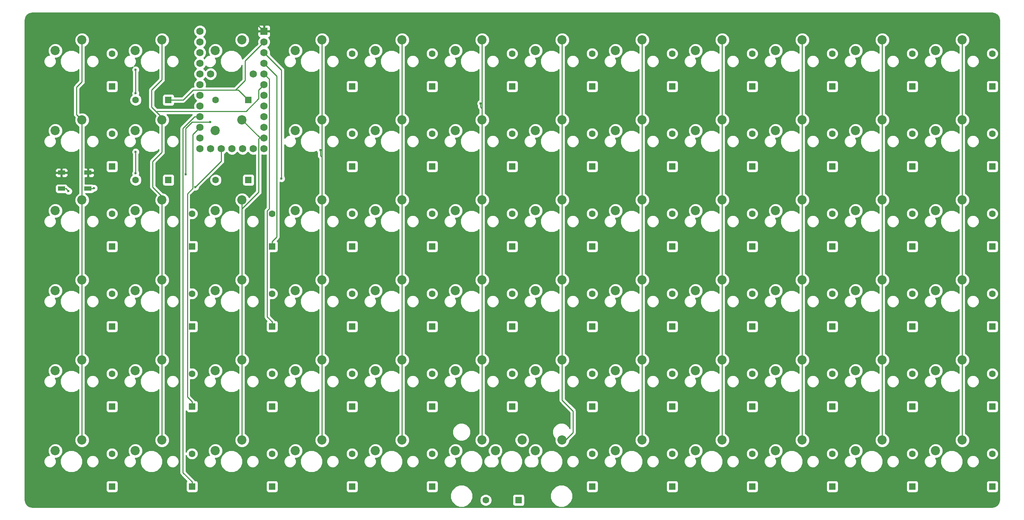
<source format=gbl>
G04 #@! TF.FileFunction,Copper,L2,Bot,Signal*
%FSLAX46Y46*%
G04 Gerber Fmt 4.6, Leading zero omitted, Abs format (unit mm)*
G04 Created by KiCad (PCBNEW 4.0.7) date 09/04/18 16:32:22*
%MOMM*%
%LPD*%
G01*
G04 APERTURE LIST*
%ADD10C,0.100000*%
%ADD11R,1.600000X1.600000*%
%ADD12C,1.600000*%
%ADD13C,2.200000*%
%ADD14R,1.700000X1.000000*%
%ADD15R,1.752600X1.752600*%
%ADD16C,1.752600*%
%ADD17C,0.600000*%
%ADD18C,0.250000*%
%ADD19C,0.254000*%
G04 APERTURE END LIST*
D10*
D11*
X47466200Y-48667500D03*
D12*
X47466200Y-40867500D03*
D11*
X60891200Y-51911200D03*
D12*
X53091200Y-51911200D03*
D11*
X79941200Y-51911200D03*
D12*
X72141200Y-51911200D03*
D11*
X104616000Y-48667500D03*
D12*
X104616000Y-40867500D03*
D11*
X123666000Y-48667500D03*
D12*
X123666000Y-40867500D03*
D11*
X142716000Y-48667500D03*
D12*
X142716000Y-40867500D03*
D11*
X161766000Y-48667500D03*
D12*
X161766000Y-40867500D03*
D11*
X180816000Y-48667500D03*
D12*
X180816000Y-40867500D03*
D11*
X199866000Y-48667500D03*
D12*
X199866000Y-40867500D03*
D11*
X218916000Y-48667500D03*
D12*
X218916000Y-40867500D03*
D11*
X237966000Y-48667500D03*
D12*
X237966000Y-40867500D03*
D11*
X257016000Y-48667500D03*
D12*
X257016000Y-40867500D03*
D11*
X47466200Y-67717500D03*
D12*
X47466200Y-59917500D03*
D11*
X60891200Y-70961200D03*
D12*
X53091200Y-70961200D03*
D11*
X79941200Y-70961200D03*
D12*
X72141200Y-70961200D03*
D11*
X104616000Y-67717500D03*
D12*
X104616000Y-59917500D03*
D11*
X123666000Y-67717500D03*
D12*
X123666000Y-59917500D03*
D11*
X142716000Y-67717500D03*
D12*
X142716000Y-59917500D03*
D11*
X161766000Y-67717500D03*
D12*
X161766000Y-59917500D03*
D11*
X180816000Y-67717500D03*
D12*
X180816000Y-59917500D03*
D11*
X199866000Y-67717500D03*
D12*
X199866000Y-59917500D03*
D11*
X218916000Y-67717500D03*
D12*
X218916000Y-59917500D03*
D11*
X237966000Y-67717500D03*
D12*
X237966000Y-59917500D03*
D11*
X257016000Y-67717500D03*
D12*
X257016000Y-59917500D03*
D11*
X47466200Y-86767500D03*
D12*
X47466200Y-78967500D03*
D11*
X66516200Y-86767500D03*
D12*
X66516200Y-78967500D03*
D11*
X85566200Y-86767500D03*
D12*
X85566200Y-78967500D03*
D11*
X104616000Y-86767500D03*
D12*
X104616000Y-78967500D03*
D11*
X123666000Y-86767500D03*
D12*
X123666000Y-78967500D03*
D11*
X142716000Y-86767500D03*
D12*
X142716000Y-78967500D03*
D11*
X161766000Y-86767500D03*
D12*
X161766000Y-78967500D03*
D11*
X180816000Y-86767500D03*
D12*
X180816000Y-78967500D03*
D11*
X199866000Y-86767500D03*
D12*
X199866000Y-78967500D03*
D11*
X218916000Y-86767500D03*
D12*
X218916000Y-78967500D03*
D11*
X237966000Y-86767500D03*
D12*
X237966000Y-78967500D03*
D11*
X257016000Y-86767500D03*
D12*
X257016000Y-78967500D03*
D11*
X47466200Y-105818000D03*
D12*
X47466200Y-98018000D03*
D11*
X66516200Y-105818000D03*
D12*
X66516200Y-98018000D03*
D11*
X85566200Y-105818000D03*
D12*
X85566200Y-98018000D03*
D11*
X104616000Y-105818000D03*
D12*
X104616000Y-98018000D03*
D11*
X123666000Y-105818000D03*
D12*
X123666000Y-98018000D03*
D11*
X142716000Y-105818000D03*
D12*
X142716000Y-98018000D03*
D11*
X161766000Y-105818000D03*
D12*
X161766000Y-98018000D03*
D11*
X180816000Y-105818000D03*
D12*
X180816000Y-98018000D03*
D11*
X199866000Y-105818000D03*
D12*
X199866000Y-98018000D03*
D11*
X218916000Y-105818000D03*
D12*
X218916000Y-98018000D03*
D11*
X237966000Y-105818000D03*
D12*
X237966000Y-98018000D03*
D11*
X257016000Y-105818000D03*
D12*
X257016000Y-98018000D03*
D11*
X47466200Y-124868000D03*
D12*
X47466200Y-117068000D03*
D11*
X66516200Y-124868000D03*
D12*
X66516200Y-117068000D03*
D11*
X85566200Y-124868000D03*
D12*
X85566200Y-117068000D03*
D11*
X104616000Y-124868000D03*
D12*
X104616000Y-117068000D03*
D11*
X123666000Y-124868000D03*
D12*
X123666000Y-117068000D03*
D11*
X142716000Y-124868000D03*
D12*
X142716000Y-117068000D03*
D11*
X161766000Y-124868000D03*
D12*
X161766000Y-117068000D03*
D11*
X180816000Y-124868000D03*
D12*
X180816000Y-117068000D03*
D11*
X199866000Y-124868000D03*
D12*
X199866000Y-117068000D03*
D11*
X218916000Y-124868000D03*
D12*
X218916000Y-117068000D03*
D11*
X237966000Y-124868000D03*
D12*
X237966000Y-117068000D03*
D11*
X257016000Y-124868000D03*
D12*
X257016000Y-117068000D03*
D11*
X47466200Y-143918000D03*
D12*
X47466200Y-136118000D03*
D11*
X66516200Y-143918000D03*
D12*
X66516200Y-136118000D03*
D11*
X85566200Y-143918000D03*
D12*
X85566200Y-136118000D03*
D11*
X104616000Y-143918000D03*
D12*
X104616000Y-136118000D03*
D11*
X123666000Y-143918000D03*
D12*
X123666000Y-136118000D03*
D11*
X144235000Y-147161000D03*
D12*
X136435000Y-147161000D03*
D11*
X161766000Y-143918000D03*
D12*
X161766000Y-136118000D03*
D11*
X180816000Y-143918000D03*
D12*
X180816000Y-136118000D03*
D11*
X199866000Y-143918000D03*
D12*
X199866000Y-136118000D03*
D11*
X218916000Y-143918000D03*
D12*
X218916000Y-136118000D03*
D11*
X237966000Y-143918000D03*
D12*
X237966000Y-136118000D03*
D11*
X257016000Y-143918000D03*
D12*
X257016000Y-136118000D03*
D13*
X40322500Y-37623800D03*
X33972500Y-40163800D03*
X59372500Y-37623800D03*
X53022500Y-40163800D03*
X78422500Y-37623800D03*
X72072500Y-40163800D03*
X97472500Y-37623800D03*
X91122500Y-40163800D03*
X116522000Y-37623800D03*
X110172000Y-40163800D03*
X135572000Y-37623800D03*
X129222000Y-40163800D03*
X154622000Y-37623800D03*
X148272000Y-40163800D03*
X173672000Y-37623800D03*
X167322000Y-40163800D03*
X192722000Y-37623800D03*
X186372000Y-40163800D03*
X211772000Y-37623800D03*
X205422000Y-40163800D03*
X230822000Y-37623800D03*
X224472000Y-40163800D03*
X249872000Y-37623800D03*
X243522000Y-40163800D03*
X40322500Y-56673800D03*
X33972500Y-59213800D03*
X59372500Y-56673800D03*
X53022500Y-59213800D03*
X78422500Y-56673800D03*
X72072500Y-59213800D03*
X97472500Y-56673800D03*
X91122500Y-59213800D03*
X116522000Y-56673800D03*
X110172000Y-59213800D03*
X135572000Y-56673800D03*
X129222000Y-59213800D03*
X154622000Y-56673800D03*
X148272000Y-59213800D03*
X173672000Y-56673800D03*
X167322000Y-59213800D03*
X192722000Y-56673800D03*
X186372000Y-59213800D03*
X211772000Y-56673800D03*
X205422000Y-59213800D03*
X230822000Y-56673800D03*
X224472000Y-59213800D03*
X249872000Y-56673800D03*
X243522000Y-59213800D03*
X40322500Y-75723800D03*
X33972500Y-78263800D03*
X59372500Y-75723800D03*
X53022500Y-78263800D03*
X78422500Y-75723800D03*
X72072500Y-78263800D03*
X97472500Y-75723800D03*
X91122500Y-78263800D03*
X116522000Y-75723800D03*
X110172000Y-78263800D03*
X135572000Y-75723800D03*
X129222000Y-78263800D03*
X154622000Y-75723800D03*
X148272000Y-78263800D03*
X173672000Y-75723800D03*
X167322000Y-78263800D03*
X192722000Y-75723800D03*
X186372000Y-78263800D03*
X211772000Y-75723800D03*
X205422000Y-78263800D03*
X230822000Y-75723800D03*
X224472000Y-78263800D03*
X249872000Y-75723800D03*
X243522000Y-78263800D03*
X40322500Y-94773800D03*
X33972500Y-97313800D03*
X59372500Y-94773800D03*
X53022500Y-97313800D03*
X78422500Y-94773800D03*
X72072500Y-97313800D03*
X97472500Y-94773800D03*
X91122500Y-97313800D03*
X116522000Y-94773800D03*
X110172000Y-97313800D03*
X135572000Y-94773800D03*
X129222000Y-97313800D03*
X154622000Y-94773800D03*
X148272000Y-97313800D03*
X173672000Y-94773800D03*
X167322000Y-97313800D03*
X192722000Y-94773800D03*
X186372000Y-97313800D03*
X211772000Y-94773800D03*
X205422000Y-97313800D03*
X230822000Y-94773800D03*
X224472000Y-97313800D03*
X249872000Y-94773800D03*
X243522000Y-97313800D03*
X40322500Y-113824000D03*
X33972500Y-116364000D03*
X59372500Y-113824000D03*
X53022500Y-116364000D03*
X78422500Y-113824000D03*
X72072500Y-116364000D03*
X97472500Y-113824000D03*
X91122500Y-116364000D03*
X116522000Y-113824000D03*
X110172000Y-116364000D03*
X135572000Y-113824000D03*
X129222000Y-116364000D03*
X154622000Y-113824000D03*
X148272000Y-116364000D03*
X173672000Y-113824000D03*
X167322000Y-116364000D03*
X192722000Y-113824000D03*
X186372000Y-116364000D03*
X211772000Y-113824000D03*
X205422000Y-116364000D03*
X230822000Y-113824000D03*
X224472000Y-116364000D03*
X249872000Y-113824000D03*
X243522000Y-116364000D03*
X40322500Y-132874000D03*
X33972500Y-135414000D03*
X59372500Y-132874000D03*
X53022500Y-135414000D03*
X78422500Y-132874000D03*
X72072500Y-135414000D03*
X97472500Y-132874000D03*
X91122500Y-135414000D03*
X116522000Y-132874000D03*
X110172000Y-135414000D03*
X135572000Y-132874000D03*
X129222000Y-135414000D03*
X154622000Y-132874000D03*
X148272000Y-135414000D03*
X173672000Y-132874000D03*
X167322000Y-135414000D03*
X192722000Y-132874000D03*
X186372000Y-135414000D03*
X211772000Y-132874000D03*
X205422000Y-135414000D03*
X230822000Y-132874000D03*
X224472000Y-135414000D03*
X249872000Y-132874000D03*
X243522000Y-135414000D03*
D14*
X41758000Y-69220000D03*
X35458000Y-69220000D03*
X41758000Y-73020000D03*
X35458000Y-73020000D03*
D15*
X83661200Y-35560000D03*
D16*
X83661200Y-38100000D03*
X83661200Y-40640000D03*
X83661200Y-43180000D03*
X83661200Y-45720000D03*
X83661200Y-48260000D03*
X83661200Y-50800000D03*
X83661200Y-53340000D03*
X83661200Y-55880000D03*
X83661200Y-58420000D03*
X83661200Y-60960000D03*
X83661200Y-63500000D03*
X81121200Y-63500000D03*
X78581200Y-63500000D03*
X76041200Y-63500000D03*
X73501200Y-63500000D03*
X70961200Y-63500000D03*
X68421200Y-63500000D03*
X68421200Y-60960000D03*
X68421200Y-58420000D03*
X68421200Y-55880000D03*
X68421200Y-53340000D03*
X68421200Y-50800000D03*
X68421200Y-48260000D03*
X68421200Y-45720000D03*
X68421200Y-43180000D03*
X68421200Y-40640000D03*
X68421200Y-38100000D03*
X68421200Y-35560000D03*
X70961200Y-45720000D03*
X81121200Y-45720000D03*
D13*
X145098000Y-132874000D03*
X138748000Y-135414000D03*
D17*
X53086000Y-50292000D03*
X53086000Y-44704000D03*
X87817000Y-70629600D03*
X53086000Y-69342000D03*
X53086000Y-64262000D03*
X70866000Y-57150000D03*
X65024000Y-69596000D03*
X97069900Y-63888300D03*
X135230600Y-52740000D03*
X67310000Y-72644000D03*
X43180000Y-72898000D03*
X37110300Y-73611200D03*
D18*
X66802000Y-49530000D02*
X76877900Y-49530000D01*
X64420800Y-51911200D02*
X66802000Y-49530000D01*
X60891200Y-51911200D02*
X64420800Y-51911200D01*
X77560000Y-49530000D02*
X79941200Y-51911200D01*
X76877900Y-49530000D02*
X77560000Y-49530000D01*
X79127000Y-42634200D02*
X83661200Y-38100000D01*
X79127000Y-47280900D02*
X79127000Y-42634200D01*
X76877900Y-49530000D02*
X79127000Y-47280900D01*
X53086000Y-44704000D02*
X53086000Y-50292000D01*
X87817000Y-44795800D02*
X83661200Y-40640000D01*
X87817000Y-70629600D02*
X87817000Y-44795800D01*
X53086000Y-64262000D02*
X53086000Y-69342000D01*
X65024000Y-58674000D02*
X65024000Y-69596000D01*
X66548000Y-57150000D02*
X65024000Y-58674000D01*
X70866000Y-57150000D02*
X66548000Y-57150000D01*
X86691500Y-84516900D02*
X85566200Y-85642200D01*
X86691500Y-46210300D02*
X86691500Y-84516900D01*
X83661200Y-43180000D02*
X86691500Y-46210300D01*
X85566200Y-86767500D02*
X85566200Y-85642200D01*
X84863800Y-46922600D02*
X83661200Y-45720000D01*
X84863800Y-77841200D02*
X84863800Y-46922600D01*
X84420700Y-78284300D02*
X84863800Y-77841200D01*
X84420700Y-103547200D02*
X84420700Y-78284300D01*
X85566200Y-104692700D02*
X84420700Y-103547200D01*
X85566200Y-105818000D02*
X85566200Y-104692700D01*
X65390900Y-122617400D02*
X66516200Y-123742700D01*
X65390900Y-74242000D02*
X65390900Y-122617400D01*
X66684600Y-72948300D02*
X65390900Y-74242000D01*
X66684600Y-60156600D02*
X66684600Y-72948300D01*
X68421200Y-58420000D02*
X66684600Y-60156600D01*
X66516200Y-124868000D02*
X66516200Y-123742700D01*
X67128300Y-55880000D02*
X68421200Y-55880000D01*
X64359100Y-58649200D02*
X67128300Y-55880000D01*
X64359100Y-140635600D02*
X64359100Y-58649200D01*
X66516200Y-142792700D02*
X64359100Y-140635600D01*
X66516200Y-143918000D02*
X66516200Y-142792700D01*
X40322500Y-132874000D02*
X40322500Y-113824000D01*
X40322500Y-113824000D02*
X40322500Y-94773800D01*
X40322500Y-94773800D02*
X40322500Y-75723800D01*
X40322500Y-75723800D02*
X40322500Y-56673800D01*
X40322500Y-47561500D02*
X40322500Y-37623800D01*
X39020800Y-48863200D02*
X40322500Y-47561500D01*
X39020800Y-55372000D02*
X39020800Y-48863200D01*
X40322500Y-56673800D02*
X39020800Y-55372000D01*
X59372500Y-64325500D02*
X59372500Y-56673800D01*
X57150000Y-66548000D02*
X59372500Y-64325500D01*
X57150000Y-72644000D02*
X57150000Y-66548000D01*
X59372500Y-74866500D02*
X57150000Y-72644000D01*
X59372500Y-75723800D02*
X59372500Y-74866500D01*
X59372500Y-113824000D02*
X59372500Y-132874000D01*
X59372500Y-75723800D02*
X59372500Y-94773800D01*
X59372500Y-94773800D02*
X59372500Y-113824000D01*
X59372500Y-56070500D02*
X58058800Y-54756800D01*
X59372500Y-56673800D02*
X59372500Y-56070500D01*
X59372500Y-47053500D02*
X59372500Y-37623800D01*
X56896000Y-49530000D02*
X59372500Y-47053500D01*
X56896000Y-53594000D02*
X56896000Y-49530000D01*
X58058800Y-54756800D02*
X56896000Y-53594000D01*
X82400500Y-49520700D02*
X83661200Y-48260000D01*
X82400500Y-51581900D02*
X82400500Y-49520700D01*
X79372400Y-54610000D02*
X82400500Y-51581900D01*
X58205600Y-54610000D02*
X79372400Y-54610000D01*
X58058800Y-54756800D02*
X58205600Y-54610000D01*
X78422500Y-113824000D02*
X78422500Y-132874000D01*
X78422500Y-94773800D02*
X78422500Y-113824000D01*
X78422500Y-75723800D02*
X78422500Y-77788700D01*
X78422500Y-77788700D02*
X78422500Y-94773800D01*
X82584700Y-60960000D02*
X83661200Y-60960000D01*
X82391200Y-61153500D02*
X82584700Y-60960000D01*
X82391200Y-73820000D02*
X82391200Y-61153500D01*
X78422500Y-77788700D02*
X82391200Y-73820000D01*
X82584700Y-60836000D02*
X78422500Y-56673800D01*
X82584700Y-60960000D02*
X82584700Y-60836000D01*
X97472500Y-132874000D02*
X97472500Y-113824000D01*
X97472500Y-113824000D02*
X97472500Y-94773800D01*
X97472500Y-94773800D02*
X97472500Y-75723800D01*
X97472500Y-56673800D02*
X97472500Y-37623800D01*
X97472500Y-75723800D02*
X97472500Y-65558800D01*
X97472500Y-65558800D02*
X97472500Y-56673800D01*
X97069900Y-65156200D02*
X97069900Y-63888300D01*
X97472500Y-65558800D02*
X97069900Y-65156200D01*
X116522000Y-113824000D02*
X116522000Y-132874000D01*
X116522000Y-94773800D02*
X116522000Y-113824000D01*
X116522000Y-75723800D02*
X116522000Y-94773800D01*
X116522000Y-56673800D02*
X116522000Y-75723800D01*
X116522000Y-37623800D02*
X116522000Y-56673800D01*
X135572000Y-132874000D02*
X135572000Y-113824000D01*
X135572000Y-113824000D02*
X135572000Y-94773800D01*
X135572000Y-94773800D02*
X135572000Y-75723800D01*
X135572000Y-75723800D02*
X135572000Y-56673800D01*
X135572000Y-56673800D02*
X135572000Y-53920200D01*
X135572000Y-53920200D02*
X135572000Y-37623800D01*
X135230600Y-53578800D02*
X135230600Y-52740000D01*
X135572000Y-53920200D02*
X135230600Y-53578800D01*
X154622000Y-75723800D02*
X154622000Y-56673800D01*
X154622000Y-94773800D02*
X154622000Y-75723800D01*
X154622000Y-113824000D02*
X154622000Y-94773800D01*
X154622000Y-123380000D02*
X154622000Y-113824000D01*
X157226000Y-125984000D02*
X154622000Y-123380000D01*
X157226000Y-131064000D02*
X157226000Y-125984000D01*
X155416000Y-132874000D02*
X157226000Y-131064000D01*
X154622000Y-132874000D02*
X155416000Y-132874000D01*
X154622000Y-56673800D02*
X154622000Y-37623800D01*
X173672000Y-132874000D02*
X173672000Y-113824000D01*
X173672000Y-113824000D02*
X173672000Y-94773800D01*
X173672000Y-94773800D02*
X173672000Y-75723800D01*
X173672000Y-75723800D02*
X173672000Y-56673800D01*
X173672000Y-56673800D02*
X173672000Y-37623800D01*
X192722000Y-113824000D02*
X192722000Y-132874000D01*
X192722000Y-94773800D02*
X192722000Y-113824000D01*
X192722000Y-75723800D02*
X192722000Y-94773800D01*
X192722000Y-37623800D02*
X192722000Y-56673800D01*
X192722000Y-56673800D02*
X192722000Y-75723800D01*
X211772000Y-132874000D02*
X211772000Y-113824000D01*
X211772000Y-113824000D02*
X211772000Y-94773800D01*
X211772000Y-94773800D02*
X211772000Y-75723800D01*
X211772000Y-75723800D02*
X211772000Y-56673800D01*
X211772000Y-56673800D02*
X211772000Y-37623800D01*
X230822000Y-132874000D02*
X230822000Y-113824000D01*
X230822000Y-113824000D02*
X230822000Y-94773800D01*
X230822000Y-94773800D02*
X230822000Y-75723800D01*
X230822000Y-75723800D02*
X230822000Y-56673800D01*
X230822000Y-56673800D02*
X230822000Y-37623800D01*
X249872000Y-132874000D02*
X249872000Y-113824000D01*
X249872000Y-113824000D02*
X249872000Y-94773800D01*
X249872000Y-94773800D02*
X249872000Y-75723800D01*
X249872000Y-75723800D02*
X249872000Y-56673800D01*
X249872000Y-56673800D02*
X249872000Y-37623800D01*
X80613200Y-32512000D02*
X83661200Y-35560000D01*
X46736000Y-32512000D02*
X80613200Y-32512000D01*
X44704000Y-34544000D02*
X46736000Y-32512000D01*
X44704000Y-62738000D02*
X44704000Y-34544000D01*
X41758000Y-65684000D02*
X44704000Y-62738000D01*
X41758000Y-69220000D02*
X41758000Y-65684000D01*
X73501200Y-66452800D02*
X73501200Y-63500000D01*
X67310000Y-72644000D02*
X73501200Y-66452800D01*
X43058000Y-73020000D02*
X43180000Y-72898000D01*
X41758000Y-73020000D02*
X43058000Y-73020000D01*
X36633300Y-73134200D02*
X36633300Y-73020000D01*
X37110300Y-73611200D02*
X36633300Y-73134200D01*
X35458000Y-73020000D02*
X36633300Y-73020000D01*
D19*
G36*
X257650488Y-31330068D02*
X258188167Y-31689334D01*
X258547432Y-32227012D01*
X258687500Y-32931176D01*
X258687500Y-147091324D01*
X258547432Y-147795488D01*
X258188167Y-148333166D01*
X257650488Y-148692432D01*
X256946319Y-148832500D01*
X28486176Y-148832500D01*
X27782012Y-148692432D01*
X27244334Y-148333167D01*
X26885068Y-147795488D01*
X26745000Y-147091319D01*
X26745000Y-146715834D01*
X128022543Y-146715834D01*
X128422853Y-147684658D01*
X129163443Y-148426542D01*
X130131567Y-148828542D01*
X131179834Y-148829457D01*
X132148658Y-148429147D01*
X132890542Y-147688557D01*
X132991598Y-147445187D01*
X134999752Y-147445187D01*
X135217757Y-147972800D01*
X135621077Y-148376824D01*
X136148309Y-148595750D01*
X136719187Y-148596248D01*
X137246800Y-148378243D01*
X137650824Y-147974923D01*
X137869750Y-147447691D01*
X137870248Y-146876813D01*
X137657119Y-146361000D01*
X142787560Y-146361000D01*
X142787560Y-147961000D01*
X142831838Y-148196317D01*
X142970910Y-148412441D01*
X143183110Y-148557431D01*
X143435000Y-148608440D01*
X145035000Y-148608440D01*
X145270317Y-148564162D01*
X145486441Y-148425090D01*
X145631431Y-148212890D01*
X145682440Y-147961000D01*
X145682440Y-146715834D01*
X151822543Y-146715834D01*
X152222853Y-147684658D01*
X152963443Y-148426542D01*
X153931567Y-148828542D01*
X154979834Y-148829457D01*
X155948658Y-148429147D01*
X156690542Y-147688557D01*
X157092542Y-146720433D01*
X157093457Y-145672166D01*
X156693147Y-144703342D01*
X155952557Y-143961458D01*
X154984433Y-143559458D01*
X153936166Y-143558543D01*
X152967342Y-143958853D01*
X152225458Y-144699443D01*
X151823458Y-145667567D01*
X151822543Y-146715834D01*
X145682440Y-146715834D01*
X145682440Y-146361000D01*
X145638162Y-146125683D01*
X145499090Y-145909559D01*
X145286890Y-145764569D01*
X145035000Y-145713560D01*
X143435000Y-145713560D01*
X143199683Y-145757838D01*
X142983559Y-145896910D01*
X142838569Y-146109110D01*
X142787560Y-146361000D01*
X137657119Y-146361000D01*
X137652243Y-146349200D01*
X137248923Y-145945176D01*
X136721691Y-145726250D01*
X136150813Y-145725752D01*
X135623200Y-145943757D01*
X135219176Y-146347077D01*
X135000250Y-146874309D01*
X134999752Y-147445187D01*
X132991598Y-147445187D01*
X133292542Y-146720433D01*
X133293457Y-145672166D01*
X132893147Y-144703342D01*
X132152557Y-143961458D01*
X131184433Y-143559458D01*
X130136166Y-143558543D01*
X129167342Y-143958853D01*
X128425458Y-144699443D01*
X128023458Y-145667567D01*
X128022543Y-146715834D01*
X26745000Y-146715834D01*
X26745000Y-143118000D01*
X46018760Y-143118000D01*
X46018760Y-144718000D01*
X46063038Y-144953317D01*
X46202110Y-145169441D01*
X46414310Y-145314431D01*
X46666200Y-145365440D01*
X48266200Y-145365440D01*
X48501517Y-145321162D01*
X48717641Y-145182090D01*
X48862631Y-144969890D01*
X48913640Y-144718000D01*
X48913640Y-143118000D01*
X48869362Y-142882683D01*
X48730290Y-142666559D01*
X48518090Y-142521569D01*
X48266200Y-142470560D01*
X46666200Y-142470560D01*
X46430883Y-142514838D01*
X46214759Y-142653910D01*
X46069769Y-142866110D01*
X46018760Y-143118000D01*
X26745000Y-143118000D01*
X26745000Y-138248089D01*
X31217243Y-138248089D01*
X31442844Y-138794086D01*
X31860217Y-139212188D01*
X32405819Y-139438742D01*
X32996589Y-139439257D01*
X33542586Y-139213656D01*
X33960688Y-138796283D01*
X34093750Y-138475834D01*
X35147043Y-138475834D01*
X35547353Y-139444658D01*
X36287943Y-140186542D01*
X37256067Y-140588542D01*
X38304334Y-140589457D01*
X39273158Y-140189147D01*
X40015042Y-139448557D01*
X40417042Y-138480433D01*
X40417244Y-138248089D01*
X41377243Y-138248089D01*
X41602844Y-138794086D01*
X42020217Y-139212188D01*
X42565819Y-139438742D01*
X43156589Y-139439257D01*
X43702586Y-139213656D01*
X44120688Y-138796283D01*
X44347242Y-138250681D01*
X44347244Y-138248089D01*
X50267243Y-138248089D01*
X50492844Y-138794086D01*
X50910217Y-139212188D01*
X51455819Y-139438742D01*
X52046589Y-139439257D01*
X52592586Y-139213656D01*
X53010688Y-138796283D01*
X53143750Y-138475834D01*
X54197043Y-138475834D01*
X54597353Y-139444658D01*
X55337943Y-140186542D01*
X56306067Y-140588542D01*
X57354334Y-140589457D01*
X58323158Y-140189147D01*
X59065042Y-139448557D01*
X59467042Y-138480433D01*
X59467244Y-138248089D01*
X60427243Y-138248089D01*
X60652844Y-138794086D01*
X61070217Y-139212188D01*
X61615819Y-139438742D01*
X62206589Y-139439257D01*
X62752586Y-139213656D01*
X63170688Y-138796283D01*
X63397242Y-138250681D01*
X63397757Y-137659911D01*
X63172156Y-137113914D01*
X62754783Y-136695812D01*
X62209181Y-136469258D01*
X61618411Y-136468743D01*
X61072414Y-136694344D01*
X60654312Y-137111717D01*
X60427758Y-137657319D01*
X60427243Y-138248089D01*
X59467244Y-138248089D01*
X59467957Y-137432166D01*
X59067647Y-136463342D01*
X58327057Y-135721458D01*
X57358933Y-135319458D01*
X56310666Y-135318543D01*
X55341842Y-135718853D01*
X54599958Y-136459443D01*
X54197958Y-137427567D01*
X54197043Y-138475834D01*
X53143750Y-138475834D01*
X53237242Y-138250681D01*
X53237757Y-137659911D01*
X53026655Y-137149005D01*
X53366099Y-137149301D01*
X54004015Y-136885719D01*
X54492504Y-136398082D01*
X54757199Y-135760627D01*
X54757801Y-135070401D01*
X54494219Y-134432485D01*
X54006582Y-133943996D01*
X53369127Y-133679301D01*
X52678901Y-133678699D01*
X52040985Y-133942281D01*
X51552496Y-134429918D01*
X51287801Y-135067373D01*
X51287199Y-135757599D01*
X51550781Y-136395515D01*
X51624025Y-136468887D01*
X51458411Y-136468743D01*
X50912414Y-136694344D01*
X50494312Y-137111717D01*
X50267758Y-137657319D01*
X50267243Y-138248089D01*
X44347244Y-138248089D01*
X44347757Y-137659911D01*
X44122156Y-137113914D01*
X43704783Y-136695812D01*
X43159181Y-136469258D01*
X42568411Y-136468743D01*
X42022414Y-136694344D01*
X41604312Y-137111717D01*
X41377758Y-137657319D01*
X41377243Y-138248089D01*
X40417244Y-138248089D01*
X40417957Y-137432166D01*
X40017647Y-136463342D01*
X39956599Y-136402187D01*
X46030952Y-136402187D01*
X46248957Y-136929800D01*
X46652277Y-137333824D01*
X47179509Y-137552750D01*
X47750387Y-137553248D01*
X48278000Y-137335243D01*
X48682024Y-136931923D01*
X48900950Y-136404691D01*
X48901448Y-135833813D01*
X48683443Y-135306200D01*
X48280123Y-134902176D01*
X47752891Y-134683250D01*
X47182013Y-134682752D01*
X46654400Y-134900757D01*
X46250376Y-135304077D01*
X46031450Y-135831309D01*
X46030952Y-136402187D01*
X39956599Y-136402187D01*
X39277057Y-135721458D01*
X38308933Y-135319458D01*
X37260666Y-135318543D01*
X36291842Y-135718853D01*
X35549958Y-136459443D01*
X35147958Y-137427567D01*
X35147043Y-138475834D01*
X34093750Y-138475834D01*
X34187242Y-138250681D01*
X34187757Y-137659911D01*
X33976655Y-137149005D01*
X34316099Y-137149301D01*
X34954015Y-136885719D01*
X35442504Y-136398082D01*
X35707199Y-135760627D01*
X35707801Y-135070401D01*
X35444219Y-134432485D01*
X34956582Y-133943996D01*
X34319127Y-133679301D01*
X33628901Y-133678699D01*
X32990985Y-133942281D01*
X32502496Y-134429918D01*
X32237801Y-135067373D01*
X32237199Y-135757599D01*
X32500781Y-136395515D01*
X32574025Y-136468887D01*
X32408411Y-136468743D01*
X31862414Y-136694344D01*
X31444312Y-137111717D01*
X31217758Y-137657319D01*
X31217243Y-138248089D01*
X26745000Y-138248089D01*
X26745000Y-119198089D01*
X31217243Y-119198089D01*
X31442844Y-119744086D01*
X31860217Y-120162188D01*
X32405819Y-120388742D01*
X32996589Y-120389257D01*
X33542586Y-120163656D01*
X33960688Y-119746283D01*
X34187242Y-119200681D01*
X34187757Y-118609911D01*
X33976655Y-118099005D01*
X34316099Y-118099301D01*
X34954015Y-117835719D01*
X35442504Y-117348082D01*
X35707199Y-116710627D01*
X35707801Y-116020401D01*
X35444219Y-115382485D01*
X34956582Y-114893996D01*
X34319127Y-114629301D01*
X33628901Y-114628699D01*
X32990985Y-114892281D01*
X32502496Y-115379918D01*
X32237801Y-116017373D01*
X32237199Y-116707599D01*
X32500781Y-117345515D01*
X32574025Y-117418887D01*
X32408411Y-117418743D01*
X31862414Y-117644344D01*
X31444312Y-118061717D01*
X31217758Y-118607319D01*
X31217243Y-119198089D01*
X26745000Y-119198089D01*
X26745000Y-100147889D01*
X31217243Y-100147889D01*
X31442844Y-100693886D01*
X31860217Y-101111988D01*
X32405819Y-101338542D01*
X32996589Y-101339057D01*
X33542586Y-101113456D01*
X33960688Y-100696083D01*
X34187242Y-100150481D01*
X34187757Y-99559711D01*
X33976655Y-99048805D01*
X34316099Y-99049101D01*
X34954015Y-98785519D01*
X35442504Y-98297882D01*
X35707199Y-97660427D01*
X35707801Y-96970201D01*
X35444219Y-96332285D01*
X34956582Y-95843796D01*
X34319127Y-95579101D01*
X33628901Y-95578499D01*
X32990985Y-95842081D01*
X32502496Y-96329718D01*
X32237801Y-96967173D01*
X32237199Y-97657399D01*
X32500781Y-98295315D01*
X32574025Y-98368687D01*
X32408411Y-98368543D01*
X31862414Y-98594144D01*
X31444312Y-99011517D01*
X31217758Y-99557119D01*
X31217243Y-100147889D01*
X26745000Y-100147889D01*
X26745000Y-81097889D01*
X31217243Y-81097889D01*
X31442844Y-81643886D01*
X31860217Y-82061988D01*
X32405819Y-82288542D01*
X32996589Y-82289057D01*
X33542586Y-82063456D01*
X33960688Y-81646083D01*
X34187242Y-81100481D01*
X34187757Y-80509711D01*
X33976655Y-79998805D01*
X34316099Y-79999101D01*
X34954015Y-79735519D01*
X35442504Y-79247882D01*
X35707199Y-78610427D01*
X35707801Y-77920201D01*
X35444219Y-77282285D01*
X34956582Y-76793796D01*
X34319127Y-76529101D01*
X33628901Y-76528499D01*
X32990985Y-76792081D01*
X32502496Y-77279718D01*
X32237801Y-77917173D01*
X32237199Y-78607399D01*
X32500781Y-79245315D01*
X32574025Y-79318687D01*
X32408411Y-79318543D01*
X31862414Y-79544144D01*
X31444312Y-79961517D01*
X31217758Y-80507119D01*
X31217243Y-81097889D01*
X26745000Y-81097889D01*
X26745000Y-72520000D01*
X33960560Y-72520000D01*
X33960560Y-73520000D01*
X34004838Y-73755317D01*
X34143910Y-73971441D01*
X34356110Y-74116431D01*
X34608000Y-74167440D01*
X36308000Y-74167440D01*
X36338671Y-74161669D01*
X36579973Y-74403392D01*
X36923501Y-74546038D01*
X37295467Y-74546362D01*
X37639243Y-74404317D01*
X37902492Y-74141527D01*
X38045138Y-73797999D01*
X38045462Y-73426033D01*
X37903417Y-73082257D01*
X37640627Y-72819008D01*
X37301348Y-72678126D01*
X37170701Y-72482599D01*
X36924139Y-72317852D01*
X36917141Y-72316460D01*
X36911162Y-72284683D01*
X36772090Y-72068559D01*
X36559890Y-71923569D01*
X36308000Y-71872560D01*
X34608000Y-71872560D01*
X34372683Y-71916838D01*
X34156559Y-72055910D01*
X34011569Y-72268110D01*
X33960560Y-72520000D01*
X26745000Y-72520000D01*
X26745000Y-69505750D01*
X33973000Y-69505750D01*
X33973000Y-69846310D01*
X34069673Y-70079699D01*
X34248302Y-70258327D01*
X34481691Y-70355000D01*
X35172250Y-70355000D01*
X35331000Y-70196250D01*
X35331000Y-69347000D01*
X35585000Y-69347000D01*
X35585000Y-70196250D01*
X35743750Y-70355000D01*
X36434309Y-70355000D01*
X36667698Y-70258327D01*
X36846327Y-70079699D01*
X36943000Y-69846310D01*
X36943000Y-69505750D01*
X36784250Y-69347000D01*
X35585000Y-69347000D01*
X35331000Y-69347000D01*
X34131750Y-69347000D01*
X33973000Y-69505750D01*
X26745000Y-69505750D01*
X26745000Y-68593690D01*
X33973000Y-68593690D01*
X33973000Y-68934250D01*
X34131750Y-69093000D01*
X35331000Y-69093000D01*
X35331000Y-68243750D01*
X35585000Y-68243750D01*
X35585000Y-69093000D01*
X36784250Y-69093000D01*
X36943000Y-68934250D01*
X36943000Y-68593690D01*
X36846327Y-68360301D01*
X36667698Y-68181673D01*
X36434309Y-68085000D01*
X35743750Y-68085000D01*
X35585000Y-68243750D01*
X35331000Y-68243750D01*
X35172250Y-68085000D01*
X34481691Y-68085000D01*
X34248302Y-68181673D01*
X34069673Y-68360301D01*
X33973000Y-68593690D01*
X26745000Y-68593690D01*
X26745000Y-62047889D01*
X31217243Y-62047889D01*
X31442844Y-62593886D01*
X31860217Y-63011988D01*
X32405819Y-63238542D01*
X32996589Y-63239057D01*
X33542586Y-63013456D01*
X33960688Y-62596083D01*
X34187242Y-62050481D01*
X34187757Y-61459711D01*
X33976655Y-60948805D01*
X34316099Y-60949101D01*
X34954015Y-60685519D01*
X35442504Y-60197882D01*
X35707199Y-59560427D01*
X35707801Y-58870201D01*
X35444219Y-58232285D01*
X34956582Y-57743796D01*
X34319127Y-57479101D01*
X33628901Y-57478499D01*
X32990985Y-57742081D01*
X32502496Y-58229718D01*
X32237801Y-58867173D01*
X32237199Y-59557399D01*
X32500781Y-60195315D01*
X32574025Y-60268687D01*
X32408411Y-60268543D01*
X31862414Y-60494144D01*
X31444312Y-60911517D01*
X31217758Y-61457119D01*
X31217243Y-62047889D01*
X26745000Y-62047889D01*
X26745000Y-42997889D01*
X31217243Y-42997889D01*
X31442844Y-43543886D01*
X31860217Y-43961988D01*
X32405819Y-44188542D01*
X32996589Y-44189057D01*
X33542586Y-43963456D01*
X33960688Y-43546083D01*
X34093750Y-43225634D01*
X35147043Y-43225634D01*
X35547353Y-44194458D01*
X36287943Y-44936342D01*
X37256067Y-45338342D01*
X38304334Y-45339257D01*
X39273158Y-44938947D01*
X39562500Y-44650110D01*
X39562500Y-47246698D01*
X38483399Y-48325799D01*
X38318652Y-48572361D01*
X38260800Y-48863200D01*
X38260800Y-55372000D01*
X38289603Y-55516800D01*
X38318641Y-55662812D01*
X38318649Y-55662824D01*
X38318652Y-55662839D01*
X38396709Y-55779660D01*
X38483378Y-55909381D01*
X38679741Y-56105758D01*
X38587801Y-56327173D01*
X38587199Y-57017399D01*
X38850781Y-57655315D01*
X39338418Y-58143804D01*
X39562500Y-58236851D01*
X39562500Y-59807200D01*
X39277057Y-59521258D01*
X38308933Y-59119258D01*
X37260666Y-59118343D01*
X36291842Y-59518653D01*
X35549958Y-60259243D01*
X35147958Y-61227367D01*
X35147043Y-62275634D01*
X35547353Y-63244458D01*
X36287943Y-63986342D01*
X37256067Y-64388342D01*
X38304334Y-64389257D01*
X39273158Y-63988947D01*
X39562500Y-63700110D01*
X39562500Y-74160553D01*
X39340985Y-74252081D01*
X38852496Y-74739718D01*
X38587801Y-75377173D01*
X38587199Y-76067399D01*
X38850781Y-76705315D01*
X39338418Y-77193804D01*
X39562500Y-77286851D01*
X39562500Y-78857200D01*
X39277057Y-78571258D01*
X38308933Y-78169258D01*
X37260666Y-78168343D01*
X36291842Y-78568653D01*
X35549958Y-79309243D01*
X35147958Y-80277367D01*
X35147043Y-81325634D01*
X35547353Y-82294458D01*
X36287943Y-83036342D01*
X37256067Y-83438342D01*
X38304334Y-83439257D01*
X39273158Y-83038947D01*
X39562500Y-82750110D01*
X39562500Y-93210553D01*
X39340985Y-93302081D01*
X38852496Y-93789718D01*
X38587801Y-94427173D01*
X38587199Y-95117399D01*
X38850781Y-95755315D01*
X39338418Y-96243804D01*
X39562500Y-96336851D01*
X39562500Y-97907200D01*
X39277057Y-97621258D01*
X38308933Y-97219258D01*
X37260666Y-97218343D01*
X36291842Y-97618653D01*
X35549958Y-98359243D01*
X35147958Y-99327367D01*
X35147043Y-100375634D01*
X35547353Y-101344458D01*
X36287943Y-102086342D01*
X37256067Y-102488342D01*
X38304334Y-102489257D01*
X39273158Y-102088947D01*
X39562500Y-101800110D01*
X39562500Y-112260753D01*
X39340985Y-112352281D01*
X38852496Y-112839918D01*
X38587801Y-113477373D01*
X38587199Y-114167599D01*
X38850781Y-114805515D01*
X39338418Y-115294004D01*
X39562500Y-115387051D01*
X39562500Y-116957400D01*
X39277057Y-116671458D01*
X38308933Y-116269458D01*
X37260666Y-116268543D01*
X36291842Y-116668853D01*
X35549958Y-117409443D01*
X35147958Y-118377567D01*
X35147043Y-119425834D01*
X35547353Y-120394658D01*
X36287943Y-121136542D01*
X37256067Y-121538542D01*
X38304334Y-121539457D01*
X39273158Y-121139147D01*
X39562500Y-120850310D01*
X39562500Y-131310753D01*
X39340985Y-131402281D01*
X38852496Y-131889918D01*
X38587801Y-132527373D01*
X38587199Y-133217599D01*
X38850781Y-133855515D01*
X39338418Y-134344004D01*
X39975873Y-134608699D01*
X40666099Y-134609301D01*
X41304015Y-134345719D01*
X41792504Y-133858082D01*
X42057199Y-133220627D01*
X42057801Y-132530401D01*
X41794219Y-131892485D01*
X41306582Y-131403996D01*
X41082500Y-131310949D01*
X41082500Y-124068000D01*
X46018760Y-124068000D01*
X46018760Y-125668000D01*
X46063038Y-125903317D01*
X46202110Y-126119441D01*
X46414310Y-126264431D01*
X46666200Y-126315440D01*
X48266200Y-126315440D01*
X48501517Y-126271162D01*
X48717641Y-126132090D01*
X48862631Y-125919890D01*
X48913640Y-125668000D01*
X48913640Y-124068000D01*
X48869362Y-123832683D01*
X48730290Y-123616559D01*
X48518090Y-123471569D01*
X48266200Y-123420560D01*
X46666200Y-123420560D01*
X46430883Y-123464838D01*
X46214759Y-123603910D01*
X46069769Y-123816110D01*
X46018760Y-124068000D01*
X41082500Y-124068000D01*
X41082500Y-119198089D01*
X41377243Y-119198089D01*
X41602844Y-119744086D01*
X42020217Y-120162188D01*
X42565819Y-120388742D01*
X43156589Y-120389257D01*
X43702586Y-120163656D01*
X44120688Y-119746283D01*
X44347242Y-119200681D01*
X44347244Y-119198089D01*
X50267243Y-119198089D01*
X50492844Y-119744086D01*
X50910217Y-120162188D01*
X51455819Y-120388742D01*
X52046589Y-120389257D01*
X52592586Y-120163656D01*
X53010688Y-119746283D01*
X53237242Y-119200681D01*
X53237757Y-118609911D01*
X53026655Y-118099005D01*
X53366099Y-118099301D01*
X54004015Y-117835719D01*
X54492504Y-117348082D01*
X54757199Y-116710627D01*
X54757801Y-116020401D01*
X54494219Y-115382485D01*
X54006582Y-114893996D01*
X53369127Y-114629301D01*
X52678901Y-114628699D01*
X52040985Y-114892281D01*
X51552496Y-115379918D01*
X51287801Y-116017373D01*
X51287199Y-116707599D01*
X51550781Y-117345515D01*
X51624025Y-117418887D01*
X51458411Y-117418743D01*
X50912414Y-117644344D01*
X50494312Y-118061717D01*
X50267758Y-118607319D01*
X50267243Y-119198089D01*
X44347244Y-119198089D01*
X44347757Y-118609911D01*
X44122156Y-118063914D01*
X43704783Y-117645812D01*
X43159181Y-117419258D01*
X42568411Y-117418743D01*
X42022414Y-117644344D01*
X41604312Y-118061717D01*
X41377758Y-118607319D01*
X41377243Y-119198089D01*
X41082500Y-119198089D01*
X41082500Y-117352187D01*
X46030952Y-117352187D01*
X46248957Y-117879800D01*
X46652277Y-118283824D01*
X47179509Y-118502750D01*
X47750387Y-118503248D01*
X48278000Y-118285243D01*
X48682024Y-117881923D01*
X48900950Y-117354691D01*
X48901448Y-116783813D01*
X48683443Y-116256200D01*
X48280123Y-115852176D01*
X47752891Y-115633250D01*
X47182013Y-115632752D01*
X46654400Y-115850757D01*
X46250376Y-116254077D01*
X46031450Y-116781309D01*
X46030952Y-117352187D01*
X41082500Y-117352187D01*
X41082500Y-115387247D01*
X41304015Y-115295719D01*
X41792504Y-114808082D01*
X42057199Y-114170627D01*
X42057801Y-113480401D01*
X41794219Y-112842485D01*
X41306582Y-112353996D01*
X41082500Y-112260949D01*
X41082500Y-105018000D01*
X46018760Y-105018000D01*
X46018760Y-106618000D01*
X46063038Y-106853317D01*
X46202110Y-107069441D01*
X46414310Y-107214431D01*
X46666200Y-107265440D01*
X48266200Y-107265440D01*
X48501517Y-107221162D01*
X48717641Y-107082090D01*
X48862631Y-106869890D01*
X48913640Y-106618000D01*
X48913640Y-105018000D01*
X48869362Y-104782683D01*
X48730290Y-104566559D01*
X48518090Y-104421569D01*
X48266200Y-104370560D01*
X46666200Y-104370560D01*
X46430883Y-104414838D01*
X46214759Y-104553910D01*
X46069769Y-104766110D01*
X46018760Y-105018000D01*
X41082500Y-105018000D01*
X41082500Y-100147889D01*
X41377243Y-100147889D01*
X41602844Y-100693886D01*
X42020217Y-101111988D01*
X42565819Y-101338542D01*
X43156589Y-101339057D01*
X43702586Y-101113456D01*
X44120688Y-100696083D01*
X44347242Y-100150481D01*
X44347244Y-100147889D01*
X50267243Y-100147889D01*
X50492844Y-100693886D01*
X50910217Y-101111988D01*
X51455819Y-101338542D01*
X52046589Y-101339057D01*
X52592586Y-101113456D01*
X53010688Y-100696083D01*
X53237242Y-100150481D01*
X53237757Y-99559711D01*
X53026655Y-99048805D01*
X53366099Y-99049101D01*
X54004015Y-98785519D01*
X54492504Y-98297882D01*
X54757199Y-97660427D01*
X54757801Y-96970201D01*
X54494219Y-96332285D01*
X54006582Y-95843796D01*
X53369127Y-95579101D01*
X52678901Y-95578499D01*
X52040985Y-95842081D01*
X51552496Y-96329718D01*
X51287801Y-96967173D01*
X51287199Y-97657399D01*
X51550781Y-98295315D01*
X51624025Y-98368687D01*
X51458411Y-98368543D01*
X50912414Y-98594144D01*
X50494312Y-99011517D01*
X50267758Y-99557119D01*
X50267243Y-100147889D01*
X44347244Y-100147889D01*
X44347757Y-99559711D01*
X44122156Y-99013714D01*
X43704783Y-98595612D01*
X43159181Y-98369058D01*
X42568411Y-98368543D01*
X42022414Y-98594144D01*
X41604312Y-99011517D01*
X41377758Y-99557119D01*
X41377243Y-100147889D01*
X41082500Y-100147889D01*
X41082500Y-98302187D01*
X46030952Y-98302187D01*
X46248957Y-98829800D01*
X46652277Y-99233824D01*
X47179509Y-99452750D01*
X47750387Y-99453248D01*
X48278000Y-99235243D01*
X48682024Y-98831923D01*
X48900950Y-98304691D01*
X48901448Y-97733813D01*
X48683443Y-97206200D01*
X48280123Y-96802176D01*
X47752891Y-96583250D01*
X47182013Y-96582752D01*
X46654400Y-96800757D01*
X46250376Y-97204077D01*
X46031450Y-97731309D01*
X46030952Y-98302187D01*
X41082500Y-98302187D01*
X41082500Y-96337047D01*
X41304015Y-96245519D01*
X41792504Y-95757882D01*
X42057199Y-95120427D01*
X42057801Y-94430201D01*
X41794219Y-93792285D01*
X41306582Y-93303796D01*
X41082500Y-93210749D01*
X41082500Y-85967500D01*
X46018760Y-85967500D01*
X46018760Y-87567500D01*
X46063038Y-87802817D01*
X46202110Y-88018941D01*
X46414310Y-88163931D01*
X46666200Y-88214940D01*
X48266200Y-88214940D01*
X48501517Y-88170662D01*
X48717641Y-88031590D01*
X48862631Y-87819390D01*
X48913640Y-87567500D01*
X48913640Y-85967500D01*
X48869362Y-85732183D01*
X48730290Y-85516059D01*
X48518090Y-85371069D01*
X48266200Y-85320060D01*
X46666200Y-85320060D01*
X46430883Y-85364338D01*
X46214759Y-85503410D01*
X46069769Y-85715610D01*
X46018760Y-85967500D01*
X41082500Y-85967500D01*
X41082500Y-81097889D01*
X41377243Y-81097889D01*
X41602844Y-81643886D01*
X42020217Y-82061988D01*
X42565819Y-82288542D01*
X43156589Y-82289057D01*
X43702586Y-82063456D01*
X44120688Y-81646083D01*
X44347242Y-81100481D01*
X44347244Y-81097889D01*
X50267243Y-81097889D01*
X50492844Y-81643886D01*
X50910217Y-82061988D01*
X51455819Y-82288542D01*
X52046589Y-82289057D01*
X52592586Y-82063456D01*
X53010688Y-81646083D01*
X53237242Y-81100481D01*
X53237757Y-80509711D01*
X53026655Y-79998805D01*
X53366099Y-79999101D01*
X54004015Y-79735519D01*
X54492504Y-79247882D01*
X54757199Y-78610427D01*
X54757801Y-77920201D01*
X54494219Y-77282285D01*
X54006582Y-76793796D01*
X53369127Y-76529101D01*
X52678901Y-76528499D01*
X52040985Y-76792081D01*
X51552496Y-77279718D01*
X51287801Y-77917173D01*
X51287199Y-78607399D01*
X51550781Y-79245315D01*
X51624025Y-79318687D01*
X51458411Y-79318543D01*
X50912414Y-79544144D01*
X50494312Y-79961517D01*
X50267758Y-80507119D01*
X50267243Y-81097889D01*
X44347244Y-81097889D01*
X44347757Y-80509711D01*
X44122156Y-79963714D01*
X43704783Y-79545612D01*
X43159181Y-79319058D01*
X42568411Y-79318543D01*
X42022414Y-79544144D01*
X41604312Y-79961517D01*
X41377758Y-80507119D01*
X41377243Y-81097889D01*
X41082500Y-81097889D01*
X41082500Y-79251687D01*
X46030952Y-79251687D01*
X46248957Y-79779300D01*
X46652277Y-80183324D01*
X47179509Y-80402250D01*
X47750387Y-80402748D01*
X48278000Y-80184743D01*
X48682024Y-79781423D01*
X48900950Y-79254191D01*
X48901448Y-78683313D01*
X48683443Y-78155700D01*
X48280123Y-77751676D01*
X47752891Y-77532750D01*
X47182013Y-77532252D01*
X46654400Y-77750257D01*
X46250376Y-78153577D01*
X46031450Y-78680809D01*
X46030952Y-79251687D01*
X41082500Y-79251687D01*
X41082500Y-77287047D01*
X41304015Y-77195519D01*
X41792504Y-76707882D01*
X42057199Y-76070427D01*
X42057801Y-75380201D01*
X41794219Y-74742285D01*
X41306582Y-74253796D01*
X41098614Y-74167440D01*
X42608000Y-74167440D01*
X42843317Y-74123162D01*
X43059441Y-73984090D01*
X43162686Y-73832986D01*
X43365167Y-73833162D01*
X43708943Y-73691117D01*
X43972192Y-73428327D01*
X44114838Y-73084799D01*
X44115162Y-72712833D01*
X43973117Y-72369057D01*
X43710327Y-72105808D01*
X43366799Y-71963162D01*
X42994833Y-71962838D01*
X42946556Y-71982785D01*
X42859890Y-71923569D01*
X42608000Y-71872560D01*
X41082500Y-71872560D01*
X41082500Y-71245387D01*
X51655952Y-71245387D01*
X51873957Y-71773000D01*
X52277277Y-72177024D01*
X52804509Y-72395950D01*
X53375387Y-72396448D01*
X53903000Y-72178443D01*
X54307024Y-71775123D01*
X54525950Y-71247891D01*
X54526448Y-70677013D01*
X54308443Y-70149400D01*
X53923332Y-69763617D01*
X54020838Y-69528799D01*
X54021162Y-69156833D01*
X53879117Y-68813057D01*
X53846000Y-68779882D01*
X53846000Y-64824463D01*
X53878192Y-64792327D01*
X54020838Y-64448799D01*
X54021162Y-64076833D01*
X53879117Y-63733057D01*
X53616327Y-63469808D01*
X53272799Y-63327162D01*
X52900833Y-63326838D01*
X52557057Y-63468883D01*
X52293808Y-63731673D01*
X52151162Y-64075201D01*
X52150838Y-64447167D01*
X52292883Y-64790943D01*
X52326000Y-64824118D01*
X52326000Y-68779537D01*
X52293808Y-68811673D01*
X52151162Y-69155201D01*
X52150838Y-69527167D01*
X52251798Y-69771510D01*
X51875376Y-70147277D01*
X51656450Y-70674509D01*
X51655952Y-71245387D01*
X41082500Y-71245387D01*
X41082500Y-70355000D01*
X41472250Y-70355000D01*
X41631000Y-70196250D01*
X41631000Y-69347000D01*
X41885000Y-69347000D01*
X41885000Y-70196250D01*
X42043750Y-70355000D01*
X42734309Y-70355000D01*
X42967698Y-70258327D01*
X43146327Y-70079699D01*
X43243000Y-69846310D01*
X43243000Y-69505750D01*
X43084250Y-69347000D01*
X41885000Y-69347000D01*
X41631000Y-69347000D01*
X41611000Y-69347000D01*
X41611000Y-69093000D01*
X41631000Y-69093000D01*
X41631000Y-68243750D01*
X41885000Y-68243750D01*
X41885000Y-69093000D01*
X43084250Y-69093000D01*
X43243000Y-68934250D01*
X43243000Y-68593690D01*
X43146327Y-68360301D01*
X42967698Y-68181673D01*
X42734309Y-68085000D01*
X42043750Y-68085000D01*
X41885000Y-68243750D01*
X41631000Y-68243750D01*
X41472250Y-68085000D01*
X41082500Y-68085000D01*
X41082500Y-66917500D01*
X46018760Y-66917500D01*
X46018760Y-68517500D01*
X46063038Y-68752817D01*
X46202110Y-68968941D01*
X46414310Y-69113931D01*
X46666200Y-69164940D01*
X48266200Y-69164940D01*
X48501517Y-69120662D01*
X48717641Y-68981590D01*
X48862631Y-68769390D01*
X48913640Y-68517500D01*
X48913640Y-66917500D01*
X48869362Y-66682183D01*
X48730290Y-66466059D01*
X48518090Y-66321069D01*
X48266200Y-66270060D01*
X46666200Y-66270060D01*
X46430883Y-66314338D01*
X46214759Y-66453410D01*
X46069769Y-66665610D01*
X46018760Y-66917500D01*
X41082500Y-66917500D01*
X41082500Y-62047889D01*
X41377243Y-62047889D01*
X41602844Y-62593886D01*
X42020217Y-63011988D01*
X42565819Y-63238542D01*
X43156589Y-63239057D01*
X43702586Y-63013456D01*
X44120688Y-62596083D01*
X44347242Y-62050481D01*
X44347244Y-62047889D01*
X50267243Y-62047889D01*
X50492844Y-62593886D01*
X50910217Y-63011988D01*
X51455819Y-63238542D01*
X52046589Y-63239057D01*
X52592586Y-63013456D01*
X53010688Y-62596083D01*
X53237242Y-62050481D01*
X53237757Y-61459711D01*
X53026655Y-60948805D01*
X53366099Y-60949101D01*
X54004015Y-60685519D01*
X54492504Y-60197882D01*
X54757199Y-59560427D01*
X54757801Y-58870201D01*
X54494219Y-58232285D01*
X54006582Y-57743796D01*
X53369127Y-57479101D01*
X52678901Y-57478499D01*
X52040985Y-57742081D01*
X51552496Y-58229718D01*
X51287801Y-58867173D01*
X51287199Y-59557399D01*
X51550781Y-60195315D01*
X51624025Y-60268687D01*
X51458411Y-60268543D01*
X50912414Y-60494144D01*
X50494312Y-60911517D01*
X50267758Y-61457119D01*
X50267243Y-62047889D01*
X44347244Y-62047889D01*
X44347757Y-61459711D01*
X44122156Y-60913714D01*
X43704783Y-60495612D01*
X43159181Y-60269058D01*
X42568411Y-60268543D01*
X42022414Y-60494144D01*
X41604312Y-60911517D01*
X41377758Y-61457119D01*
X41377243Y-62047889D01*
X41082500Y-62047889D01*
X41082500Y-60201687D01*
X46030952Y-60201687D01*
X46248957Y-60729300D01*
X46652277Y-61133324D01*
X47179509Y-61352250D01*
X47750387Y-61352748D01*
X48278000Y-61134743D01*
X48682024Y-60731423D01*
X48900950Y-60204191D01*
X48901448Y-59633313D01*
X48683443Y-59105700D01*
X48280123Y-58701676D01*
X47752891Y-58482750D01*
X47182013Y-58482252D01*
X46654400Y-58700257D01*
X46250376Y-59103577D01*
X46031450Y-59630809D01*
X46030952Y-60201687D01*
X41082500Y-60201687D01*
X41082500Y-58237047D01*
X41304015Y-58145519D01*
X41792504Y-57657882D01*
X42057199Y-57020427D01*
X42057801Y-56330201D01*
X41794219Y-55692285D01*
X41306582Y-55203796D01*
X40669127Y-54939101D01*
X39978901Y-54938499D01*
X39780800Y-55020353D01*
X39780800Y-49178002D01*
X40859901Y-48098901D01*
X41014517Y-47867500D01*
X46018760Y-47867500D01*
X46018760Y-49467500D01*
X46063038Y-49702817D01*
X46202110Y-49918941D01*
X46414310Y-50063931D01*
X46666200Y-50114940D01*
X48266200Y-50114940D01*
X48501517Y-50070662D01*
X48717641Y-49931590D01*
X48862631Y-49719390D01*
X48913640Y-49467500D01*
X48913640Y-47867500D01*
X48869362Y-47632183D01*
X48730290Y-47416059D01*
X48518090Y-47271069D01*
X48266200Y-47220060D01*
X46666200Y-47220060D01*
X46430883Y-47264338D01*
X46214759Y-47403410D01*
X46069769Y-47615610D01*
X46018760Y-47867500D01*
X41014517Y-47867500D01*
X41024648Y-47852339D01*
X41082500Y-47561500D01*
X41082500Y-42997889D01*
X41377243Y-42997889D01*
X41602844Y-43543886D01*
X42020217Y-43961988D01*
X42565819Y-44188542D01*
X43156589Y-44189057D01*
X43702586Y-43963456D01*
X44120688Y-43546083D01*
X44347242Y-43000481D01*
X44347244Y-42997889D01*
X50267243Y-42997889D01*
X50492844Y-43543886D01*
X50910217Y-43961988D01*
X51455819Y-44188542D01*
X52046589Y-44189057D01*
X52442107Y-44025633D01*
X52293808Y-44173673D01*
X52151162Y-44517201D01*
X52150838Y-44889167D01*
X52292883Y-45232943D01*
X52326000Y-45266118D01*
X52326000Y-49729537D01*
X52293808Y-49761673D01*
X52151162Y-50105201D01*
X52150838Y-50477167D01*
X52251798Y-50721510D01*
X51875376Y-51097277D01*
X51656450Y-51624509D01*
X51655952Y-52195387D01*
X51873957Y-52723000D01*
X52277277Y-53127024D01*
X52804509Y-53345950D01*
X53375387Y-53346448D01*
X53903000Y-53128443D01*
X54307024Y-52725123D01*
X54525950Y-52197891D01*
X54526448Y-51627013D01*
X54308443Y-51099400D01*
X53923332Y-50713617D01*
X54020838Y-50478799D01*
X54021162Y-50106833D01*
X53879117Y-49763057D01*
X53846000Y-49729882D01*
X53846000Y-45266463D01*
X53878192Y-45234327D01*
X54020838Y-44890799D01*
X54021162Y-44518833D01*
X53879117Y-44175057D01*
X53616327Y-43911808D01*
X53272799Y-43769162D01*
X52900833Y-43768838D01*
X52707536Y-43848707D01*
X53010688Y-43546083D01*
X53143750Y-43225634D01*
X54197043Y-43225634D01*
X54597353Y-44194458D01*
X55337943Y-44936342D01*
X56306067Y-45338342D01*
X57354334Y-45339257D01*
X58323158Y-44938947D01*
X58612500Y-44650110D01*
X58612500Y-46738698D01*
X56358599Y-48992599D01*
X56193852Y-49239161D01*
X56136000Y-49530000D01*
X56136000Y-53594000D01*
X56193852Y-53884839D01*
X56358599Y-54131401D01*
X57909712Y-55682514D01*
X57902496Y-55689718D01*
X57637801Y-56327173D01*
X57637199Y-57017399D01*
X57900781Y-57655315D01*
X58388418Y-58143804D01*
X58612500Y-58236851D01*
X58612500Y-59807200D01*
X58327057Y-59521258D01*
X57358933Y-59119258D01*
X56310666Y-59118343D01*
X55341842Y-59518653D01*
X54599958Y-60259243D01*
X54197958Y-61227367D01*
X54197043Y-62275634D01*
X54597353Y-63244458D01*
X55337943Y-63986342D01*
X56306067Y-64388342D01*
X57354334Y-64389257D01*
X58323158Y-63988947D01*
X58612500Y-63700110D01*
X58612500Y-64010698D01*
X56612599Y-66010599D01*
X56447852Y-66257161D01*
X56390000Y-66548000D01*
X56390000Y-72644000D01*
X56447852Y-72934839D01*
X56612599Y-73181401D01*
X58036823Y-74605625D01*
X57902496Y-74739718D01*
X57637801Y-75377173D01*
X57637199Y-76067399D01*
X57900781Y-76705315D01*
X58388418Y-77193804D01*
X58612500Y-77286851D01*
X58612500Y-78857200D01*
X58327057Y-78571258D01*
X57358933Y-78169258D01*
X56310666Y-78168343D01*
X55341842Y-78568653D01*
X54599958Y-79309243D01*
X54197958Y-80277367D01*
X54197043Y-81325634D01*
X54597353Y-82294458D01*
X55337943Y-83036342D01*
X56306067Y-83438342D01*
X57354334Y-83439257D01*
X58323158Y-83038947D01*
X58612500Y-82750110D01*
X58612500Y-93210553D01*
X58390985Y-93302081D01*
X57902496Y-93789718D01*
X57637801Y-94427173D01*
X57637199Y-95117399D01*
X57900781Y-95755315D01*
X58388418Y-96243804D01*
X58612500Y-96336851D01*
X58612500Y-97907200D01*
X58327057Y-97621258D01*
X57358933Y-97219258D01*
X56310666Y-97218343D01*
X55341842Y-97618653D01*
X54599958Y-98359243D01*
X54197958Y-99327367D01*
X54197043Y-100375634D01*
X54597353Y-101344458D01*
X55337943Y-102086342D01*
X56306067Y-102488342D01*
X57354334Y-102489257D01*
X58323158Y-102088947D01*
X58612500Y-101800110D01*
X58612500Y-112260753D01*
X58390985Y-112352281D01*
X57902496Y-112839918D01*
X57637801Y-113477373D01*
X57637199Y-114167599D01*
X57900781Y-114805515D01*
X58388418Y-115294004D01*
X58612500Y-115387051D01*
X58612500Y-116957400D01*
X58327057Y-116671458D01*
X57358933Y-116269458D01*
X56310666Y-116268543D01*
X55341842Y-116668853D01*
X54599958Y-117409443D01*
X54197958Y-118377567D01*
X54197043Y-119425834D01*
X54597353Y-120394658D01*
X55337943Y-121136542D01*
X56306067Y-121538542D01*
X57354334Y-121539457D01*
X58323158Y-121139147D01*
X58612500Y-120850310D01*
X58612500Y-131310753D01*
X58390985Y-131402281D01*
X57902496Y-131889918D01*
X57637801Y-132527373D01*
X57637199Y-133217599D01*
X57900781Y-133855515D01*
X58388418Y-134344004D01*
X59025873Y-134608699D01*
X59716099Y-134609301D01*
X60354015Y-134345719D01*
X60842504Y-133858082D01*
X61107199Y-133220627D01*
X61107801Y-132530401D01*
X60844219Y-131892485D01*
X60356582Y-131403996D01*
X60132500Y-131310949D01*
X60132500Y-119198089D01*
X60427243Y-119198089D01*
X60652844Y-119744086D01*
X61070217Y-120162188D01*
X61615819Y-120388742D01*
X62206589Y-120389257D01*
X62752586Y-120163656D01*
X63170688Y-119746283D01*
X63397242Y-119200681D01*
X63397757Y-118609911D01*
X63172156Y-118063914D01*
X62754783Y-117645812D01*
X62209181Y-117419258D01*
X61618411Y-117418743D01*
X61072414Y-117644344D01*
X60654312Y-118061717D01*
X60427758Y-118607319D01*
X60427243Y-119198089D01*
X60132500Y-119198089D01*
X60132500Y-115387247D01*
X60354015Y-115295719D01*
X60842504Y-114808082D01*
X61107199Y-114170627D01*
X61107801Y-113480401D01*
X60844219Y-112842485D01*
X60356582Y-112353996D01*
X60132500Y-112260949D01*
X60132500Y-100147889D01*
X60427243Y-100147889D01*
X60652844Y-100693886D01*
X61070217Y-101111988D01*
X61615819Y-101338542D01*
X62206589Y-101339057D01*
X62752586Y-101113456D01*
X63170688Y-100696083D01*
X63397242Y-100150481D01*
X63397757Y-99559711D01*
X63172156Y-99013714D01*
X62754783Y-98595612D01*
X62209181Y-98369058D01*
X61618411Y-98368543D01*
X61072414Y-98594144D01*
X60654312Y-99011517D01*
X60427758Y-99557119D01*
X60427243Y-100147889D01*
X60132500Y-100147889D01*
X60132500Y-96337047D01*
X60354015Y-96245519D01*
X60842504Y-95757882D01*
X61107199Y-95120427D01*
X61107801Y-94430201D01*
X60844219Y-93792285D01*
X60356582Y-93303796D01*
X60132500Y-93210749D01*
X60132500Y-81097889D01*
X60427243Y-81097889D01*
X60652844Y-81643886D01*
X61070217Y-82061988D01*
X61615819Y-82288542D01*
X62206589Y-82289057D01*
X62752586Y-82063456D01*
X63170688Y-81646083D01*
X63397242Y-81100481D01*
X63397757Y-80509711D01*
X63172156Y-79963714D01*
X62754783Y-79545612D01*
X62209181Y-79319058D01*
X61618411Y-79318543D01*
X61072414Y-79544144D01*
X60654312Y-79961517D01*
X60427758Y-80507119D01*
X60427243Y-81097889D01*
X60132500Y-81097889D01*
X60132500Y-77287047D01*
X60354015Y-77195519D01*
X60842504Y-76707882D01*
X61107199Y-76070427D01*
X61107801Y-75380201D01*
X60844219Y-74742285D01*
X60356582Y-74253796D01*
X59719127Y-73989101D01*
X59569773Y-73988971D01*
X57910000Y-72329198D01*
X57910000Y-70161200D01*
X59443760Y-70161200D01*
X59443760Y-71761200D01*
X59488038Y-71996517D01*
X59627110Y-72212641D01*
X59839310Y-72357631D01*
X60091200Y-72408640D01*
X61691200Y-72408640D01*
X61926517Y-72364362D01*
X62142641Y-72225290D01*
X62287631Y-72013090D01*
X62338640Y-71761200D01*
X62338640Y-70161200D01*
X62294362Y-69925883D01*
X62155290Y-69709759D01*
X61943090Y-69564769D01*
X61691200Y-69513760D01*
X60091200Y-69513760D01*
X59855883Y-69558038D01*
X59639759Y-69697110D01*
X59494769Y-69909310D01*
X59443760Y-70161200D01*
X57910000Y-70161200D01*
X57910000Y-66862802D01*
X59909901Y-64862901D01*
X60074648Y-64616339D01*
X60132500Y-64325500D01*
X60132500Y-62047889D01*
X60427243Y-62047889D01*
X60652844Y-62593886D01*
X61070217Y-63011988D01*
X61615819Y-63238542D01*
X62206589Y-63239057D01*
X62752586Y-63013456D01*
X63170688Y-62596083D01*
X63397242Y-62050481D01*
X63397757Y-61459711D01*
X63172156Y-60913714D01*
X62754783Y-60495612D01*
X62209181Y-60269058D01*
X61618411Y-60268543D01*
X61072414Y-60494144D01*
X60654312Y-60911517D01*
X60427758Y-61457119D01*
X60427243Y-62047889D01*
X60132500Y-62047889D01*
X60132500Y-58237047D01*
X60354015Y-58145519D01*
X60842504Y-57657882D01*
X61107199Y-57020427D01*
X61107801Y-56330201D01*
X60844219Y-55692285D01*
X60522496Y-55370000D01*
X66563498Y-55370000D01*
X63821699Y-58111799D01*
X63656952Y-58358361D01*
X63599100Y-58649200D01*
X63599100Y-140635600D01*
X63656952Y-140926439D01*
X63821699Y-141173001D01*
X65287789Y-142639091D01*
X65264759Y-142653910D01*
X65119769Y-142866110D01*
X65068760Y-143118000D01*
X65068760Y-144718000D01*
X65113038Y-144953317D01*
X65252110Y-145169441D01*
X65464310Y-145314431D01*
X65716200Y-145365440D01*
X67316200Y-145365440D01*
X67551517Y-145321162D01*
X67767641Y-145182090D01*
X67912631Y-144969890D01*
X67963640Y-144718000D01*
X67963640Y-143118000D01*
X84118760Y-143118000D01*
X84118760Y-144718000D01*
X84163038Y-144953317D01*
X84302110Y-145169441D01*
X84514310Y-145314431D01*
X84766200Y-145365440D01*
X86366200Y-145365440D01*
X86601517Y-145321162D01*
X86817641Y-145182090D01*
X86962631Y-144969890D01*
X87013640Y-144718000D01*
X87013640Y-143118000D01*
X103168560Y-143118000D01*
X103168560Y-144718000D01*
X103212838Y-144953317D01*
X103351910Y-145169441D01*
X103564110Y-145314431D01*
X103816000Y-145365440D01*
X105416000Y-145365440D01*
X105651317Y-145321162D01*
X105867441Y-145182090D01*
X106012431Y-144969890D01*
X106063440Y-144718000D01*
X106063440Y-143118000D01*
X122218560Y-143118000D01*
X122218560Y-144718000D01*
X122262838Y-144953317D01*
X122401910Y-145169441D01*
X122614110Y-145314431D01*
X122866000Y-145365440D01*
X124466000Y-145365440D01*
X124701317Y-145321162D01*
X124917441Y-145182090D01*
X125062431Y-144969890D01*
X125113440Y-144718000D01*
X125113440Y-143118000D01*
X160318560Y-143118000D01*
X160318560Y-144718000D01*
X160362838Y-144953317D01*
X160501910Y-145169441D01*
X160714110Y-145314431D01*
X160966000Y-145365440D01*
X162566000Y-145365440D01*
X162801317Y-145321162D01*
X163017441Y-145182090D01*
X163162431Y-144969890D01*
X163213440Y-144718000D01*
X163213440Y-143118000D01*
X179368560Y-143118000D01*
X179368560Y-144718000D01*
X179412838Y-144953317D01*
X179551910Y-145169441D01*
X179764110Y-145314431D01*
X180016000Y-145365440D01*
X181616000Y-145365440D01*
X181851317Y-145321162D01*
X182067441Y-145182090D01*
X182212431Y-144969890D01*
X182263440Y-144718000D01*
X182263440Y-143118000D01*
X198418560Y-143118000D01*
X198418560Y-144718000D01*
X198462838Y-144953317D01*
X198601910Y-145169441D01*
X198814110Y-145314431D01*
X199066000Y-145365440D01*
X200666000Y-145365440D01*
X200901317Y-145321162D01*
X201117441Y-145182090D01*
X201262431Y-144969890D01*
X201313440Y-144718000D01*
X201313440Y-143118000D01*
X217468560Y-143118000D01*
X217468560Y-144718000D01*
X217512838Y-144953317D01*
X217651910Y-145169441D01*
X217864110Y-145314431D01*
X218116000Y-145365440D01*
X219716000Y-145365440D01*
X219951317Y-145321162D01*
X220167441Y-145182090D01*
X220312431Y-144969890D01*
X220363440Y-144718000D01*
X220363440Y-143118000D01*
X236518560Y-143118000D01*
X236518560Y-144718000D01*
X236562838Y-144953317D01*
X236701910Y-145169441D01*
X236914110Y-145314431D01*
X237166000Y-145365440D01*
X238766000Y-145365440D01*
X239001317Y-145321162D01*
X239217441Y-145182090D01*
X239362431Y-144969890D01*
X239413440Y-144718000D01*
X239413440Y-143118000D01*
X255568560Y-143118000D01*
X255568560Y-144718000D01*
X255612838Y-144953317D01*
X255751910Y-145169441D01*
X255964110Y-145314431D01*
X256216000Y-145365440D01*
X257816000Y-145365440D01*
X258051317Y-145321162D01*
X258267441Y-145182090D01*
X258412431Y-144969890D01*
X258463440Y-144718000D01*
X258463440Y-143118000D01*
X258419162Y-142882683D01*
X258280090Y-142666559D01*
X258067890Y-142521569D01*
X257816000Y-142470560D01*
X256216000Y-142470560D01*
X255980683Y-142514838D01*
X255764559Y-142653910D01*
X255619569Y-142866110D01*
X255568560Y-143118000D01*
X239413440Y-143118000D01*
X239369162Y-142882683D01*
X239230090Y-142666559D01*
X239017890Y-142521569D01*
X238766000Y-142470560D01*
X237166000Y-142470560D01*
X236930683Y-142514838D01*
X236714559Y-142653910D01*
X236569569Y-142866110D01*
X236518560Y-143118000D01*
X220363440Y-143118000D01*
X220319162Y-142882683D01*
X220180090Y-142666559D01*
X219967890Y-142521569D01*
X219716000Y-142470560D01*
X218116000Y-142470560D01*
X217880683Y-142514838D01*
X217664559Y-142653910D01*
X217519569Y-142866110D01*
X217468560Y-143118000D01*
X201313440Y-143118000D01*
X201269162Y-142882683D01*
X201130090Y-142666559D01*
X200917890Y-142521569D01*
X200666000Y-142470560D01*
X199066000Y-142470560D01*
X198830683Y-142514838D01*
X198614559Y-142653910D01*
X198469569Y-142866110D01*
X198418560Y-143118000D01*
X182263440Y-143118000D01*
X182219162Y-142882683D01*
X182080090Y-142666559D01*
X181867890Y-142521569D01*
X181616000Y-142470560D01*
X180016000Y-142470560D01*
X179780683Y-142514838D01*
X179564559Y-142653910D01*
X179419569Y-142866110D01*
X179368560Y-143118000D01*
X163213440Y-143118000D01*
X163169162Y-142882683D01*
X163030090Y-142666559D01*
X162817890Y-142521569D01*
X162566000Y-142470560D01*
X160966000Y-142470560D01*
X160730683Y-142514838D01*
X160514559Y-142653910D01*
X160369569Y-142866110D01*
X160318560Y-143118000D01*
X125113440Y-143118000D01*
X125069162Y-142882683D01*
X124930090Y-142666559D01*
X124717890Y-142521569D01*
X124466000Y-142470560D01*
X122866000Y-142470560D01*
X122630683Y-142514838D01*
X122414559Y-142653910D01*
X122269569Y-142866110D01*
X122218560Y-143118000D01*
X106063440Y-143118000D01*
X106019162Y-142882683D01*
X105880090Y-142666559D01*
X105667890Y-142521569D01*
X105416000Y-142470560D01*
X103816000Y-142470560D01*
X103580683Y-142514838D01*
X103364559Y-142653910D01*
X103219569Y-142866110D01*
X103168560Y-143118000D01*
X87013640Y-143118000D01*
X86969362Y-142882683D01*
X86830290Y-142666559D01*
X86618090Y-142521569D01*
X86366200Y-142470560D01*
X84766200Y-142470560D01*
X84530883Y-142514838D01*
X84314759Y-142653910D01*
X84169769Y-142866110D01*
X84118760Y-143118000D01*
X67963640Y-143118000D01*
X67919362Y-142882683D01*
X67780290Y-142666559D01*
X67568090Y-142521569D01*
X67316200Y-142470560D01*
X67197433Y-142470560D01*
X67053601Y-142255299D01*
X65119100Y-140320798D01*
X65119100Y-138248089D01*
X69317243Y-138248089D01*
X69542844Y-138794086D01*
X69960217Y-139212188D01*
X70505819Y-139438742D01*
X71096589Y-139439257D01*
X71642586Y-139213656D01*
X72060688Y-138796283D01*
X72193750Y-138475834D01*
X73247043Y-138475834D01*
X73647353Y-139444658D01*
X74387943Y-140186542D01*
X75356067Y-140588542D01*
X76404334Y-140589457D01*
X77373158Y-140189147D01*
X78115042Y-139448557D01*
X78517042Y-138480433D01*
X78517244Y-138248089D01*
X79477243Y-138248089D01*
X79702844Y-138794086D01*
X80120217Y-139212188D01*
X80665819Y-139438742D01*
X81256589Y-139439257D01*
X81802586Y-139213656D01*
X82220688Y-138796283D01*
X82447242Y-138250681D01*
X82447244Y-138248089D01*
X88367243Y-138248089D01*
X88592844Y-138794086D01*
X89010217Y-139212188D01*
X89555819Y-139438742D01*
X90146589Y-139439257D01*
X90692586Y-139213656D01*
X91110688Y-138796283D01*
X91243750Y-138475834D01*
X92297043Y-138475834D01*
X92697353Y-139444658D01*
X93437943Y-140186542D01*
X94406067Y-140588542D01*
X95454334Y-140589457D01*
X96423158Y-140189147D01*
X97165042Y-139448557D01*
X97567042Y-138480433D01*
X97567244Y-138248089D01*
X98527243Y-138248089D01*
X98752844Y-138794086D01*
X99170217Y-139212188D01*
X99715819Y-139438742D01*
X100306589Y-139439257D01*
X100852586Y-139213656D01*
X101270688Y-138796283D01*
X101497242Y-138250681D01*
X101497244Y-138248089D01*
X107416743Y-138248089D01*
X107642344Y-138794086D01*
X108059717Y-139212188D01*
X108605319Y-139438742D01*
X109196089Y-139439257D01*
X109742086Y-139213656D01*
X110160188Y-138796283D01*
X110293250Y-138475834D01*
X111346543Y-138475834D01*
X111746853Y-139444658D01*
X112487443Y-140186542D01*
X113455567Y-140588542D01*
X114503834Y-140589457D01*
X115472658Y-140189147D01*
X116214542Y-139448557D01*
X116616542Y-138480433D01*
X116616744Y-138248089D01*
X117576743Y-138248089D01*
X117802344Y-138794086D01*
X118219717Y-139212188D01*
X118765319Y-139438742D01*
X119356089Y-139439257D01*
X119902086Y-139213656D01*
X120320188Y-138796283D01*
X120546742Y-138250681D01*
X120546744Y-138248089D01*
X126466743Y-138248089D01*
X126692344Y-138794086D01*
X127109717Y-139212188D01*
X127655319Y-139438742D01*
X128246089Y-139439257D01*
X128792086Y-139213656D01*
X129210188Y-138796283D01*
X129343250Y-138475834D01*
X130396543Y-138475834D01*
X130796853Y-139444658D01*
X131537443Y-140186542D01*
X132505567Y-140588542D01*
X133553834Y-140589457D01*
X134522658Y-140189147D01*
X135264542Y-139448557D01*
X135666542Y-138480433D01*
X135666744Y-138248089D01*
X135992743Y-138248089D01*
X136218344Y-138794086D01*
X136635717Y-139212188D01*
X137181319Y-139438742D01*
X137772089Y-139439257D01*
X137794379Y-139430047D01*
X137815319Y-139438742D01*
X138406089Y-139439257D01*
X138952086Y-139213656D01*
X139370188Y-138796283D01*
X139503250Y-138475834D01*
X139922543Y-138475834D01*
X140322853Y-139444658D01*
X141063443Y-140186542D01*
X142031567Y-140588542D01*
X143079834Y-140589457D01*
X144048658Y-140189147D01*
X144790542Y-139448557D01*
X145192542Y-138480433D01*
X145192744Y-138248089D01*
X145516743Y-138248089D01*
X145742344Y-138794086D01*
X146159717Y-139212188D01*
X146705319Y-139438742D01*
X147296089Y-139439257D01*
X147319382Y-139429633D01*
X147341319Y-139438742D01*
X147932089Y-139439257D01*
X148478086Y-139213656D01*
X148896188Y-138796283D01*
X149029250Y-138475834D01*
X149446543Y-138475834D01*
X149846853Y-139444658D01*
X150587443Y-140186542D01*
X151555567Y-140588542D01*
X152603834Y-140589457D01*
X153572658Y-140189147D01*
X154314542Y-139448557D01*
X154716542Y-138480433D01*
X154716744Y-138248089D01*
X155676743Y-138248089D01*
X155902344Y-138794086D01*
X156319717Y-139212188D01*
X156865319Y-139438742D01*
X157456089Y-139439257D01*
X158002086Y-139213656D01*
X158420188Y-138796283D01*
X158646742Y-138250681D01*
X158646744Y-138248089D01*
X164566743Y-138248089D01*
X164792344Y-138794086D01*
X165209717Y-139212188D01*
X165755319Y-139438742D01*
X166346089Y-139439257D01*
X166892086Y-139213656D01*
X167310188Y-138796283D01*
X167443250Y-138475834D01*
X168496543Y-138475834D01*
X168896853Y-139444658D01*
X169637443Y-140186542D01*
X170605567Y-140588542D01*
X171653834Y-140589457D01*
X172622658Y-140189147D01*
X173364542Y-139448557D01*
X173766542Y-138480433D01*
X173766744Y-138248089D01*
X174726743Y-138248089D01*
X174952344Y-138794086D01*
X175369717Y-139212188D01*
X175915319Y-139438742D01*
X176506089Y-139439257D01*
X177052086Y-139213656D01*
X177470188Y-138796283D01*
X177696742Y-138250681D01*
X177696744Y-138248089D01*
X183616743Y-138248089D01*
X183842344Y-138794086D01*
X184259717Y-139212188D01*
X184805319Y-139438742D01*
X185396089Y-139439257D01*
X185942086Y-139213656D01*
X186360188Y-138796283D01*
X186493250Y-138475834D01*
X187546543Y-138475834D01*
X187946853Y-139444658D01*
X188687443Y-140186542D01*
X189655567Y-140588542D01*
X190703834Y-140589457D01*
X191672658Y-140189147D01*
X192414542Y-139448557D01*
X192816542Y-138480433D01*
X192816744Y-138248089D01*
X193776743Y-138248089D01*
X194002344Y-138794086D01*
X194419717Y-139212188D01*
X194965319Y-139438742D01*
X195556089Y-139439257D01*
X196102086Y-139213656D01*
X196520188Y-138796283D01*
X196746742Y-138250681D01*
X196746744Y-138248089D01*
X202666743Y-138248089D01*
X202892344Y-138794086D01*
X203309717Y-139212188D01*
X203855319Y-139438742D01*
X204446089Y-139439257D01*
X204992086Y-139213656D01*
X205410188Y-138796283D01*
X205543250Y-138475834D01*
X206596543Y-138475834D01*
X206996853Y-139444658D01*
X207737443Y-140186542D01*
X208705567Y-140588542D01*
X209753834Y-140589457D01*
X210722658Y-140189147D01*
X211464542Y-139448557D01*
X211866542Y-138480433D01*
X211866744Y-138248089D01*
X212826743Y-138248089D01*
X213052344Y-138794086D01*
X213469717Y-139212188D01*
X214015319Y-139438742D01*
X214606089Y-139439257D01*
X215152086Y-139213656D01*
X215570188Y-138796283D01*
X215796742Y-138250681D01*
X215796744Y-138248089D01*
X221716743Y-138248089D01*
X221942344Y-138794086D01*
X222359717Y-139212188D01*
X222905319Y-139438742D01*
X223496089Y-139439257D01*
X224042086Y-139213656D01*
X224460188Y-138796283D01*
X224593250Y-138475834D01*
X225646543Y-138475834D01*
X226046853Y-139444658D01*
X226787443Y-140186542D01*
X227755567Y-140588542D01*
X228803834Y-140589457D01*
X229772658Y-140189147D01*
X230514542Y-139448557D01*
X230916542Y-138480433D01*
X230916744Y-138248089D01*
X231876743Y-138248089D01*
X232102344Y-138794086D01*
X232519717Y-139212188D01*
X233065319Y-139438742D01*
X233656089Y-139439257D01*
X234202086Y-139213656D01*
X234620188Y-138796283D01*
X234846742Y-138250681D01*
X234846744Y-138248089D01*
X240766743Y-138248089D01*
X240992344Y-138794086D01*
X241409717Y-139212188D01*
X241955319Y-139438742D01*
X242546089Y-139439257D01*
X243092086Y-139213656D01*
X243510188Y-138796283D01*
X243643250Y-138475834D01*
X244696543Y-138475834D01*
X245096853Y-139444658D01*
X245837443Y-140186542D01*
X246805567Y-140588542D01*
X247853834Y-140589457D01*
X248822658Y-140189147D01*
X249564542Y-139448557D01*
X249966542Y-138480433D01*
X249966744Y-138248089D01*
X250926743Y-138248089D01*
X251152344Y-138794086D01*
X251569717Y-139212188D01*
X252115319Y-139438742D01*
X252706089Y-139439257D01*
X253252086Y-139213656D01*
X253670188Y-138796283D01*
X253896742Y-138250681D01*
X253897257Y-137659911D01*
X253671656Y-137113914D01*
X253254283Y-136695812D01*
X252708681Y-136469258D01*
X252117911Y-136468743D01*
X251571914Y-136694344D01*
X251153812Y-137111717D01*
X250927258Y-137657319D01*
X250926743Y-138248089D01*
X249966744Y-138248089D01*
X249967457Y-137432166D01*
X249567147Y-136463342D01*
X249506099Y-136402187D01*
X255580752Y-136402187D01*
X255798757Y-136929800D01*
X256202077Y-137333824D01*
X256729309Y-137552750D01*
X257300187Y-137553248D01*
X257827800Y-137335243D01*
X258231824Y-136931923D01*
X258450750Y-136404691D01*
X258451248Y-135833813D01*
X258233243Y-135306200D01*
X257829923Y-134902176D01*
X257302691Y-134683250D01*
X256731813Y-134682752D01*
X256204200Y-134900757D01*
X255800176Y-135304077D01*
X255581250Y-135831309D01*
X255580752Y-136402187D01*
X249506099Y-136402187D01*
X248826557Y-135721458D01*
X247858433Y-135319458D01*
X246810166Y-135318543D01*
X245841342Y-135718853D01*
X245099458Y-136459443D01*
X244697458Y-137427567D01*
X244696543Y-138475834D01*
X243643250Y-138475834D01*
X243736742Y-138250681D01*
X243737257Y-137659911D01*
X243526155Y-137149005D01*
X243865599Y-137149301D01*
X244503515Y-136885719D01*
X244992004Y-136398082D01*
X245256699Y-135760627D01*
X245257301Y-135070401D01*
X244993719Y-134432485D01*
X244506082Y-133943996D01*
X243868627Y-133679301D01*
X243178401Y-133678699D01*
X242540485Y-133942281D01*
X242051996Y-134429918D01*
X241787301Y-135067373D01*
X241786699Y-135757599D01*
X242050281Y-136395515D01*
X242123525Y-136468887D01*
X241957911Y-136468743D01*
X241411914Y-136694344D01*
X240993812Y-137111717D01*
X240767258Y-137657319D01*
X240766743Y-138248089D01*
X234846744Y-138248089D01*
X234847257Y-137659911D01*
X234621656Y-137113914D01*
X234204283Y-136695812D01*
X233658681Y-136469258D01*
X233067911Y-136468743D01*
X232521914Y-136694344D01*
X232103812Y-137111717D01*
X231877258Y-137657319D01*
X231876743Y-138248089D01*
X230916744Y-138248089D01*
X230917457Y-137432166D01*
X230517147Y-136463342D01*
X230456099Y-136402187D01*
X236530752Y-136402187D01*
X236748757Y-136929800D01*
X237152077Y-137333824D01*
X237679309Y-137552750D01*
X238250187Y-137553248D01*
X238777800Y-137335243D01*
X239181824Y-136931923D01*
X239400750Y-136404691D01*
X239401248Y-135833813D01*
X239183243Y-135306200D01*
X238779923Y-134902176D01*
X238252691Y-134683250D01*
X237681813Y-134682752D01*
X237154200Y-134900757D01*
X236750176Y-135304077D01*
X236531250Y-135831309D01*
X236530752Y-136402187D01*
X230456099Y-136402187D01*
X229776557Y-135721458D01*
X228808433Y-135319458D01*
X227760166Y-135318543D01*
X226791342Y-135718853D01*
X226049458Y-136459443D01*
X225647458Y-137427567D01*
X225646543Y-138475834D01*
X224593250Y-138475834D01*
X224686742Y-138250681D01*
X224687257Y-137659911D01*
X224476155Y-137149005D01*
X224815599Y-137149301D01*
X225453515Y-136885719D01*
X225942004Y-136398082D01*
X226206699Y-135760627D01*
X226207301Y-135070401D01*
X225943719Y-134432485D01*
X225456082Y-133943996D01*
X224818627Y-133679301D01*
X224128401Y-133678699D01*
X223490485Y-133942281D01*
X223001996Y-134429918D01*
X222737301Y-135067373D01*
X222736699Y-135757599D01*
X223000281Y-136395515D01*
X223073525Y-136468887D01*
X222907911Y-136468743D01*
X222361914Y-136694344D01*
X221943812Y-137111717D01*
X221717258Y-137657319D01*
X221716743Y-138248089D01*
X215796744Y-138248089D01*
X215797257Y-137659911D01*
X215571656Y-137113914D01*
X215154283Y-136695812D01*
X214608681Y-136469258D01*
X214017911Y-136468743D01*
X213471914Y-136694344D01*
X213053812Y-137111717D01*
X212827258Y-137657319D01*
X212826743Y-138248089D01*
X211866744Y-138248089D01*
X211867457Y-137432166D01*
X211467147Y-136463342D01*
X211406099Y-136402187D01*
X217480752Y-136402187D01*
X217698757Y-136929800D01*
X218102077Y-137333824D01*
X218629309Y-137552750D01*
X219200187Y-137553248D01*
X219727800Y-137335243D01*
X220131824Y-136931923D01*
X220350750Y-136404691D01*
X220351248Y-135833813D01*
X220133243Y-135306200D01*
X219729923Y-134902176D01*
X219202691Y-134683250D01*
X218631813Y-134682752D01*
X218104200Y-134900757D01*
X217700176Y-135304077D01*
X217481250Y-135831309D01*
X217480752Y-136402187D01*
X211406099Y-136402187D01*
X210726557Y-135721458D01*
X209758433Y-135319458D01*
X208710166Y-135318543D01*
X207741342Y-135718853D01*
X206999458Y-136459443D01*
X206597458Y-137427567D01*
X206596543Y-138475834D01*
X205543250Y-138475834D01*
X205636742Y-138250681D01*
X205637257Y-137659911D01*
X205426155Y-137149005D01*
X205765599Y-137149301D01*
X206403515Y-136885719D01*
X206892004Y-136398082D01*
X207156699Y-135760627D01*
X207157301Y-135070401D01*
X206893719Y-134432485D01*
X206406082Y-133943996D01*
X205768627Y-133679301D01*
X205078401Y-133678699D01*
X204440485Y-133942281D01*
X203951996Y-134429918D01*
X203687301Y-135067373D01*
X203686699Y-135757599D01*
X203950281Y-136395515D01*
X204023525Y-136468887D01*
X203857911Y-136468743D01*
X203311914Y-136694344D01*
X202893812Y-137111717D01*
X202667258Y-137657319D01*
X202666743Y-138248089D01*
X196746744Y-138248089D01*
X196747257Y-137659911D01*
X196521656Y-137113914D01*
X196104283Y-136695812D01*
X195558681Y-136469258D01*
X194967911Y-136468743D01*
X194421914Y-136694344D01*
X194003812Y-137111717D01*
X193777258Y-137657319D01*
X193776743Y-138248089D01*
X192816744Y-138248089D01*
X192817457Y-137432166D01*
X192417147Y-136463342D01*
X192356099Y-136402187D01*
X198430752Y-136402187D01*
X198648757Y-136929800D01*
X199052077Y-137333824D01*
X199579309Y-137552750D01*
X200150187Y-137553248D01*
X200677800Y-137335243D01*
X201081824Y-136931923D01*
X201300750Y-136404691D01*
X201301248Y-135833813D01*
X201083243Y-135306200D01*
X200679923Y-134902176D01*
X200152691Y-134683250D01*
X199581813Y-134682752D01*
X199054200Y-134900757D01*
X198650176Y-135304077D01*
X198431250Y-135831309D01*
X198430752Y-136402187D01*
X192356099Y-136402187D01*
X191676557Y-135721458D01*
X190708433Y-135319458D01*
X189660166Y-135318543D01*
X188691342Y-135718853D01*
X187949458Y-136459443D01*
X187547458Y-137427567D01*
X187546543Y-138475834D01*
X186493250Y-138475834D01*
X186586742Y-138250681D01*
X186587257Y-137659911D01*
X186376155Y-137149005D01*
X186715599Y-137149301D01*
X187353515Y-136885719D01*
X187842004Y-136398082D01*
X188106699Y-135760627D01*
X188107301Y-135070401D01*
X187843719Y-134432485D01*
X187356082Y-133943996D01*
X186718627Y-133679301D01*
X186028401Y-133678699D01*
X185390485Y-133942281D01*
X184901996Y-134429918D01*
X184637301Y-135067373D01*
X184636699Y-135757599D01*
X184900281Y-136395515D01*
X184973525Y-136468887D01*
X184807911Y-136468743D01*
X184261914Y-136694344D01*
X183843812Y-137111717D01*
X183617258Y-137657319D01*
X183616743Y-138248089D01*
X177696744Y-138248089D01*
X177697257Y-137659911D01*
X177471656Y-137113914D01*
X177054283Y-136695812D01*
X176508681Y-136469258D01*
X175917911Y-136468743D01*
X175371914Y-136694344D01*
X174953812Y-137111717D01*
X174727258Y-137657319D01*
X174726743Y-138248089D01*
X173766744Y-138248089D01*
X173767457Y-137432166D01*
X173367147Y-136463342D01*
X173306099Y-136402187D01*
X179380752Y-136402187D01*
X179598757Y-136929800D01*
X180002077Y-137333824D01*
X180529309Y-137552750D01*
X181100187Y-137553248D01*
X181627800Y-137335243D01*
X182031824Y-136931923D01*
X182250750Y-136404691D01*
X182251248Y-135833813D01*
X182033243Y-135306200D01*
X181629923Y-134902176D01*
X181102691Y-134683250D01*
X180531813Y-134682752D01*
X180004200Y-134900757D01*
X179600176Y-135304077D01*
X179381250Y-135831309D01*
X179380752Y-136402187D01*
X173306099Y-136402187D01*
X172626557Y-135721458D01*
X171658433Y-135319458D01*
X170610166Y-135318543D01*
X169641342Y-135718853D01*
X168899458Y-136459443D01*
X168497458Y-137427567D01*
X168496543Y-138475834D01*
X167443250Y-138475834D01*
X167536742Y-138250681D01*
X167537257Y-137659911D01*
X167326155Y-137149005D01*
X167665599Y-137149301D01*
X168303515Y-136885719D01*
X168792004Y-136398082D01*
X169056699Y-135760627D01*
X169057301Y-135070401D01*
X168793719Y-134432485D01*
X168306082Y-133943996D01*
X167668627Y-133679301D01*
X166978401Y-133678699D01*
X166340485Y-133942281D01*
X165851996Y-134429918D01*
X165587301Y-135067373D01*
X165586699Y-135757599D01*
X165850281Y-136395515D01*
X165923525Y-136468887D01*
X165757911Y-136468743D01*
X165211914Y-136694344D01*
X164793812Y-137111717D01*
X164567258Y-137657319D01*
X164566743Y-138248089D01*
X158646744Y-138248089D01*
X158647257Y-137659911D01*
X158421656Y-137113914D01*
X158004283Y-136695812D01*
X157458681Y-136469258D01*
X156867911Y-136468743D01*
X156321914Y-136694344D01*
X155903812Y-137111717D01*
X155677258Y-137657319D01*
X155676743Y-138248089D01*
X154716744Y-138248089D01*
X154717457Y-137432166D01*
X154317147Y-136463342D01*
X154256099Y-136402187D01*
X160330752Y-136402187D01*
X160548757Y-136929800D01*
X160952077Y-137333824D01*
X161479309Y-137552750D01*
X162050187Y-137553248D01*
X162577800Y-137335243D01*
X162981824Y-136931923D01*
X163200750Y-136404691D01*
X163201248Y-135833813D01*
X162983243Y-135306200D01*
X162579923Y-134902176D01*
X162052691Y-134683250D01*
X161481813Y-134682752D01*
X160954200Y-134900757D01*
X160550176Y-135304077D01*
X160331250Y-135831309D01*
X160330752Y-136402187D01*
X154256099Y-136402187D01*
X153576557Y-135721458D01*
X152608433Y-135319458D01*
X151560166Y-135318543D01*
X150591342Y-135718853D01*
X149849458Y-136459443D01*
X149447458Y-137427567D01*
X149446543Y-138475834D01*
X149029250Y-138475834D01*
X149122742Y-138250681D01*
X149123257Y-137659911D01*
X148897656Y-137113914D01*
X148840299Y-137056457D01*
X149253515Y-136885719D01*
X149742004Y-136398082D01*
X150006699Y-135760627D01*
X150007301Y-135070401D01*
X149743719Y-134432485D01*
X149256082Y-133943996D01*
X148618627Y-133679301D01*
X147928401Y-133678699D01*
X147290485Y-133942281D01*
X146801996Y-134429918D01*
X146537301Y-135067373D01*
X146536699Y-135757599D01*
X146800281Y-136395515D01*
X146873525Y-136468887D01*
X146707911Y-136468743D01*
X146161914Y-136694344D01*
X145743812Y-137111717D01*
X145517258Y-137657319D01*
X145516743Y-138248089D01*
X145192744Y-138248089D01*
X145193457Y-137432166D01*
X144793147Y-136463342D01*
X144052557Y-135721458D01*
X143084433Y-135319458D01*
X142036166Y-135318543D01*
X141067342Y-135718853D01*
X140325458Y-136459443D01*
X139923458Y-137427567D01*
X139922543Y-138475834D01*
X139503250Y-138475834D01*
X139596742Y-138250681D01*
X139597257Y-137659911D01*
X139371656Y-137113914D01*
X139314883Y-137057042D01*
X139729515Y-136885719D01*
X140218004Y-136398082D01*
X140482699Y-135760627D01*
X140483301Y-135070401D01*
X140219719Y-134432485D01*
X139732082Y-133943996D01*
X139094627Y-133679301D01*
X138404401Y-133678699D01*
X137766485Y-133942281D01*
X137277996Y-134429918D01*
X137013301Y-135067373D01*
X137012699Y-135757599D01*
X137276281Y-136395515D01*
X137349525Y-136468887D01*
X137183911Y-136468743D01*
X136637914Y-136694344D01*
X136219812Y-137111717D01*
X135993258Y-137657319D01*
X135992743Y-138248089D01*
X135666744Y-138248089D01*
X135667457Y-137432166D01*
X135267147Y-136463342D01*
X134526557Y-135721458D01*
X133558433Y-135319458D01*
X132510166Y-135318543D01*
X131541342Y-135718853D01*
X130799458Y-136459443D01*
X130397458Y-137427567D01*
X130396543Y-138475834D01*
X129343250Y-138475834D01*
X129436742Y-138250681D01*
X129437257Y-137659911D01*
X129226155Y-137149005D01*
X129565599Y-137149301D01*
X130203515Y-136885719D01*
X130692004Y-136398082D01*
X130956699Y-135760627D01*
X130957301Y-135070401D01*
X130693719Y-134432485D01*
X130206082Y-133943996D01*
X129568627Y-133679301D01*
X128878401Y-133678699D01*
X128240485Y-133942281D01*
X127751996Y-134429918D01*
X127487301Y-135067373D01*
X127486699Y-135757599D01*
X127750281Y-136395515D01*
X127823525Y-136468887D01*
X127657911Y-136468743D01*
X127111914Y-136694344D01*
X126693812Y-137111717D01*
X126467258Y-137657319D01*
X126466743Y-138248089D01*
X120546744Y-138248089D01*
X120547257Y-137659911D01*
X120321656Y-137113914D01*
X119904283Y-136695812D01*
X119358681Y-136469258D01*
X118767911Y-136468743D01*
X118221914Y-136694344D01*
X117803812Y-137111717D01*
X117577258Y-137657319D01*
X117576743Y-138248089D01*
X116616744Y-138248089D01*
X116617457Y-137432166D01*
X116217147Y-136463342D01*
X116156099Y-136402187D01*
X122230752Y-136402187D01*
X122448757Y-136929800D01*
X122852077Y-137333824D01*
X123379309Y-137552750D01*
X123950187Y-137553248D01*
X124477800Y-137335243D01*
X124881824Y-136931923D01*
X125100750Y-136404691D01*
X125101248Y-135833813D01*
X124883243Y-135306200D01*
X124479923Y-134902176D01*
X123952691Y-134683250D01*
X123381813Y-134682752D01*
X122854200Y-134900757D01*
X122450176Y-135304077D01*
X122231250Y-135831309D01*
X122230752Y-136402187D01*
X116156099Y-136402187D01*
X115476557Y-135721458D01*
X114508433Y-135319458D01*
X113460166Y-135318543D01*
X112491342Y-135718853D01*
X111749458Y-136459443D01*
X111347458Y-137427567D01*
X111346543Y-138475834D01*
X110293250Y-138475834D01*
X110386742Y-138250681D01*
X110387257Y-137659911D01*
X110176155Y-137149005D01*
X110515599Y-137149301D01*
X111153515Y-136885719D01*
X111642004Y-136398082D01*
X111906699Y-135760627D01*
X111907301Y-135070401D01*
X111643719Y-134432485D01*
X111156082Y-133943996D01*
X110518627Y-133679301D01*
X109828401Y-133678699D01*
X109190485Y-133942281D01*
X108701996Y-134429918D01*
X108437301Y-135067373D01*
X108436699Y-135757599D01*
X108700281Y-136395515D01*
X108773525Y-136468887D01*
X108607911Y-136468743D01*
X108061914Y-136694344D01*
X107643812Y-137111717D01*
X107417258Y-137657319D01*
X107416743Y-138248089D01*
X101497244Y-138248089D01*
X101497757Y-137659911D01*
X101272156Y-137113914D01*
X100854783Y-136695812D01*
X100309181Y-136469258D01*
X99718411Y-136468743D01*
X99172414Y-136694344D01*
X98754312Y-137111717D01*
X98527758Y-137657319D01*
X98527243Y-138248089D01*
X97567244Y-138248089D01*
X97567957Y-137432166D01*
X97167647Y-136463342D01*
X97106599Y-136402187D01*
X103180752Y-136402187D01*
X103398757Y-136929800D01*
X103802077Y-137333824D01*
X104329309Y-137552750D01*
X104900187Y-137553248D01*
X105427800Y-137335243D01*
X105831824Y-136931923D01*
X106050750Y-136404691D01*
X106051248Y-135833813D01*
X105833243Y-135306200D01*
X105429923Y-134902176D01*
X104902691Y-134683250D01*
X104331813Y-134682752D01*
X103804200Y-134900757D01*
X103400176Y-135304077D01*
X103181250Y-135831309D01*
X103180752Y-136402187D01*
X97106599Y-136402187D01*
X96427057Y-135721458D01*
X95458933Y-135319458D01*
X94410666Y-135318543D01*
X93441842Y-135718853D01*
X92699958Y-136459443D01*
X92297958Y-137427567D01*
X92297043Y-138475834D01*
X91243750Y-138475834D01*
X91337242Y-138250681D01*
X91337757Y-137659911D01*
X91126655Y-137149005D01*
X91466099Y-137149301D01*
X92104015Y-136885719D01*
X92592504Y-136398082D01*
X92857199Y-135760627D01*
X92857801Y-135070401D01*
X92594219Y-134432485D01*
X92106582Y-133943996D01*
X91469127Y-133679301D01*
X90778901Y-133678699D01*
X90140985Y-133942281D01*
X89652496Y-134429918D01*
X89387801Y-135067373D01*
X89387199Y-135757599D01*
X89650781Y-136395515D01*
X89724025Y-136468887D01*
X89558411Y-136468743D01*
X89012414Y-136694344D01*
X88594312Y-137111717D01*
X88367758Y-137657319D01*
X88367243Y-138248089D01*
X82447244Y-138248089D01*
X82447757Y-137659911D01*
X82222156Y-137113914D01*
X81804783Y-136695812D01*
X81259181Y-136469258D01*
X80668411Y-136468743D01*
X80122414Y-136694344D01*
X79704312Y-137111717D01*
X79477758Y-137657319D01*
X79477243Y-138248089D01*
X78517244Y-138248089D01*
X78517957Y-137432166D01*
X78117647Y-136463342D01*
X78056599Y-136402187D01*
X84130952Y-136402187D01*
X84348957Y-136929800D01*
X84752277Y-137333824D01*
X85279509Y-137552750D01*
X85850387Y-137553248D01*
X86378000Y-137335243D01*
X86782024Y-136931923D01*
X87000950Y-136404691D01*
X87001448Y-135833813D01*
X86783443Y-135306200D01*
X86380123Y-134902176D01*
X85852891Y-134683250D01*
X85282013Y-134682752D01*
X84754400Y-134900757D01*
X84350376Y-135304077D01*
X84131450Y-135831309D01*
X84130952Y-136402187D01*
X78056599Y-136402187D01*
X77377057Y-135721458D01*
X76408933Y-135319458D01*
X75360666Y-135318543D01*
X74391842Y-135718853D01*
X73649958Y-136459443D01*
X73247958Y-137427567D01*
X73247043Y-138475834D01*
X72193750Y-138475834D01*
X72287242Y-138250681D01*
X72287757Y-137659911D01*
X72076655Y-137149005D01*
X72416099Y-137149301D01*
X73054015Y-136885719D01*
X73542504Y-136398082D01*
X73807199Y-135760627D01*
X73807801Y-135070401D01*
X73544219Y-134432485D01*
X73056582Y-133943996D01*
X72419127Y-133679301D01*
X71728901Y-133678699D01*
X71090985Y-133942281D01*
X70602496Y-134429918D01*
X70337801Y-135067373D01*
X70337199Y-135757599D01*
X70600781Y-136395515D01*
X70674025Y-136468887D01*
X70508411Y-136468743D01*
X69962414Y-136694344D01*
X69544312Y-137111717D01*
X69317758Y-137657319D01*
X69317243Y-138248089D01*
X65119100Y-138248089D01*
X65119100Y-136494512D01*
X65298957Y-136929800D01*
X65702277Y-137333824D01*
X66229509Y-137552750D01*
X66800387Y-137553248D01*
X67328000Y-137335243D01*
X67732024Y-136931923D01*
X67950950Y-136404691D01*
X67951448Y-135833813D01*
X67733443Y-135306200D01*
X67330123Y-134902176D01*
X66802891Y-134683250D01*
X66232013Y-134682752D01*
X65704400Y-134900757D01*
X65300376Y-135304077D01*
X65119100Y-135740638D01*
X65119100Y-125912738D01*
X65252110Y-126119441D01*
X65464310Y-126264431D01*
X65716200Y-126315440D01*
X67316200Y-126315440D01*
X67551517Y-126271162D01*
X67767641Y-126132090D01*
X67912631Y-125919890D01*
X67963640Y-125668000D01*
X67963640Y-124068000D01*
X67919362Y-123832683D01*
X67780290Y-123616559D01*
X67568090Y-123471569D01*
X67316200Y-123420560D01*
X67197433Y-123420560D01*
X67053601Y-123205299D01*
X66150900Y-122302598D01*
X66150900Y-119198089D01*
X69317243Y-119198089D01*
X69542844Y-119744086D01*
X69960217Y-120162188D01*
X70505819Y-120388742D01*
X71096589Y-120389257D01*
X71642586Y-120163656D01*
X72060688Y-119746283D01*
X72287242Y-119200681D01*
X72287757Y-118609911D01*
X72076655Y-118099005D01*
X72416099Y-118099301D01*
X73054015Y-117835719D01*
X73542504Y-117348082D01*
X73807199Y-116710627D01*
X73807801Y-116020401D01*
X73544219Y-115382485D01*
X73056582Y-114893996D01*
X72419127Y-114629301D01*
X71728901Y-114628699D01*
X71090985Y-114892281D01*
X70602496Y-115379918D01*
X70337801Y-116017373D01*
X70337199Y-116707599D01*
X70600781Y-117345515D01*
X70674025Y-117418887D01*
X70508411Y-117418743D01*
X69962414Y-117644344D01*
X69544312Y-118061717D01*
X69317758Y-118607319D01*
X69317243Y-119198089D01*
X66150900Y-119198089D01*
X66150900Y-118470109D01*
X66229509Y-118502750D01*
X66800387Y-118503248D01*
X67328000Y-118285243D01*
X67732024Y-117881923D01*
X67950950Y-117354691D01*
X67951448Y-116783813D01*
X67733443Y-116256200D01*
X67330123Y-115852176D01*
X66802891Y-115633250D01*
X66232013Y-115632752D01*
X66150900Y-115666267D01*
X66150900Y-107265440D01*
X67316200Y-107265440D01*
X67551517Y-107221162D01*
X67767641Y-107082090D01*
X67912631Y-106869890D01*
X67963640Y-106618000D01*
X67963640Y-105018000D01*
X67919362Y-104782683D01*
X67780290Y-104566559D01*
X67568090Y-104421569D01*
X67316200Y-104370560D01*
X66150900Y-104370560D01*
X66150900Y-100147889D01*
X69317243Y-100147889D01*
X69542844Y-100693886D01*
X69960217Y-101111988D01*
X70505819Y-101338542D01*
X71096589Y-101339057D01*
X71642586Y-101113456D01*
X72060688Y-100696083D01*
X72287242Y-100150481D01*
X72287757Y-99559711D01*
X72076655Y-99048805D01*
X72416099Y-99049101D01*
X73054015Y-98785519D01*
X73542504Y-98297882D01*
X73807199Y-97660427D01*
X73807801Y-96970201D01*
X73544219Y-96332285D01*
X73056582Y-95843796D01*
X72419127Y-95579101D01*
X71728901Y-95578499D01*
X71090985Y-95842081D01*
X70602496Y-96329718D01*
X70337801Y-96967173D01*
X70337199Y-97657399D01*
X70600781Y-98295315D01*
X70674025Y-98368687D01*
X70508411Y-98368543D01*
X69962414Y-98594144D01*
X69544312Y-99011517D01*
X69317758Y-99557119D01*
X69317243Y-100147889D01*
X66150900Y-100147889D01*
X66150900Y-99420109D01*
X66229509Y-99452750D01*
X66800387Y-99453248D01*
X67328000Y-99235243D01*
X67732024Y-98831923D01*
X67950950Y-98304691D01*
X67951448Y-97733813D01*
X67733443Y-97206200D01*
X67330123Y-96802176D01*
X66802891Y-96583250D01*
X66232013Y-96582752D01*
X66150900Y-96616267D01*
X66150900Y-88214940D01*
X67316200Y-88214940D01*
X67551517Y-88170662D01*
X67767641Y-88031590D01*
X67912631Y-87819390D01*
X67963640Y-87567500D01*
X67963640Y-85967500D01*
X67919362Y-85732183D01*
X67780290Y-85516059D01*
X67568090Y-85371069D01*
X67316200Y-85320060D01*
X66150900Y-85320060D01*
X66150900Y-81097889D01*
X69317243Y-81097889D01*
X69542844Y-81643886D01*
X69960217Y-82061988D01*
X70505819Y-82288542D01*
X71096589Y-82289057D01*
X71642586Y-82063456D01*
X72060688Y-81646083D01*
X72287242Y-81100481D01*
X72287757Y-80509711D01*
X72076655Y-79998805D01*
X72416099Y-79999101D01*
X73054015Y-79735519D01*
X73542504Y-79247882D01*
X73807199Y-78610427D01*
X73807801Y-77920201D01*
X73544219Y-77282285D01*
X73056582Y-76793796D01*
X72419127Y-76529101D01*
X71728901Y-76528499D01*
X71090985Y-76792081D01*
X70602496Y-77279718D01*
X70337801Y-77917173D01*
X70337199Y-78607399D01*
X70600781Y-79245315D01*
X70674025Y-79318687D01*
X70508411Y-79318543D01*
X69962414Y-79544144D01*
X69544312Y-79961517D01*
X69317758Y-80507119D01*
X69317243Y-81097889D01*
X66150900Y-81097889D01*
X66150900Y-80369609D01*
X66229509Y-80402250D01*
X66800387Y-80402748D01*
X67328000Y-80184743D01*
X67732024Y-79781423D01*
X67950950Y-79254191D01*
X67951448Y-78683313D01*
X67733443Y-78155700D01*
X67330123Y-77751676D01*
X66802891Y-77532750D01*
X66232013Y-77532252D01*
X66150900Y-77565767D01*
X66150900Y-74556802D01*
X67128859Y-73578843D01*
X67495167Y-73579162D01*
X67838943Y-73437117D01*
X68102192Y-73174327D01*
X68244838Y-72830799D01*
X68244879Y-72783923D01*
X69783415Y-71245387D01*
X70705952Y-71245387D01*
X70923957Y-71773000D01*
X71327277Y-72177024D01*
X71854509Y-72395950D01*
X72425387Y-72396448D01*
X72953000Y-72178443D01*
X73357024Y-71775123D01*
X73575950Y-71247891D01*
X73576448Y-70677013D01*
X73363319Y-70161200D01*
X78493760Y-70161200D01*
X78493760Y-71761200D01*
X78538038Y-71996517D01*
X78677110Y-72212641D01*
X78889310Y-72357631D01*
X79141200Y-72408640D01*
X80741200Y-72408640D01*
X80976517Y-72364362D01*
X81192641Y-72225290D01*
X81337631Y-72013090D01*
X81388640Y-71761200D01*
X81388640Y-70161200D01*
X81344362Y-69925883D01*
X81205290Y-69709759D01*
X80993090Y-69564769D01*
X80741200Y-69513760D01*
X79141200Y-69513760D01*
X78905883Y-69558038D01*
X78689759Y-69697110D01*
X78544769Y-69909310D01*
X78493760Y-70161200D01*
X73363319Y-70161200D01*
X73358443Y-70149400D01*
X72955123Y-69745376D01*
X72427891Y-69526450D01*
X71857013Y-69525952D01*
X71329400Y-69743957D01*
X70925376Y-70147277D01*
X70706450Y-70674509D01*
X70705952Y-71245387D01*
X69783415Y-71245387D01*
X74038601Y-66990201D01*
X74203348Y-66743639D01*
X74261200Y-66452800D01*
X74261200Y-64821203D01*
X74356164Y-64781965D01*
X74771551Y-64367302D01*
X75184000Y-64780471D01*
X75739265Y-65011037D01*
X76340497Y-65011562D01*
X76896164Y-64781965D01*
X77311551Y-64367302D01*
X77724000Y-64780471D01*
X78279265Y-65011037D01*
X78880497Y-65011562D01*
X79436164Y-64781965D01*
X79851551Y-64367302D01*
X80264000Y-64780471D01*
X80819265Y-65011037D01*
X81420497Y-65011562D01*
X81631200Y-64924501D01*
X81631200Y-73505198D01*
X80040379Y-75096019D01*
X79894219Y-74742285D01*
X79406582Y-74253796D01*
X78769127Y-73989101D01*
X78078901Y-73988499D01*
X77440985Y-74252081D01*
X76952496Y-74739718D01*
X76687801Y-75377173D01*
X76687199Y-76067399D01*
X76950781Y-76705315D01*
X77438418Y-77193804D01*
X77662500Y-77286851D01*
X77662500Y-78857200D01*
X77377057Y-78571258D01*
X76408933Y-78169258D01*
X75360666Y-78168343D01*
X74391842Y-78568653D01*
X73649958Y-79309243D01*
X73247958Y-80277367D01*
X73247043Y-81325634D01*
X73647353Y-82294458D01*
X74387943Y-83036342D01*
X75356067Y-83438342D01*
X76404334Y-83439257D01*
X77373158Y-83038947D01*
X77662500Y-82750110D01*
X77662500Y-93210553D01*
X77440985Y-93302081D01*
X76952496Y-93789718D01*
X76687801Y-94427173D01*
X76687199Y-95117399D01*
X76950781Y-95755315D01*
X77438418Y-96243804D01*
X77662500Y-96336851D01*
X77662500Y-97907200D01*
X77377057Y-97621258D01*
X76408933Y-97219258D01*
X75360666Y-97218343D01*
X74391842Y-97618653D01*
X73649958Y-98359243D01*
X73247958Y-99327367D01*
X73247043Y-100375634D01*
X73647353Y-101344458D01*
X74387943Y-102086342D01*
X75356067Y-102488342D01*
X76404334Y-102489257D01*
X77373158Y-102088947D01*
X77662500Y-101800110D01*
X77662500Y-112260753D01*
X77440985Y-112352281D01*
X76952496Y-112839918D01*
X76687801Y-113477373D01*
X76687199Y-114167599D01*
X76950781Y-114805515D01*
X77438418Y-115294004D01*
X77662500Y-115387051D01*
X77662500Y-116957400D01*
X77377057Y-116671458D01*
X76408933Y-116269458D01*
X75360666Y-116268543D01*
X74391842Y-116668853D01*
X73649958Y-117409443D01*
X73247958Y-118377567D01*
X73247043Y-119425834D01*
X73647353Y-120394658D01*
X74387943Y-121136542D01*
X75356067Y-121538542D01*
X76404334Y-121539457D01*
X77373158Y-121139147D01*
X77662500Y-120850310D01*
X77662500Y-131310753D01*
X77440985Y-131402281D01*
X76952496Y-131889918D01*
X76687801Y-132527373D01*
X76687199Y-133217599D01*
X76950781Y-133855515D01*
X77438418Y-134344004D01*
X78075873Y-134608699D01*
X78766099Y-134609301D01*
X79404015Y-134345719D01*
X79892504Y-133858082D01*
X80157199Y-133220627D01*
X80157801Y-132530401D01*
X79894219Y-131892485D01*
X79406582Y-131403996D01*
X79182500Y-131310949D01*
X79182500Y-124068000D01*
X84118760Y-124068000D01*
X84118760Y-125668000D01*
X84163038Y-125903317D01*
X84302110Y-126119441D01*
X84514310Y-126264431D01*
X84766200Y-126315440D01*
X86366200Y-126315440D01*
X86601517Y-126271162D01*
X86817641Y-126132090D01*
X86962631Y-125919890D01*
X87013640Y-125668000D01*
X87013640Y-124068000D01*
X86969362Y-123832683D01*
X86830290Y-123616559D01*
X86618090Y-123471569D01*
X86366200Y-123420560D01*
X84766200Y-123420560D01*
X84530883Y-123464838D01*
X84314759Y-123603910D01*
X84169769Y-123816110D01*
X84118760Y-124068000D01*
X79182500Y-124068000D01*
X79182500Y-119198089D01*
X79477243Y-119198089D01*
X79702844Y-119744086D01*
X80120217Y-120162188D01*
X80665819Y-120388742D01*
X81256589Y-120389257D01*
X81802586Y-120163656D01*
X82220688Y-119746283D01*
X82447242Y-119200681D01*
X82447244Y-119198089D01*
X88367243Y-119198089D01*
X88592844Y-119744086D01*
X89010217Y-120162188D01*
X89555819Y-120388742D01*
X90146589Y-120389257D01*
X90692586Y-120163656D01*
X91110688Y-119746283D01*
X91337242Y-119200681D01*
X91337757Y-118609911D01*
X91126655Y-118099005D01*
X91466099Y-118099301D01*
X92104015Y-117835719D01*
X92592504Y-117348082D01*
X92857199Y-116710627D01*
X92857801Y-116020401D01*
X92594219Y-115382485D01*
X92106582Y-114893996D01*
X91469127Y-114629301D01*
X90778901Y-114628699D01*
X90140985Y-114892281D01*
X89652496Y-115379918D01*
X89387801Y-116017373D01*
X89387199Y-116707599D01*
X89650781Y-117345515D01*
X89724025Y-117418887D01*
X89558411Y-117418743D01*
X89012414Y-117644344D01*
X88594312Y-118061717D01*
X88367758Y-118607319D01*
X88367243Y-119198089D01*
X82447244Y-119198089D01*
X82447757Y-118609911D01*
X82222156Y-118063914D01*
X81804783Y-117645812D01*
X81259181Y-117419258D01*
X80668411Y-117418743D01*
X80122414Y-117644344D01*
X79704312Y-118061717D01*
X79477758Y-118607319D01*
X79477243Y-119198089D01*
X79182500Y-119198089D01*
X79182500Y-117352187D01*
X84130952Y-117352187D01*
X84348957Y-117879800D01*
X84752277Y-118283824D01*
X85279509Y-118502750D01*
X85850387Y-118503248D01*
X86378000Y-118285243D01*
X86782024Y-117881923D01*
X87000950Y-117354691D01*
X87001448Y-116783813D01*
X86783443Y-116256200D01*
X86380123Y-115852176D01*
X85852891Y-115633250D01*
X85282013Y-115632752D01*
X84754400Y-115850757D01*
X84350376Y-116254077D01*
X84131450Y-116781309D01*
X84130952Y-117352187D01*
X79182500Y-117352187D01*
X79182500Y-115387247D01*
X79404015Y-115295719D01*
X79892504Y-114808082D01*
X80157199Y-114170627D01*
X80157801Y-113480401D01*
X79894219Y-112842485D01*
X79406582Y-112353996D01*
X79182500Y-112260949D01*
X79182500Y-100147889D01*
X79477243Y-100147889D01*
X79702844Y-100693886D01*
X80120217Y-101111988D01*
X80665819Y-101338542D01*
X81256589Y-101339057D01*
X81802586Y-101113456D01*
X82220688Y-100696083D01*
X82447242Y-100150481D01*
X82447757Y-99559711D01*
X82222156Y-99013714D01*
X81804783Y-98595612D01*
X81259181Y-98369058D01*
X80668411Y-98368543D01*
X80122414Y-98594144D01*
X79704312Y-99011517D01*
X79477758Y-99557119D01*
X79477243Y-100147889D01*
X79182500Y-100147889D01*
X79182500Y-96337047D01*
X79404015Y-96245519D01*
X79892504Y-95757882D01*
X80157199Y-95120427D01*
X80157801Y-94430201D01*
X79894219Y-93792285D01*
X79406582Y-93303796D01*
X79182500Y-93210749D01*
X79182500Y-81097889D01*
X79477243Y-81097889D01*
X79702844Y-81643886D01*
X80120217Y-82061988D01*
X80665819Y-82288542D01*
X81256589Y-82289057D01*
X81802586Y-82063456D01*
X82220688Y-81646083D01*
X82447242Y-81100481D01*
X82447757Y-80509711D01*
X82222156Y-79963714D01*
X81804783Y-79545612D01*
X81259181Y-79319058D01*
X80668411Y-79318543D01*
X80122414Y-79544144D01*
X79704312Y-79961517D01*
X79477758Y-80507119D01*
X79477243Y-81097889D01*
X79182500Y-81097889D01*
X79182500Y-78103502D01*
X82928601Y-74357401D01*
X83093348Y-74110840D01*
X83151200Y-73820000D01*
X83151200Y-64924641D01*
X83359265Y-65011037D01*
X83960497Y-65011562D01*
X84103800Y-64952350D01*
X84103800Y-77526398D01*
X83883299Y-77746899D01*
X83718552Y-77993461D01*
X83660700Y-78284300D01*
X83660700Y-103547200D01*
X83718552Y-103838039D01*
X83883299Y-104084601D01*
X84337789Y-104539091D01*
X84314759Y-104553910D01*
X84169769Y-104766110D01*
X84118760Y-105018000D01*
X84118760Y-106618000D01*
X84163038Y-106853317D01*
X84302110Y-107069441D01*
X84514310Y-107214431D01*
X84766200Y-107265440D01*
X86366200Y-107265440D01*
X86601517Y-107221162D01*
X86817641Y-107082090D01*
X86962631Y-106869890D01*
X87013640Y-106618000D01*
X87013640Y-105018000D01*
X86969362Y-104782683D01*
X86830290Y-104566559D01*
X86618090Y-104421569D01*
X86366200Y-104370560D01*
X86247433Y-104370560D01*
X86103601Y-104155299D01*
X85180700Y-103232398D01*
X85180700Y-100147889D01*
X88367243Y-100147889D01*
X88592844Y-100693886D01*
X89010217Y-101111988D01*
X89555819Y-101338542D01*
X90146589Y-101339057D01*
X90692586Y-101113456D01*
X91110688Y-100696083D01*
X91337242Y-100150481D01*
X91337757Y-99559711D01*
X91126655Y-99048805D01*
X91466099Y-99049101D01*
X92104015Y-98785519D01*
X92592504Y-98297882D01*
X92857199Y-97660427D01*
X92857801Y-96970201D01*
X92594219Y-96332285D01*
X92106582Y-95843796D01*
X91469127Y-95579101D01*
X90778901Y-95578499D01*
X90140985Y-95842081D01*
X89652496Y-96329718D01*
X89387801Y-96967173D01*
X89387199Y-97657399D01*
X89650781Y-98295315D01*
X89724025Y-98368687D01*
X89558411Y-98368543D01*
X89012414Y-98594144D01*
X88594312Y-99011517D01*
X88367758Y-99557119D01*
X88367243Y-100147889D01*
X85180700Y-100147889D01*
X85180700Y-99411721D01*
X85279509Y-99452750D01*
X85850387Y-99453248D01*
X86378000Y-99235243D01*
X86782024Y-98831923D01*
X87000950Y-98304691D01*
X87001448Y-97733813D01*
X86783443Y-97206200D01*
X86380123Y-96802176D01*
X85852891Y-96583250D01*
X85282013Y-96582752D01*
X85180700Y-96624614D01*
X85180700Y-88214940D01*
X86366200Y-88214940D01*
X86601517Y-88170662D01*
X86817641Y-88031590D01*
X86962631Y-87819390D01*
X87013640Y-87567500D01*
X87013640Y-85967500D01*
X86969362Y-85732183D01*
X86830290Y-85516059D01*
X86792776Y-85490426D01*
X87228901Y-85054301D01*
X87393648Y-84807739D01*
X87451500Y-84516900D01*
X87451500Y-81097889D01*
X88367243Y-81097889D01*
X88592844Y-81643886D01*
X89010217Y-82061988D01*
X89555819Y-82288542D01*
X90146589Y-82289057D01*
X90692586Y-82063456D01*
X91110688Y-81646083D01*
X91337242Y-81100481D01*
X91337757Y-80509711D01*
X91126655Y-79998805D01*
X91466099Y-79999101D01*
X92104015Y-79735519D01*
X92592504Y-79247882D01*
X92857199Y-78610427D01*
X92857801Y-77920201D01*
X92594219Y-77282285D01*
X92106582Y-76793796D01*
X91469127Y-76529101D01*
X90778901Y-76528499D01*
X90140985Y-76792081D01*
X89652496Y-77279718D01*
X89387801Y-77917173D01*
X89387199Y-78607399D01*
X89650781Y-79245315D01*
X89724025Y-79318687D01*
X89558411Y-79318543D01*
X89012414Y-79544144D01*
X88594312Y-79961517D01*
X88367758Y-80507119D01*
X88367243Y-81097889D01*
X87451500Y-81097889D01*
X87451500Y-71490234D01*
X87630201Y-71564438D01*
X88002167Y-71564762D01*
X88345943Y-71422717D01*
X88609192Y-71159927D01*
X88751838Y-70816399D01*
X88752162Y-70444433D01*
X88610117Y-70100657D01*
X88577000Y-70067482D01*
X88577000Y-62555541D01*
X88592844Y-62593886D01*
X89010217Y-63011988D01*
X89555819Y-63238542D01*
X90146589Y-63239057D01*
X90692586Y-63013456D01*
X91110688Y-62596083D01*
X91337242Y-62050481D01*
X91337757Y-61459711D01*
X91126655Y-60948805D01*
X91466099Y-60949101D01*
X92104015Y-60685519D01*
X92592504Y-60197882D01*
X92857199Y-59560427D01*
X92857801Y-58870201D01*
X92594219Y-58232285D01*
X92106582Y-57743796D01*
X91469127Y-57479101D01*
X90778901Y-57478499D01*
X90140985Y-57742081D01*
X89652496Y-58229718D01*
X89387801Y-58867173D01*
X89387199Y-59557399D01*
X89650781Y-60195315D01*
X89724025Y-60268687D01*
X89558411Y-60268543D01*
X89012414Y-60494144D01*
X88594312Y-60911517D01*
X88577000Y-60953209D01*
X88577000Y-44795800D01*
X88519148Y-44504961D01*
X88354401Y-44258399D01*
X87093891Y-42997889D01*
X88367243Y-42997889D01*
X88592844Y-43543886D01*
X89010217Y-43961988D01*
X89555819Y-44188542D01*
X90146589Y-44189057D01*
X90692586Y-43963456D01*
X91110688Y-43546083D01*
X91243750Y-43225634D01*
X92297043Y-43225634D01*
X92697353Y-44194458D01*
X93437943Y-44936342D01*
X94406067Y-45338342D01*
X95454334Y-45339257D01*
X96423158Y-44938947D01*
X96712500Y-44650110D01*
X96712500Y-55110553D01*
X96490985Y-55202081D01*
X96002496Y-55689718D01*
X95737801Y-56327173D01*
X95737199Y-57017399D01*
X96000781Y-57655315D01*
X96488418Y-58143804D01*
X96712500Y-58236851D01*
X96712500Y-59807200D01*
X96427057Y-59521258D01*
X95458933Y-59119258D01*
X94410666Y-59118343D01*
X93441842Y-59518653D01*
X92699958Y-60259243D01*
X92297958Y-61227367D01*
X92297043Y-62275634D01*
X92697353Y-63244458D01*
X93437943Y-63986342D01*
X94406067Y-64388342D01*
X95454334Y-64389257D01*
X96146968Y-64103066D01*
X96276783Y-64417243D01*
X96309900Y-64450418D01*
X96309900Y-65156200D01*
X96367752Y-65447039D01*
X96532499Y-65693601D01*
X96712500Y-65873602D01*
X96712500Y-74160553D01*
X96490985Y-74252081D01*
X96002496Y-74739718D01*
X95737801Y-75377173D01*
X95737199Y-76067399D01*
X96000781Y-76705315D01*
X96488418Y-77193804D01*
X96712500Y-77286851D01*
X96712500Y-78857200D01*
X96427057Y-78571258D01*
X95458933Y-78169258D01*
X94410666Y-78168343D01*
X93441842Y-78568653D01*
X92699958Y-79309243D01*
X92297958Y-80277367D01*
X92297043Y-81325634D01*
X92697353Y-82294458D01*
X93437943Y-83036342D01*
X94406067Y-83438342D01*
X95454334Y-83439257D01*
X96423158Y-83038947D01*
X96712500Y-82750110D01*
X96712500Y-93210553D01*
X96490985Y-93302081D01*
X96002496Y-93789718D01*
X95737801Y-94427173D01*
X95737199Y-95117399D01*
X96000781Y-95755315D01*
X96488418Y-96243804D01*
X96712500Y-96336851D01*
X96712500Y-97907200D01*
X96427057Y-97621258D01*
X95458933Y-97219258D01*
X94410666Y-97218343D01*
X93441842Y-97618653D01*
X92699958Y-98359243D01*
X92297958Y-99327367D01*
X92297043Y-100375634D01*
X92697353Y-101344458D01*
X93437943Y-102086342D01*
X94406067Y-102488342D01*
X95454334Y-102489257D01*
X96423158Y-102088947D01*
X96712500Y-101800110D01*
X96712500Y-112260753D01*
X96490985Y-112352281D01*
X96002496Y-112839918D01*
X95737801Y-113477373D01*
X95737199Y-114167599D01*
X96000781Y-114805515D01*
X96488418Y-115294004D01*
X96712500Y-115387051D01*
X96712500Y-116957400D01*
X96427057Y-116671458D01*
X95458933Y-116269458D01*
X94410666Y-116268543D01*
X93441842Y-116668853D01*
X92699958Y-117409443D01*
X92297958Y-118377567D01*
X92297043Y-119425834D01*
X92697353Y-120394658D01*
X93437943Y-121136542D01*
X94406067Y-121538542D01*
X95454334Y-121539457D01*
X96423158Y-121139147D01*
X96712500Y-120850310D01*
X96712500Y-131310753D01*
X96490985Y-131402281D01*
X96002496Y-131889918D01*
X95737801Y-132527373D01*
X95737199Y-133217599D01*
X96000781Y-133855515D01*
X96488418Y-134344004D01*
X97125873Y-134608699D01*
X97816099Y-134609301D01*
X98454015Y-134345719D01*
X98942504Y-133858082D01*
X99207199Y-133220627D01*
X99207801Y-132530401D01*
X98944219Y-131892485D01*
X98456582Y-131403996D01*
X98232500Y-131310949D01*
X98232500Y-124068000D01*
X103168560Y-124068000D01*
X103168560Y-125668000D01*
X103212838Y-125903317D01*
X103351910Y-126119441D01*
X103564110Y-126264431D01*
X103816000Y-126315440D01*
X105416000Y-126315440D01*
X105651317Y-126271162D01*
X105867441Y-126132090D01*
X106012431Y-125919890D01*
X106063440Y-125668000D01*
X106063440Y-124068000D01*
X106019162Y-123832683D01*
X105880090Y-123616559D01*
X105667890Y-123471569D01*
X105416000Y-123420560D01*
X103816000Y-123420560D01*
X103580683Y-123464838D01*
X103364559Y-123603910D01*
X103219569Y-123816110D01*
X103168560Y-124068000D01*
X98232500Y-124068000D01*
X98232500Y-119198089D01*
X98527243Y-119198089D01*
X98752844Y-119744086D01*
X99170217Y-120162188D01*
X99715819Y-120388742D01*
X100306589Y-120389257D01*
X100852586Y-120163656D01*
X101270688Y-119746283D01*
X101497242Y-119200681D01*
X101497244Y-119198089D01*
X107416743Y-119198089D01*
X107642344Y-119744086D01*
X108059717Y-120162188D01*
X108605319Y-120388742D01*
X109196089Y-120389257D01*
X109742086Y-120163656D01*
X110160188Y-119746283D01*
X110386742Y-119200681D01*
X110387257Y-118609911D01*
X110176155Y-118099005D01*
X110515599Y-118099301D01*
X111153515Y-117835719D01*
X111642004Y-117348082D01*
X111906699Y-116710627D01*
X111907301Y-116020401D01*
X111643719Y-115382485D01*
X111156082Y-114893996D01*
X110518627Y-114629301D01*
X109828401Y-114628699D01*
X109190485Y-114892281D01*
X108701996Y-115379918D01*
X108437301Y-116017373D01*
X108436699Y-116707599D01*
X108700281Y-117345515D01*
X108773525Y-117418887D01*
X108607911Y-117418743D01*
X108061914Y-117644344D01*
X107643812Y-118061717D01*
X107417258Y-118607319D01*
X107416743Y-119198089D01*
X101497244Y-119198089D01*
X101497757Y-118609911D01*
X101272156Y-118063914D01*
X100854783Y-117645812D01*
X100309181Y-117419258D01*
X99718411Y-117418743D01*
X99172414Y-117644344D01*
X98754312Y-118061717D01*
X98527758Y-118607319D01*
X98527243Y-119198089D01*
X98232500Y-119198089D01*
X98232500Y-117352187D01*
X103180752Y-117352187D01*
X103398757Y-117879800D01*
X103802077Y-118283824D01*
X104329309Y-118502750D01*
X104900187Y-118503248D01*
X105427800Y-118285243D01*
X105831824Y-117881923D01*
X106050750Y-117354691D01*
X106051248Y-116783813D01*
X105833243Y-116256200D01*
X105429923Y-115852176D01*
X104902691Y-115633250D01*
X104331813Y-115632752D01*
X103804200Y-115850757D01*
X103400176Y-116254077D01*
X103181250Y-116781309D01*
X103180752Y-117352187D01*
X98232500Y-117352187D01*
X98232500Y-115387247D01*
X98454015Y-115295719D01*
X98942504Y-114808082D01*
X99207199Y-114170627D01*
X99207801Y-113480401D01*
X98944219Y-112842485D01*
X98456582Y-112353996D01*
X98232500Y-112260949D01*
X98232500Y-105018000D01*
X103168560Y-105018000D01*
X103168560Y-106618000D01*
X103212838Y-106853317D01*
X103351910Y-107069441D01*
X103564110Y-107214431D01*
X103816000Y-107265440D01*
X105416000Y-107265440D01*
X105651317Y-107221162D01*
X105867441Y-107082090D01*
X106012431Y-106869890D01*
X106063440Y-106618000D01*
X106063440Y-105018000D01*
X106019162Y-104782683D01*
X105880090Y-104566559D01*
X105667890Y-104421569D01*
X105416000Y-104370560D01*
X103816000Y-104370560D01*
X103580683Y-104414838D01*
X103364559Y-104553910D01*
X103219569Y-104766110D01*
X103168560Y-105018000D01*
X98232500Y-105018000D01*
X98232500Y-100147889D01*
X98527243Y-100147889D01*
X98752844Y-100693886D01*
X99170217Y-101111988D01*
X99715819Y-101338542D01*
X100306589Y-101339057D01*
X100852586Y-101113456D01*
X101270688Y-100696083D01*
X101497242Y-100150481D01*
X101497244Y-100147889D01*
X107416743Y-100147889D01*
X107642344Y-100693886D01*
X108059717Y-101111988D01*
X108605319Y-101338542D01*
X109196089Y-101339057D01*
X109742086Y-101113456D01*
X110160188Y-100696083D01*
X110386742Y-100150481D01*
X110387257Y-99559711D01*
X110176155Y-99048805D01*
X110515599Y-99049101D01*
X111153515Y-98785519D01*
X111642004Y-98297882D01*
X111906699Y-97660427D01*
X111907301Y-96970201D01*
X111643719Y-96332285D01*
X111156082Y-95843796D01*
X110518627Y-95579101D01*
X109828401Y-95578499D01*
X109190485Y-95842081D01*
X108701996Y-96329718D01*
X108437301Y-96967173D01*
X108436699Y-97657399D01*
X108700281Y-98295315D01*
X108773525Y-98368687D01*
X108607911Y-98368543D01*
X108061914Y-98594144D01*
X107643812Y-99011517D01*
X107417258Y-99557119D01*
X107416743Y-100147889D01*
X101497244Y-100147889D01*
X101497757Y-99559711D01*
X101272156Y-99013714D01*
X100854783Y-98595612D01*
X100309181Y-98369058D01*
X99718411Y-98368543D01*
X99172414Y-98594144D01*
X98754312Y-99011517D01*
X98527758Y-99557119D01*
X98527243Y-100147889D01*
X98232500Y-100147889D01*
X98232500Y-98302187D01*
X103180752Y-98302187D01*
X103398757Y-98829800D01*
X103802077Y-99233824D01*
X104329309Y-99452750D01*
X104900187Y-99453248D01*
X105427800Y-99235243D01*
X105831824Y-98831923D01*
X106050750Y-98304691D01*
X106051248Y-97733813D01*
X105833243Y-97206200D01*
X105429923Y-96802176D01*
X104902691Y-96583250D01*
X104331813Y-96582752D01*
X103804200Y-96800757D01*
X103400176Y-97204077D01*
X103181250Y-97731309D01*
X103180752Y-98302187D01*
X98232500Y-98302187D01*
X98232500Y-96337047D01*
X98454015Y-96245519D01*
X98942504Y-95757882D01*
X99207199Y-95120427D01*
X99207801Y-94430201D01*
X98944219Y-93792285D01*
X98456582Y-93303796D01*
X98232500Y-93210749D01*
X98232500Y-85967500D01*
X103168560Y-85967500D01*
X103168560Y-87567500D01*
X103212838Y-87802817D01*
X103351910Y-88018941D01*
X103564110Y-88163931D01*
X103816000Y-88214940D01*
X105416000Y-88214940D01*
X105651317Y-88170662D01*
X105867441Y-88031590D01*
X106012431Y-87819390D01*
X106063440Y-87567500D01*
X106063440Y-85967500D01*
X106019162Y-85732183D01*
X105880090Y-85516059D01*
X105667890Y-85371069D01*
X105416000Y-85320060D01*
X103816000Y-85320060D01*
X103580683Y-85364338D01*
X103364559Y-85503410D01*
X103219569Y-85715610D01*
X103168560Y-85967500D01*
X98232500Y-85967500D01*
X98232500Y-81097889D01*
X98527243Y-81097889D01*
X98752844Y-81643886D01*
X99170217Y-82061988D01*
X99715819Y-82288542D01*
X100306589Y-82289057D01*
X100852586Y-82063456D01*
X101270688Y-81646083D01*
X101497242Y-81100481D01*
X101497244Y-81097889D01*
X107416743Y-81097889D01*
X107642344Y-81643886D01*
X108059717Y-82061988D01*
X108605319Y-82288542D01*
X109196089Y-82289057D01*
X109742086Y-82063456D01*
X110160188Y-81646083D01*
X110386742Y-81100481D01*
X110387257Y-80509711D01*
X110176155Y-79998805D01*
X110515599Y-79999101D01*
X111153515Y-79735519D01*
X111642004Y-79247882D01*
X111906699Y-78610427D01*
X111907301Y-77920201D01*
X111643719Y-77282285D01*
X111156082Y-76793796D01*
X110518627Y-76529101D01*
X109828401Y-76528499D01*
X109190485Y-76792081D01*
X108701996Y-77279718D01*
X108437301Y-77917173D01*
X108436699Y-78607399D01*
X108700281Y-79245315D01*
X108773525Y-79318687D01*
X108607911Y-79318543D01*
X108061914Y-79544144D01*
X107643812Y-79961517D01*
X107417258Y-80507119D01*
X107416743Y-81097889D01*
X101497244Y-81097889D01*
X101497757Y-80509711D01*
X101272156Y-79963714D01*
X100854783Y-79545612D01*
X100309181Y-79319058D01*
X99718411Y-79318543D01*
X99172414Y-79544144D01*
X98754312Y-79961517D01*
X98527758Y-80507119D01*
X98527243Y-81097889D01*
X98232500Y-81097889D01*
X98232500Y-79251687D01*
X103180752Y-79251687D01*
X103398757Y-79779300D01*
X103802077Y-80183324D01*
X104329309Y-80402250D01*
X104900187Y-80402748D01*
X105427800Y-80184743D01*
X105831824Y-79781423D01*
X106050750Y-79254191D01*
X106051248Y-78683313D01*
X105833243Y-78155700D01*
X105429923Y-77751676D01*
X104902691Y-77532750D01*
X104331813Y-77532252D01*
X103804200Y-77750257D01*
X103400176Y-78153577D01*
X103181250Y-78680809D01*
X103180752Y-79251687D01*
X98232500Y-79251687D01*
X98232500Y-77287047D01*
X98454015Y-77195519D01*
X98942504Y-76707882D01*
X99207199Y-76070427D01*
X99207801Y-75380201D01*
X98944219Y-74742285D01*
X98456582Y-74253796D01*
X98232500Y-74160749D01*
X98232500Y-66917500D01*
X103168560Y-66917500D01*
X103168560Y-68517500D01*
X103212838Y-68752817D01*
X103351910Y-68968941D01*
X103564110Y-69113931D01*
X103816000Y-69164940D01*
X105416000Y-69164940D01*
X105651317Y-69120662D01*
X105867441Y-68981590D01*
X106012431Y-68769390D01*
X106063440Y-68517500D01*
X106063440Y-66917500D01*
X106019162Y-66682183D01*
X105880090Y-66466059D01*
X105667890Y-66321069D01*
X105416000Y-66270060D01*
X103816000Y-66270060D01*
X103580683Y-66314338D01*
X103364559Y-66453410D01*
X103219569Y-66665610D01*
X103168560Y-66917500D01*
X98232500Y-66917500D01*
X98232500Y-62047889D01*
X98527243Y-62047889D01*
X98752844Y-62593886D01*
X99170217Y-63011988D01*
X99715819Y-63238542D01*
X100306589Y-63239057D01*
X100852586Y-63013456D01*
X101270688Y-62596083D01*
X101497242Y-62050481D01*
X101497244Y-62047889D01*
X107416743Y-62047889D01*
X107642344Y-62593886D01*
X108059717Y-63011988D01*
X108605319Y-63238542D01*
X109196089Y-63239057D01*
X109742086Y-63013456D01*
X110160188Y-62596083D01*
X110386742Y-62050481D01*
X110387257Y-61459711D01*
X110176155Y-60948805D01*
X110515599Y-60949101D01*
X111153515Y-60685519D01*
X111642004Y-60197882D01*
X111906699Y-59560427D01*
X111907301Y-58870201D01*
X111643719Y-58232285D01*
X111156082Y-57743796D01*
X110518627Y-57479101D01*
X109828401Y-57478499D01*
X109190485Y-57742081D01*
X108701996Y-58229718D01*
X108437301Y-58867173D01*
X108436699Y-59557399D01*
X108700281Y-60195315D01*
X108773525Y-60268687D01*
X108607911Y-60268543D01*
X108061914Y-60494144D01*
X107643812Y-60911517D01*
X107417258Y-61457119D01*
X107416743Y-62047889D01*
X101497244Y-62047889D01*
X101497757Y-61459711D01*
X101272156Y-60913714D01*
X100854783Y-60495612D01*
X100309181Y-60269058D01*
X99718411Y-60268543D01*
X99172414Y-60494144D01*
X98754312Y-60911517D01*
X98527758Y-61457119D01*
X98527243Y-62047889D01*
X98232500Y-62047889D01*
X98232500Y-60201687D01*
X103180752Y-60201687D01*
X103398757Y-60729300D01*
X103802077Y-61133324D01*
X104329309Y-61352250D01*
X104900187Y-61352748D01*
X105427800Y-61134743D01*
X105831824Y-60731423D01*
X106050750Y-60204191D01*
X106051248Y-59633313D01*
X105833243Y-59105700D01*
X105429923Y-58701676D01*
X104902691Y-58482750D01*
X104331813Y-58482252D01*
X103804200Y-58700257D01*
X103400176Y-59103577D01*
X103181250Y-59630809D01*
X103180752Y-60201687D01*
X98232500Y-60201687D01*
X98232500Y-58237047D01*
X98454015Y-58145519D01*
X98942504Y-57657882D01*
X99207199Y-57020427D01*
X99207801Y-56330201D01*
X98944219Y-55692285D01*
X98456582Y-55203796D01*
X98232500Y-55110749D01*
X98232500Y-47867500D01*
X103168560Y-47867500D01*
X103168560Y-49467500D01*
X103212838Y-49702817D01*
X103351910Y-49918941D01*
X103564110Y-50063931D01*
X103816000Y-50114940D01*
X105416000Y-50114940D01*
X105651317Y-50070662D01*
X105867441Y-49931590D01*
X106012431Y-49719390D01*
X106063440Y-49467500D01*
X106063440Y-47867500D01*
X106019162Y-47632183D01*
X105880090Y-47416059D01*
X105667890Y-47271069D01*
X105416000Y-47220060D01*
X103816000Y-47220060D01*
X103580683Y-47264338D01*
X103364559Y-47403410D01*
X103219569Y-47615610D01*
X103168560Y-47867500D01*
X98232500Y-47867500D01*
X98232500Y-42997889D01*
X98527243Y-42997889D01*
X98752844Y-43543886D01*
X99170217Y-43961988D01*
X99715819Y-44188542D01*
X100306589Y-44189057D01*
X100852586Y-43963456D01*
X101270688Y-43546083D01*
X101497242Y-43000481D01*
X101497244Y-42997889D01*
X107416743Y-42997889D01*
X107642344Y-43543886D01*
X108059717Y-43961988D01*
X108605319Y-44188542D01*
X109196089Y-44189057D01*
X109742086Y-43963456D01*
X110160188Y-43546083D01*
X110293250Y-43225634D01*
X111346543Y-43225634D01*
X111746853Y-44194458D01*
X112487443Y-44936342D01*
X113455567Y-45338342D01*
X114503834Y-45339257D01*
X115472658Y-44938947D01*
X115762000Y-44650110D01*
X115762000Y-55110553D01*
X115540485Y-55202081D01*
X115051996Y-55689718D01*
X114787301Y-56327173D01*
X114786699Y-57017399D01*
X115050281Y-57655315D01*
X115537918Y-58143804D01*
X115762000Y-58236851D01*
X115762000Y-59807200D01*
X115476557Y-59521258D01*
X114508433Y-59119258D01*
X113460166Y-59118343D01*
X112491342Y-59518653D01*
X111749458Y-60259243D01*
X111347458Y-61227367D01*
X111346543Y-62275634D01*
X111746853Y-63244458D01*
X112487443Y-63986342D01*
X113455567Y-64388342D01*
X114503834Y-64389257D01*
X115472658Y-63988947D01*
X115762000Y-63700110D01*
X115762000Y-74160553D01*
X115540485Y-74252081D01*
X115051996Y-74739718D01*
X114787301Y-75377173D01*
X114786699Y-76067399D01*
X115050281Y-76705315D01*
X115537918Y-77193804D01*
X115762000Y-77286851D01*
X115762000Y-78857200D01*
X115476557Y-78571258D01*
X114508433Y-78169258D01*
X113460166Y-78168343D01*
X112491342Y-78568653D01*
X111749458Y-79309243D01*
X111347458Y-80277367D01*
X111346543Y-81325634D01*
X111746853Y-82294458D01*
X112487443Y-83036342D01*
X113455567Y-83438342D01*
X114503834Y-83439257D01*
X115472658Y-83038947D01*
X115762000Y-82750110D01*
X115762000Y-93210553D01*
X115540485Y-93302081D01*
X115051996Y-93789718D01*
X114787301Y-94427173D01*
X114786699Y-95117399D01*
X115050281Y-95755315D01*
X115537918Y-96243804D01*
X115762000Y-96336851D01*
X115762000Y-97907200D01*
X115476557Y-97621258D01*
X114508433Y-97219258D01*
X113460166Y-97218343D01*
X112491342Y-97618653D01*
X111749458Y-98359243D01*
X111347458Y-99327367D01*
X111346543Y-100375634D01*
X111746853Y-101344458D01*
X112487443Y-102086342D01*
X113455567Y-102488342D01*
X114503834Y-102489257D01*
X115472658Y-102088947D01*
X115762000Y-101800110D01*
X115762000Y-112260753D01*
X115540485Y-112352281D01*
X115051996Y-112839918D01*
X114787301Y-113477373D01*
X114786699Y-114167599D01*
X115050281Y-114805515D01*
X115537918Y-115294004D01*
X115762000Y-115387051D01*
X115762000Y-116957400D01*
X115476557Y-116671458D01*
X114508433Y-116269458D01*
X113460166Y-116268543D01*
X112491342Y-116668853D01*
X111749458Y-117409443D01*
X111347458Y-118377567D01*
X111346543Y-119425834D01*
X111746853Y-120394658D01*
X112487443Y-121136542D01*
X113455567Y-121538542D01*
X114503834Y-121539457D01*
X115472658Y-121139147D01*
X115762000Y-120850310D01*
X115762000Y-131310753D01*
X115540485Y-131402281D01*
X115051996Y-131889918D01*
X114787301Y-132527373D01*
X114786699Y-133217599D01*
X115050281Y-133855515D01*
X115537918Y-134344004D01*
X116175373Y-134608699D01*
X116865599Y-134609301D01*
X117503515Y-134345719D01*
X117992004Y-133858082D01*
X118256699Y-133220627D01*
X118257301Y-132530401D01*
X117993719Y-131892485D01*
X117506082Y-131403996D01*
X117452547Y-131381766D01*
X128497626Y-131381766D01*
X128825773Y-132175943D01*
X129432861Y-132784091D01*
X130226464Y-133113624D01*
X131085766Y-133114374D01*
X131879943Y-132786227D01*
X132488091Y-132179139D01*
X132817624Y-131385536D01*
X132818374Y-130526234D01*
X132490227Y-129732057D01*
X131883139Y-129123909D01*
X131089536Y-128794376D01*
X130230234Y-128793626D01*
X129436057Y-129121773D01*
X128827909Y-129728861D01*
X128498376Y-130522464D01*
X128497626Y-131381766D01*
X117452547Y-131381766D01*
X117282000Y-131310949D01*
X117282000Y-124068000D01*
X122218560Y-124068000D01*
X122218560Y-125668000D01*
X122262838Y-125903317D01*
X122401910Y-126119441D01*
X122614110Y-126264431D01*
X122866000Y-126315440D01*
X124466000Y-126315440D01*
X124701317Y-126271162D01*
X124917441Y-126132090D01*
X125062431Y-125919890D01*
X125113440Y-125668000D01*
X125113440Y-124068000D01*
X125069162Y-123832683D01*
X124930090Y-123616559D01*
X124717890Y-123471569D01*
X124466000Y-123420560D01*
X122866000Y-123420560D01*
X122630683Y-123464838D01*
X122414559Y-123603910D01*
X122269569Y-123816110D01*
X122218560Y-124068000D01*
X117282000Y-124068000D01*
X117282000Y-119198089D01*
X117576743Y-119198089D01*
X117802344Y-119744086D01*
X118219717Y-120162188D01*
X118765319Y-120388742D01*
X119356089Y-120389257D01*
X119902086Y-120163656D01*
X120320188Y-119746283D01*
X120546742Y-119200681D01*
X120546744Y-119198089D01*
X126466743Y-119198089D01*
X126692344Y-119744086D01*
X127109717Y-120162188D01*
X127655319Y-120388742D01*
X128246089Y-120389257D01*
X128792086Y-120163656D01*
X129210188Y-119746283D01*
X129436742Y-119200681D01*
X129437257Y-118609911D01*
X129226155Y-118099005D01*
X129565599Y-118099301D01*
X130203515Y-117835719D01*
X130692004Y-117348082D01*
X130956699Y-116710627D01*
X130957301Y-116020401D01*
X130693719Y-115382485D01*
X130206082Y-114893996D01*
X129568627Y-114629301D01*
X128878401Y-114628699D01*
X128240485Y-114892281D01*
X127751996Y-115379918D01*
X127487301Y-116017373D01*
X127486699Y-116707599D01*
X127750281Y-117345515D01*
X127823525Y-117418887D01*
X127657911Y-117418743D01*
X127111914Y-117644344D01*
X126693812Y-118061717D01*
X126467258Y-118607319D01*
X126466743Y-119198089D01*
X120546744Y-119198089D01*
X120547257Y-118609911D01*
X120321656Y-118063914D01*
X119904283Y-117645812D01*
X119358681Y-117419258D01*
X118767911Y-117418743D01*
X118221914Y-117644344D01*
X117803812Y-118061717D01*
X117577258Y-118607319D01*
X117576743Y-119198089D01*
X117282000Y-119198089D01*
X117282000Y-117352187D01*
X122230752Y-117352187D01*
X122448757Y-117879800D01*
X122852077Y-118283824D01*
X123379309Y-118502750D01*
X123950187Y-118503248D01*
X124477800Y-118285243D01*
X124881824Y-117881923D01*
X125100750Y-117354691D01*
X125101248Y-116783813D01*
X124883243Y-116256200D01*
X124479923Y-115852176D01*
X123952691Y-115633250D01*
X123381813Y-115632752D01*
X122854200Y-115850757D01*
X122450176Y-116254077D01*
X122231250Y-116781309D01*
X122230752Y-117352187D01*
X117282000Y-117352187D01*
X117282000Y-115387247D01*
X117503515Y-115295719D01*
X117992004Y-114808082D01*
X118256699Y-114170627D01*
X118257301Y-113480401D01*
X117993719Y-112842485D01*
X117506082Y-112353996D01*
X117282000Y-112260949D01*
X117282000Y-105018000D01*
X122218560Y-105018000D01*
X122218560Y-106618000D01*
X122262838Y-106853317D01*
X122401910Y-107069441D01*
X122614110Y-107214431D01*
X122866000Y-107265440D01*
X124466000Y-107265440D01*
X124701317Y-107221162D01*
X124917441Y-107082090D01*
X125062431Y-106869890D01*
X125113440Y-106618000D01*
X125113440Y-105018000D01*
X125069162Y-104782683D01*
X124930090Y-104566559D01*
X124717890Y-104421569D01*
X124466000Y-104370560D01*
X122866000Y-104370560D01*
X122630683Y-104414838D01*
X122414559Y-104553910D01*
X122269569Y-104766110D01*
X122218560Y-105018000D01*
X117282000Y-105018000D01*
X117282000Y-100147889D01*
X117576743Y-100147889D01*
X117802344Y-100693886D01*
X118219717Y-101111988D01*
X118765319Y-101338542D01*
X119356089Y-101339057D01*
X119902086Y-101113456D01*
X120320188Y-100696083D01*
X120546742Y-100150481D01*
X120546744Y-100147889D01*
X126466743Y-100147889D01*
X126692344Y-100693886D01*
X127109717Y-101111988D01*
X127655319Y-101338542D01*
X128246089Y-101339057D01*
X128792086Y-101113456D01*
X129210188Y-100696083D01*
X129436742Y-100150481D01*
X129437257Y-99559711D01*
X129226155Y-99048805D01*
X129565599Y-99049101D01*
X130203515Y-98785519D01*
X130692004Y-98297882D01*
X130956699Y-97660427D01*
X130957301Y-96970201D01*
X130693719Y-96332285D01*
X130206082Y-95843796D01*
X129568627Y-95579101D01*
X128878401Y-95578499D01*
X128240485Y-95842081D01*
X127751996Y-96329718D01*
X127487301Y-96967173D01*
X127486699Y-97657399D01*
X127750281Y-98295315D01*
X127823525Y-98368687D01*
X127657911Y-98368543D01*
X127111914Y-98594144D01*
X126693812Y-99011517D01*
X126467258Y-99557119D01*
X126466743Y-100147889D01*
X120546744Y-100147889D01*
X120547257Y-99559711D01*
X120321656Y-99013714D01*
X119904283Y-98595612D01*
X119358681Y-98369058D01*
X118767911Y-98368543D01*
X118221914Y-98594144D01*
X117803812Y-99011517D01*
X117577258Y-99557119D01*
X117576743Y-100147889D01*
X117282000Y-100147889D01*
X117282000Y-98302187D01*
X122230752Y-98302187D01*
X122448757Y-98829800D01*
X122852077Y-99233824D01*
X123379309Y-99452750D01*
X123950187Y-99453248D01*
X124477800Y-99235243D01*
X124881824Y-98831923D01*
X125100750Y-98304691D01*
X125101248Y-97733813D01*
X124883243Y-97206200D01*
X124479923Y-96802176D01*
X123952691Y-96583250D01*
X123381813Y-96582752D01*
X122854200Y-96800757D01*
X122450176Y-97204077D01*
X122231250Y-97731309D01*
X122230752Y-98302187D01*
X117282000Y-98302187D01*
X117282000Y-96337047D01*
X117503515Y-96245519D01*
X117992004Y-95757882D01*
X118256699Y-95120427D01*
X118257301Y-94430201D01*
X117993719Y-93792285D01*
X117506082Y-93303796D01*
X117282000Y-93210749D01*
X117282000Y-85967500D01*
X122218560Y-85967500D01*
X122218560Y-87567500D01*
X122262838Y-87802817D01*
X122401910Y-88018941D01*
X122614110Y-88163931D01*
X122866000Y-88214940D01*
X124466000Y-88214940D01*
X124701317Y-88170662D01*
X124917441Y-88031590D01*
X125062431Y-87819390D01*
X125113440Y-87567500D01*
X125113440Y-85967500D01*
X125069162Y-85732183D01*
X124930090Y-85516059D01*
X124717890Y-85371069D01*
X124466000Y-85320060D01*
X122866000Y-85320060D01*
X122630683Y-85364338D01*
X122414559Y-85503410D01*
X122269569Y-85715610D01*
X122218560Y-85967500D01*
X117282000Y-85967500D01*
X117282000Y-81097889D01*
X117576743Y-81097889D01*
X117802344Y-81643886D01*
X118219717Y-82061988D01*
X118765319Y-82288542D01*
X119356089Y-82289057D01*
X119902086Y-82063456D01*
X120320188Y-81646083D01*
X120546742Y-81100481D01*
X120546744Y-81097889D01*
X126466743Y-81097889D01*
X126692344Y-81643886D01*
X127109717Y-82061988D01*
X127655319Y-82288542D01*
X128246089Y-82289057D01*
X128792086Y-82063456D01*
X129210188Y-81646083D01*
X129436742Y-81100481D01*
X129437257Y-80509711D01*
X129226155Y-79998805D01*
X129565599Y-79999101D01*
X130203515Y-79735519D01*
X130692004Y-79247882D01*
X130956699Y-78610427D01*
X130957301Y-77920201D01*
X130693719Y-77282285D01*
X130206082Y-76793796D01*
X129568627Y-76529101D01*
X128878401Y-76528499D01*
X128240485Y-76792081D01*
X127751996Y-77279718D01*
X127487301Y-77917173D01*
X127486699Y-78607399D01*
X127750281Y-79245315D01*
X127823525Y-79318687D01*
X127657911Y-79318543D01*
X127111914Y-79544144D01*
X126693812Y-79961517D01*
X126467258Y-80507119D01*
X126466743Y-81097889D01*
X120546744Y-81097889D01*
X120547257Y-80509711D01*
X120321656Y-79963714D01*
X119904283Y-79545612D01*
X119358681Y-79319058D01*
X118767911Y-79318543D01*
X118221914Y-79544144D01*
X117803812Y-79961517D01*
X117577258Y-80507119D01*
X117576743Y-81097889D01*
X117282000Y-81097889D01*
X117282000Y-79251687D01*
X122230752Y-79251687D01*
X122448757Y-79779300D01*
X122852077Y-80183324D01*
X123379309Y-80402250D01*
X123950187Y-80402748D01*
X124477800Y-80184743D01*
X124881824Y-79781423D01*
X125100750Y-79254191D01*
X125101248Y-78683313D01*
X124883243Y-78155700D01*
X124479923Y-77751676D01*
X123952691Y-77532750D01*
X123381813Y-77532252D01*
X122854200Y-77750257D01*
X122450176Y-78153577D01*
X122231250Y-78680809D01*
X122230752Y-79251687D01*
X117282000Y-79251687D01*
X117282000Y-77287047D01*
X117503515Y-77195519D01*
X117992004Y-76707882D01*
X118256699Y-76070427D01*
X118257301Y-75380201D01*
X117993719Y-74742285D01*
X117506082Y-74253796D01*
X117282000Y-74160749D01*
X117282000Y-66917500D01*
X122218560Y-66917500D01*
X122218560Y-68517500D01*
X122262838Y-68752817D01*
X122401910Y-68968941D01*
X122614110Y-69113931D01*
X122866000Y-69164940D01*
X124466000Y-69164940D01*
X124701317Y-69120662D01*
X124917441Y-68981590D01*
X125062431Y-68769390D01*
X125113440Y-68517500D01*
X125113440Y-66917500D01*
X125069162Y-66682183D01*
X124930090Y-66466059D01*
X124717890Y-66321069D01*
X124466000Y-66270060D01*
X122866000Y-66270060D01*
X122630683Y-66314338D01*
X122414559Y-66453410D01*
X122269569Y-66665610D01*
X122218560Y-66917500D01*
X117282000Y-66917500D01*
X117282000Y-62047889D01*
X117576743Y-62047889D01*
X117802344Y-62593886D01*
X118219717Y-63011988D01*
X118765319Y-63238542D01*
X119356089Y-63239057D01*
X119902086Y-63013456D01*
X120320188Y-62596083D01*
X120546742Y-62050481D01*
X120546744Y-62047889D01*
X126466743Y-62047889D01*
X126692344Y-62593886D01*
X127109717Y-63011988D01*
X127655319Y-63238542D01*
X128246089Y-63239057D01*
X128792086Y-63013456D01*
X129210188Y-62596083D01*
X129436742Y-62050481D01*
X129437257Y-61459711D01*
X129226155Y-60948805D01*
X129565599Y-60949101D01*
X130203515Y-60685519D01*
X130692004Y-60197882D01*
X130956699Y-59560427D01*
X130957301Y-58870201D01*
X130693719Y-58232285D01*
X130206082Y-57743796D01*
X129568627Y-57479101D01*
X128878401Y-57478499D01*
X128240485Y-57742081D01*
X127751996Y-58229718D01*
X127487301Y-58867173D01*
X127486699Y-59557399D01*
X127750281Y-60195315D01*
X127823525Y-60268687D01*
X127657911Y-60268543D01*
X127111914Y-60494144D01*
X126693812Y-60911517D01*
X126467258Y-61457119D01*
X126466743Y-62047889D01*
X120546744Y-62047889D01*
X120547257Y-61459711D01*
X120321656Y-60913714D01*
X119904283Y-60495612D01*
X119358681Y-60269058D01*
X118767911Y-60268543D01*
X118221914Y-60494144D01*
X117803812Y-60911517D01*
X117577258Y-61457119D01*
X117576743Y-62047889D01*
X117282000Y-62047889D01*
X117282000Y-60201687D01*
X122230752Y-60201687D01*
X122448757Y-60729300D01*
X122852077Y-61133324D01*
X123379309Y-61352250D01*
X123950187Y-61352748D01*
X124477800Y-61134743D01*
X124881824Y-60731423D01*
X125100750Y-60204191D01*
X125101248Y-59633313D01*
X124883243Y-59105700D01*
X124479923Y-58701676D01*
X123952691Y-58482750D01*
X123381813Y-58482252D01*
X122854200Y-58700257D01*
X122450176Y-59103577D01*
X122231250Y-59630809D01*
X122230752Y-60201687D01*
X117282000Y-60201687D01*
X117282000Y-58237047D01*
X117503515Y-58145519D01*
X117992004Y-57657882D01*
X118256699Y-57020427D01*
X118257301Y-56330201D01*
X117993719Y-55692285D01*
X117506082Y-55203796D01*
X117282000Y-55110749D01*
X117282000Y-47867500D01*
X122218560Y-47867500D01*
X122218560Y-49467500D01*
X122262838Y-49702817D01*
X122401910Y-49918941D01*
X122614110Y-50063931D01*
X122866000Y-50114940D01*
X124466000Y-50114940D01*
X124701317Y-50070662D01*
X124917441Y-49931590D01*
X125062431Y-49719390D01*
X125113440Y-49467500D01*
X125113440Y-47867500D01*
X125069162Y-47632183D01*
X124930090Y-47416059D01*
X124717890Y-47271069D01*
X124466000Y-47220060D01*
X122866000Y-47220060D01*
X122630683Y-47264338D01*
X122414559Y-47403410D01*
X122269569Y-47615610D01*
X122218560Y-47867500D01*
X117282000Y-47867500D01*
X117282000Y-42997889D01*
X117576743Y-42997889D01*
X117802344Y-43543886D01*
X118219717Y-43961988D01*
X118765319Y-44188542D01*
X119356089Y-44189057D01*
X119902086Y-43963456D01*
X120320188Y-43546083D01*
X120546742Y-43000481D01*
X120546744Y-42997889D01*
X126466743Y-42997889D01*
X126692344Y-43543886D01*
X127109717Y-43961988D01*
X127655319Y-44188542D01*
X128246089Y-44189057D01*
X128792086Y-43963456D01*
X129210188Y-43546083D01*
X129343250Y-43225634D01*
X130396543Y-43225634D01*
X130796853Y-44194458D01*
X131537443Y-44936342D01*
X132505567Y-45338342D01*
X133553834Y-45339257D01*
X134522658Y-44938947D01*
X134812000Y-44650110D01*
X134812000Y-51901290D01*
X134701657Y-51946883D01*
X134438408Y-52209673D01*
X134295762Y-52553201D01*
X134295438Y-52925167D01*
X134437483Y-53268943D01*
X134470600Y-53302118D01*
X134470600Y-53578800D01*
X134528452Y-53869639D01*
X134693199Y-54116201D01*
X134812000Y-54235002D01*
X134812000Y-55110553D01*
X134590485Y-55202081D01*
X134101996Y-55689718D01*
X133837301Y-56327173D01*
X133836699Y-57017399D01*
X134100281Y-57655315D01*
X134587918Y-58143804D01*
X134812000Y-58236851D01*
X134812000Y-59807200D01*
X134526557Y-59521258D01*
X133558433Y-59119258D01*
X132510166Y-59118343D01*
X131541342Y-59518653D01*
X130799458Y-60259243D01*
X130397458Y-61227367D01*
X130396543Y-62275634D01*
X130796853Y-63244458D01*
X131537443Y-63986342D01*
X132505567Y-64388342D01*
X133553834Y-64389257D01*
X134522658Y-63988947D01*
X134812000Y-63700110D01*
X134812000Y-74160553D01*
X134590485Y-74252081D01*
X134101996Y-74739718D01*
X133837301Y-75377173D01*
X133836699Y-76067399D01*
X134100281Y-76705315D01*
X134587918Y-77193804D01*
X134812000Y-77286851D01*
X134812000Y-78857200D01*
X134526557Y-78571258D01*
X133558433Y-78169258D01*
X132510166Y-78168343D01*
X131541342Y-78568653D01*
X130799458Y-79309243D01*
X130397458Y-80277367D01*
X130396543Y-81325634D01*
X130796853Y-82294458D01*
X131537443Y-83036342D01*
X132505567Y-83438342D01*
X133553834Y-83439257D01*
X134522658Y-83038947D01*
X134812000Y-82750110D01*
X134812000Y-93210553D01*
X134590485Y-93302081D01*
X134101996Y-93789718D01*
X133837301Y-94427173D01*
X133836699Y-95117399D01*
X134100281Y-95755315D01*
X134587918Y-96243804D01*
X134812000Y-96336851D01*
X134812000Y-97907200D01*
X134526557Y-97621258D01*
X133558433Y-97219258D01*
X132510166Y-97218343D01*
X131541342Y-97618653D01*
X130799458Y-98359243D01*
X130397458Y-99327367D01*
X130396543Y-100375634D01*
X130796853Y-101344458D01*
X131537443Y-102086342D01*
X132505567Y-102488342D01*
X133553834Y-102489257D01*
X134522658Y-102088947D01*
X134812000Y-101800110D01*
X134812000Y-112260753D01*
X134590485Y-112352281D01*
X134101996Y-112839918D01*
X133837301Y-113477373D01*
X133836699Y-114167599D01*
X134100281Y-114805515D01*
X134587918Y-115294004D01*
X134812000Y-115387051D01*
X134812000Y-116957400D01*
X134526557Y-116671458D01*
X133558433Y-116269458D01*
X132510166Y-116268543D01*
X131541342Y-116668853D01*
X130799458Y-117409443D01*
X130397458Y-118377567D01*
X130396543Y-119425834D01*
X130796853Y-120394658D01*
X131537443Y-121136542D01*
X132505567Y-121538542D01*
X133553834Y-121539457D01*
X134522658Y-121139147D01*
X134812000Y-120850310D01*
X134812000Y-131310753D01*
X134590485Y-131402281D01*
X134101996Y-131889918D01*
X133837301Y-132527373D01*
X133836699Y-133217599D01*
X134100281Y-133855515D01*
X134587918Y-134344004D01*
X135225373Y-134608699D01*
X135915599Y-134609301D01*
X136553515Y-134345719D01*
X137042004Y-133858082D01*
X137306699Y-133220627D01*
X137306701Y-133217599D01*
X143362699Y-133217599D01*
X143626281Y-133855515D01*
X144113918Y-134344004D01*
X144751373Y-134608699D01*
X145441599Y-134609301D01*
X146079515Y-134345719D01*
X146568004Y-133858082D01*
X146832699Y-133220627D01*
X146833301Y-132530401D01*
X146569719Y-131892485D01*
X146082082Y-131403996D01*
X145444627Y-131139301D01*
X144754401Y-131138699D01*
X144116485Y-131402281D01*
X143627996Y-131889918D01*
X143363301Y-132527373D01*
X143362699Y-133217599D01*
X137306701Y-133217599D01*
X137307301Y-132530401D01*
X137043719Y-131892485D01*
X136556082Y-131403996D01*
X136332000Y-131310949D01*
X136332000Y-124068000D01*
X141268560Y-124068000D01*
X141268560Y-125668000D01*
X141312838Y-125903317D01*
X141451910Y-126119441D01*
X141664110Y-126264431D01*
X141916000Y-126315440D01*
X143516000Y-126315440D01*
X143751317Y-126271162D01*
X143967441Y-126132090D01*
X144112431Y-125919890D01*
X144163440Y-125668000D01*
X144163440Y-124068000D01*
X144119162Y-123832683D01*
X143980090Y-123616559D01*
X143767890Y-123471569D01*
X143516000Y-123420560D01*
X141916000Y-123420560D01*
X141680683Y-123464838D01*
X141464559Y-123603910D01*
X141319569Y-123816110D01*
X141268560Y-124068000D01*
X136332000Y-124068000D01*
X136332000Y-119198089D01*
X136626743Y-119198089D01*
X136852344Y-119744086D01*
X137269717Y-120162188D01*
X137815319Y-120388742D01*
X138406089Y-120389257D01*
X138952086Y-120163656D01*
X139370188Y-119746283D01*
X139596742Y-119200681D01*
X139596744Y-119198089D01*
X145516743Y-119198089D01*
X145742344Y-119744086D01*
X146159717Y-120162188D01*
X146705319Y-120388742D01*
X147296089Y-120389257D01*
X147842086Y-120163656D01*
X148260188Y-119746283D01*
X148486742Y-119200681D01*
X148487257Y-118609911D01*
X148276155Y-118099005D01*
X148615599Y-118099301D01*
X149253515Y-117835719D01*
X149742004Y-117348082D01*
X150006699Y-116710627D01*
X150007301Y-116020401D01*
X149743719Y-115382485D01*
X149256082Y-114893996D01*
X148618627Y-114629301D01*
X147928401Y-114628699D01*
X147290485Y-114892281D01*
X146801996Y-115379918D01*
X146537301Y-116017373D01*
X146536699Y-116707599D01*
X146800281Y-117345515D01*
X146873525Y-117418887D01*
X146707911Y-117418743D01*
X146161914Y-117644344D01*
X145743812Y-118061717D01*
X145517258Y-118607319D01*
X145516743Y-119198089D01*
X139596744Y-119198089D01*
X139597257Y-118609911D01*
X139371656Y-118063914D01*
X138954283Y-117645812D01*
X138408681Y-117419258D01*
X137817911Y-117418743D01*
X137271914Y-117644344D01*
X136853812Y-118061717D01*
X136627258Y-118607319D01*
X136626743Y-119198089D01*
X136332000Y-119198089D01*
X136332000Y-117352187D01*
X141280752Y-117352187D01*
X141498757Y-117879800D01*
X141902077Y-118283824D01*
X142429309Y-118502750D01*
X143000187Y-118503248D01*
X143527800Y-118285243D01*
X143931824Y-117881923D01*
X144150750Y-117354691D01*
X144151248Y-116783813D01*
X143933243Y-116256200D01*
X143529923Y-115852176D01*
X143002691Y-115633250D01*
X142431813Y-115632752D01*
X141904200Y-115850757D01*
X141500176Y-116254077D01*
X141281250Y-116781309D01*
X141280752Y-117352187D01*
X136332000Y-117352187D01*
X136332000Y-115387247D01*
X136553515Y-115295719D01*
X137042004Y-114808082D01*
X137306699Y-114170627D01*
X137307301Y-113480401D01*
X137043719Y-112842485D01*
X136556082Y-112353996D01*
X136332000Y-112260949D01*
X136332000Y-105018000D01*
X141268560Y-105018000D01*
X141268560Y-106618000D01*
X141312838Y-106853317D01*
X141451910Y-107069441D01*
X141664110Y-107214431D01*
X141916000Y-107265440D01*
X143516000Y-107265440D01*
X143751317Y-107221162D01*
X143967441Y-107082090D01*
X144112431Y-106869890D01*
X144163440Y-106618000D01*
X144163440Y-105018000D01*
X144119162Y-104782683D01*
X143980090Y-104566559D01*
X143767890Y-104421569D01*
X143516000Y-104370560D01*
X141916000Y-104370560D01*
X141680683Y-104414838D01*
X141464559Y-104553910D01*
X141319569Y-104766110D01*
X141268560Y-105018000D01*
X136332000Y-105018000D01*
X136332000Y-100147889D01*
X136626743Y-100147889D01*
X136852344Y-100693886D01*
X137269717Y-101111988D01*
X137815319Y-101338542D01*
X138406089Y-101339057D01*
X138952086Y-101113456D01*
X139370188Y-100696083D01*
X139596742Y-100150481D01*
X139596744Y-100147889D01*
X145516743Y-100147889D01*
X145742344Y-100693886D01*
X146159717Y-101111988D01*
X146705319Y-101338542D01*
X147296089Y-101339057D01*
X147842086Y-101113456D01*
X148260188Y-100696083D01*
X148486742Y-100150481D01*
X148487257Y-99559711D01*
X148276155Y-99048805D01*
X148615599Y-99049101D01*
X149253515Y-98785519D01*
X149742004Y-98297882D01*
X150006699Y-97660427D01*
X150007301Y-96970201D01*
X149743719Y-96332285D01*
X149256082Y-95843796D01*
X148618627Y-95579101D01*
X147928401Y-95578499D01*
X147290485Y-95842081D01*
X146801996Y-96329718D01*
X146537301Y-96967173D01*
X146536699Y-97657399D01*
X146800281Y-98295315D01*
X146873525Y-98368687D01*
X146707911Y-98368543D01*
X146161914Y-98594144D01*
X145743812Y-99011517D01*
X145517258Y-99557119D01*
X145516743Y-100147889D01*
X139596744Y-100147889D01*
X139597257Y-99559711D01*
X139371656Y-99013714D01*
X138954283Y-98595612D01*
X138408681Y-98369058D01*
X137817911Y-98368543D01*
X137271914Y-98594144D01*
X136853812Y-99011517D01*
X136627258Y-99557119D01*
X136626743Y-100147889D01*
X136332000Y-100147889D01*
X136332000Y-98302187D01*
X141280752Y-98302187D01*
X141498757Y-98829800D01*
X141902077Y-99233824D01*
X142429309Y-99452750D01*
X143000187Y-99453248D01*
X143527800Y-99235243D01*
X143931824Y-98831923D01*
X144150750Y-98304691D01*
X144151248Y-97733813D01*
X143933243Y-97206200D01*
X143529923Y-96802176D01*
X143002691Y-96583250D01*
X142431813Y-96582752D01*
X141904200Y-96800757D01*
X141500176Y-97204077D01*
X141281250Y-97731309D01*
X141280752Y-98302187D01*
X136332000Y-98302187D01*
X136332000Y-96337047D01*
X136553515Y-96245519D01*
X137042004Y-95757882D01*
X137306699Y-95120427D01*
X137307301Y-94430201D01*
X137043719Y-93792285D01*
X136556082Y-93303796D01*
X136332000Y-93210749D01*
X136332000Y-85967500D01*
X141268560Y-85967500D01*
X141268560Y-87567500D01*
X141312838Y-87802817D01*
X141451910Y-88018941D01*
X141664110Y-88163931D01*
X141916000Y-88214940D01*
X143516000Y-88214940D01*
X143751317Y-88170662D01*
X143967441Y-88031590D01*
X144112431Y-87819390D01*
X144163440Y-87567500D01*
X144163440Y-85967500D01*
X144119162Y-85732183D01*
X143980090Y-85516059D01*
X143767890Y-85371069D01*
X143516000Y-85320060D01*
X141916000Y-85320060D01*
X141680683Y-85364338D01*
X141464559Y-85503410D01*
X141319569Y-85715610D01*
X141268560Y-85967500D01*
X136332000Y-85967500D01*
X136332000Y-81097889D01*
X136626743Y-81097889D01*
X136852344Y-81643886D01*
X137269717Y-82061988D01*
X137815319Y-82288542D01*
X138406089Y-82289057D01*
X138952086Y-82063456D01*
X139370188Y-81646083D01*
X139596742Y-81100481D01*
X139596744Y-81097889D01*
X145516743Y-81097889D01*
X145742344Y-81643886D01*
X146159717Y-82061988D01*
X146705319Y-82288542D01*
X147296089Y-82289057D01*
X147842086Y-82063456D01*
X148260188Y-81646083D01*
X148486742Y-81100481D01*
X148487257Y-80509711D01*
X148276155Y-79998805D01*
X148615599Y-79999101D01*
X149253515Y-79735519D01*
X149742004Y-79247882D01*
X150006699Y-78610427D01*
X150007301Y-77920201D01*
X149743719Y-77282285D01*
X149256082Y-76793796D01*
X148618627Y-76529101D01*
X147928401Y-76528499D01*
X147290485Y-76792081D01*
X146801996Y-77279718D01*
X146537301Y-77917173D01*
X146536699Y-78607399D01*
X146800281Y-79245315D01*
X146873525Y-79318687D01*
X146707911Y-79318543D01*
X146161914Y-79544144D01*
X145743812Y-79961517D01*
X145517258Y-80507119D01*
X145516743Y-81097889D01*
X139596744Y-81097889D01*
X139597257Y-80509711D01*
X139371656Y-79963714D01*
X138954283Y-79545612D01*
X138408681Y-79319058D01*
X137817911Y-79318543D01*
X137271914Y-79544144D01*
X136853812Y-79961517D01*
X136627258Y-80507119D01*
X136626743Y-81097889D01*
X136332000Y-81097889D01*
X136332000Y-79251687D01*
X141280752Y-79251687D01*
X141498757Y-79779300D01*
X141902077Y-80183324D01*
X142429309Y-80402250D01*
X143000187Y-80402748D01*
X143527800Y-80184743D01*
X143931824Y-79781423D01*
X144150750Y-79254191D01*
X144151248Y-78683313D01*
X143933243Y-78155700D01*
X143529923Y-77751676D01*
X143002691Y-77532750D01*
X142431813Y-77532252D01*
X141904200Y-77750257D01*
X141500176Y-78153577D01*
X141281250Y-78680809D01*
X141280752Y-79251687D01*
X136332000Y-79251687D01*
X136332000Y-77287047D01*
X136553515Y-77195519D01*
X137042004Y-76707882D01*
X137306699Y-76070427D01*
X137307301Y-75380201D01*
X137043719Y-74742285D01*
X136556082Y-74253796D01*
X136332000Y-74160749D01*
X136332000Y-66917500D01*
X141268560Y-66917500D01*
X141268560Y-68517500D01*
X141312838Y-68752817D01*
X141451910Y-68968941D01*
X141664110Y-69113931D01*
X141916000Y-69164940D01*
X143516000Y-69164940D01*
X143751317Y-69120662D01*
X143967441Y-68981590D01*
X144112431Y-68769390D01*
X144163440Y-68517500D01*
X144163440Y-66917500D01*
X144119162Y-66682183D01*
X143980090Y-66466059D01*
X143767890Y-66321069D01*
X143516000Y-66270060D01*
X141916000Y-66270060D01*
X141680683Y-66314338D01*
X141464559Y-66453410D01*
X141319569Y-66665610D01*
X141268560Y-66917500D01*
X136332000Y-66917500D01*
X136332000Y-62047889D01*
X136626743Y-62047889D01*
X136852344Y-62593886D01*
X137269717Y-63011988D01*
X137815319Y-63238542D01*
X138406089Y-63239057D01*
X138952086Y-63013456D01*
X139370188Y-62596083D01*
X139596742Y-62050481D01*
X139596744Y-62047889D01*
X145516743Y-62047889D01*
X145742344Y-62593886D01*
X146159717Y-63011988D01*
X146705319Y-63238542D01*
X147296089Y-63239057D01*
X147842086Y-63013456D01*
X148260188Y-62596083D01*
X148486742Y-62050481D01*
X148487257Y-61459711D01*
X148276155Y-60948805D01*
X148615599Y-60949101D01*
X149253515Y-60685519D01*
X149742004Y-60197882D01*
X150006699Y-59560427D01*
X150007301Y-58870201D01*
X149743719Y-58232285D01*
X149256082Y-57743796D01*
X148618627Y-57479101D01*
X147928401Y-57478499D01*
X147290485Y-57742081D01*
X146801996Y-58229718D01*
X146537301Y-58867173D01*
X146536699Y-59557399D01*
X146800281Y-60195315D01*
X146873525Y-60268687D01*
X146707911Y-60268543D01*
X146161914Y-60494144D01*
X145743812Y-60911517D01*
X145517258Y-61457119D01*
X145516743Y-62047889D01*
X139596744Y-62047889D01*
X139597257Y-61459711D01*
X139371656Y-60913714D01*
X138954283Y-60495612D01*
X138408681Y-60269058D01*
X137817911Y-60268543D01*
X137271914Y-60494144D01*
X136853812Y-60911517D01*
X136627258Y-61457119D01*
X136626743Y-62047889D01*
X136332000Y-62047889D01*
X136332000Y-60201687D01*
X141280752Y-60201687D01*
X141498757Y-60729300D01*
X141902077Y-61133324D01*
X142429309Y-61352250D01*
X143000187Y-61352748D01*
X143527800Y-61134743D01*
X143931824Y-60731423D01*
X144150750Y-60204191D01*
X144151248Y-59633313D01*
X143933243Y-59105700D01*
X143529923Y-58701676D01*
X143002691Y-58482750D01*
X142431813Y-58482252D01*
X141904200Y-58700257D01*
X141500176Y-59103577D01*
X141281250Y-59630809D01*
X141280752Y-60201687D01*
X136332000Y-60201687D01*
X136332000Y-58237047D01*
X136553515Y-58145519D01*
X137042004Y-57657882D01*
X137306699Y-57020427D01*
X137307301Y-56330201D01*
X137043719Y-55692285D01*
X136556082Y-55203796D01*
X136332000Y-55110749D01*
X136332000Y-47867500D01*
X141268560Y-47867500D01*
X141268560Y-49467500D01*
X141312838Y-49702817D01*
X141451910Y-49918941D01*
X141664110Y-50063931D01*
X141916000Y-50114940D01*
X143516000Y-50114940D01*
X143751317Y-50070662D01*
X143967441Y-49931590D01*
X144112431Y-49719390D01*
X144163440Y-49467500D01*
X144163440Y-47867500D01*
X144119162Y-47632183D01*
X143980090Y-47416059D01*
X143767890Y-47271069D01*
X143516000Y-47220060D01*
X141916000Y-47220060D01*
X141680683Y-47264338D01*
X141464559Y-47403410D01*
X141319569Y-47615610D01*
X141268560Y-47867500D01*
X136332000Y-47867500D01*
X136332000Y-42997889D01*
X136626743Y-42997889D01*
X136852344Y-43543886D01*
X137269717Y-43961988D01*
X137815319Y-44188542D01*
X138406089Y-44189057D01*
X138952086Y-43963456D01*
X139370188Y-43546083D01*
X139596742Y-43000481D01*
X139596744Y-42997889D01*
X145516743Y-42997889D01*
X145742344Y-43543886D01*
X146159717Y-43961988D01*
X146705319Y-44188542D01*
X147296089Y-44189057D01*
X147842086Y-43963456D01*
X148260188Y-43546083D01*
X148393250Y-43225634D01*
X149446543Y-43225634D01*
X149846853Y-44194458D01*
X150587443Y-44936342D01*
X151555567Y-45338342D01*
X152603834Y-45339257D01*
X153572658Y-44938947D01*
X153862000Y-44650110D01*
X153862000Y-55110553D01*
X153640485Y-55202081D01*
X153151996Y-55689718D01*
X152887301Y-56327173D01*
X152886699Y-57017399D01*
X153150281Y-57655315D01*
X153637918Y-58143804D01*
X153862000Y-58236851D01*
X153862000Y-59807200D01*
X153576557Y-59521258D01*
X152608433Y-59119258D01*
X151560166Y-59118343D01*
X150591342Y-59518653D01*
X149849458Y-60259243D01*
X149447458Y-61227367D01*
X149446543Y-62275634D01*
X149846853Y-63244458D01*
X150587443Y-63986342D01*
X151555567Y-64388342D01*
X152603834Y-64389257D01*
X153572658Y-63988947D01*
X153862000Y-63700110D01*
X153862000Y-74160553D01*
X153640485Y-74252081D01*
X153151996Y-74739718D01*
X152887301Y-75377173D01*
X152886699Y-76067399D01*
X153150281Y-76705315D01*
X153637918Y-77193804D01*
X153862000Y-77286851D01*
X153862000Y-78857200D01*
X153576557Y-78571258D01*
X152608433Y-78169258D01*
X151560166Y-78168343D01*
X150591342Y-78568653D01*
X149849458Y-79309243D01*
X149447458Y-80277367D01*
X149446543Y-81325634D01*
X149846853Y-82294458D01*
X150587443Y-83036342D01*
X151555567Y-83438342D01*
X152603834Y-83439257D01*
X153572658Y-83038947D01*
X153862000Y-82750110D01*
X153862000Y-93210553D01*
X153640485Y-93302081D01*
X153151996Y-93789718D01*
X152887301Y-94427173D01*
X152886699Y-95117399D01*
X153150281Y-95755315D01*
X153637918Y-96243804D01*
X153862000Y-96336851D01*
X153862000Y-97907200D01*
X153576557Y-97621258D01*
X152608433Y-97219258D01*
X151560166Y-97218343D01*
X150591342Y-97618653D01*
X149849458Y-98359243D01*
X149447458Y-99327367D01*
X149446543Y-100375634D01*
X149846853Y-101344458D01*
X150587443Y-102086342D01*
X151555567Y-102488342D01*
X152603834Y-102489257D01*
X153572658Y-102088947D01*
X153862000Y-101800110D01*
X153862000Y-112260753D01*
X153640485Y-112352281D01*
X153151996Y-112839918D01*
X152887301Y-113477373D01*
X152886699Y-114167599D01*
X153150281Y-114805515D01*
X153637918Y-115294004D01*
X153862000Y-115387051D01*
X153862000Y-116957400D01*
X153576557Y-116671458D01*
X152608433Y-116269458D01*
X151560166Y-116268543D01*
X150591342Y-116668853D01*
X149849458Y-117409443D01*
X149447458Y-118377567D01*
X149446543Y-119425834D01*
X149846853Y-120394658D01*
X150587443Y-121136542D01*
X151555567Y-121538542D01*
X152603834Y-121539457D01*
X153572658Y-121139147D01*
X153862000Y-120850310D01*
X153862000Y-123380000D01*
X153919852Y-123670839D01*
X154084599Y-123917401D01*
X156466000Y-126298802D01*
X156466000Y-130157460D01*
X156290227Y-129732057D01*
X155683139Y-129123909D01*
X154889536Y-128794376D01*
X154030234Y-128793626D01*
X153236057Y-129121773D01*
X152627909Y-129728861D01*
X152298376Y-130522464D01*
X152297626Y-131381766D01*
X152625773Y-132175943D01*
X152913531Y-132464204D01*
X152887301Y-132527373D01*
X152886699Y-133217599D01*
X153150281Y-133855515D01*
X153637918Y-134344004D01*
X154275373Y-134608699D01*
X154965599Y-134609301D01*
X155603515Y-134345719D01*
X156092004Y-133858082D01*
X156356699Y-133220627D01*
X156356885Y-133007917D01*
X157763401Y-131601401D01*
X157928148Y-131354839D01*
X157986000Y-131064000D01*
X157986000Y-125984000D01*
X157928148Y-125693161D01*
X157763401Y-125446599D01*
X156384802Y-124068000D01*
X160318560Y-124068000D01*
X160318560Y-125668000D01*
X160362838Y-125903317D01*
X160501910Y-126119441D01*
X160714110Y-126264431D01*
X160966000Y-126315440D01*
X162566000Y-126315440D01*
X162801317Y-126271162D01*
X163017441Y-126132090D01*
X163162431Y-125919890D01*
X163213440Y-125668000D01*
X163213440Y-124068000D01*
X163169162Y-123832683D01*
X163030090Y-123616559D01*
X162817890Y-123471569D01*
X162566000Y-123420560D01*
X160966000Y-123420560D01*
X160730683Y-123464838D01*
X160514559Y-123603910D01*
X160369569Y-123816110D01*
X160318560Y-124068000D01*
X156384802Y-124068000D01*
X155382000Y-123065198D01*
X155382000Y-119198089D01*
X155676743Y-119198089D01*
X155902344Y-119744086D01*
X156319717Y-120162188D01*
X156865319Y-120388742D01*
X157456089Y-120389257D01*
X158002086Y-120163656D01*
X158420188Y-119746283D01*
X158646742Y-119200681D01*
X158646744Y-119198089D01*
X164566743Y-119198089D01*
X164792344Y-119744086D01*
X165209717Y-120162188D01*
X165755319Y-120388742D01*
X166346089Y-120389257D01*
X166892086Y-120163656D01*
X167310188Y-119746283D01*
X167536742Y-119200681D01*
X167537257Y-118609911D01*
X167326155Y-118099005D01*
X167665599Y-118099301D01*
X168303515Y-117835719D01*
X168792004Y-117348082D01*
X169056699Y-116710627D01*
X169057301Y-116020401D01*
X168793719Y-115382485D01*
X168306082Y-114893996D01*
X167668627Y-114629301D01*
X166978401Y-114628699D01*
X166340485Y-114892281D01*
X165851996Y-115379918D01*
X165587301Y-116017373D01*
X165586699Y-116707599D01*
X165850281Y-117345515D01*
X165923525Y-117418887D01*
X165757911Y-117418743D01*
X165211914Y-117644344D01*
X164793812Y-118061717D01*
X164567258Y-118607319D01*
X164566743Y-119198089D01*
X158646744Y-119198089D01*
X158647257Y-118609911D01*
X158421656Y-118063914D01*
X158004283Y-117645812D01*
X157458681Y-117419258D01*
X156867911Y-117418743D01*
X156321914Y-117644344D01*
X155903812Y-118061717D01*
X155677258Y-118607319D01*
X155676743Y-119198089D01*
X155382000Y-119198089D01*
X155382000Y-117352187D01*
X160330752Y-117352187D01*
X160548757Y-117879800D01*
X160952077Y-118283824D01*
X161479309Y-118502750D01*
X162050187Y-118503248D01*
X162577800Y-118285243D01*
X162981824Y-117881923D01*
X163200750Y-117354691D01*
X163201248Y-116783813D01*
X162983243Y-116256200D01*
X162579923Y-115852176D01*
X162052691Y-115633250D01*
X161481813Y-115632752D01*
X160954200Y-115850757D01*
X160550176Y-116254077D01*
X160331250Y-116781309D01*
X160330752Y-117352187D01*
X155382000Y-117352187D01*
X155382000Y-115387247D01*
X155603515Y-115295719D01*
X156092004Y-114808082D01*
X156356699Y-114170627D01*
X156357301Y-113480401D01*
X156093719Y-112842485D01*
X155606082Y-112353996D01*
X155382000Y-112260949D01*
X155382000Y-105018000D01*
X160318560Y-105018000D01*
X160318560Y-106618000D01*
X160362838Y-106853317D01*
X160501910Y-107069441D01*
X160714110Y-107214431D01*
X160966000Y-107265440D01*
X162566000Y-107265440D01*
X162801317Y-107221162D01*
X163017441Y-107082090D01*
X163162431Y-106869890D01*
X163213440Y-106618000D01*
X163213440Y-105018000D01*
X163169162Y-104782683D01*
X163030090Y-104566559D01*
X162817890Y-104421569D01*
X162566000Y-104370560D01*
X160966000Y-104370560D01*
X160730683Y-104414838D01*
X160514559Y-104553910D01*
X160369569Y-104766110D01*
X160318560Y-105018000D01*
X155382000Y-105018000D01*
X155382000Y-100147889D01*
X155676743Y-100147889D01*
X155902344Y-100693886D01*
X156319717Y-101111988D01*
X156865319Y-101338542D01*
X157456089Y-101339057D01*
X158002086Y-101113456D01*
X158420188Y-100696083D01*
X158646742Y-100150481D01*
X158646744Y-100147889D01*
X164566743Y-100147889D01*
X164792344Y-100693886D01*
X165209717Y-101111988D01*
X165755319Y-101338542D01*
X166346089Y-101339057D01*
X166892086Y-101113456D01*
X167310188Y-100696083D01*
X167536742Y-100150481D01*
X167537257Y-99559711D01*
X167326155Y-99048805D01*
X167665599Y-99049101D01*
X168303515Y-98785519D01*
X168792004Y-98297882D01*
X169056699Y-97660427D01*
X169057301Y-96970201D01*
X168793719Y-96332285D01*
X168306082Y-95843796D01*
X167668627Y-95579101D01*
X166978401Y-95578499D01*
X166340485Y-95842081D01*
X165851996Y-96329718D01*
X165587301Y-96967173D01*
X165586699Y-97657399D01*
X165850281Y-98295315D01*
X165923525Y-98368687D01*
X165757911Y-98368543D01*
X165211914Y-98594144D01*
X164793812Y-99011517D01*
X164567258Y-99557119D01*
X164566743Y-100147889D01*
X158646744Y-100147889D01*
X158647257Y-99559711D01*
X158421656Y-99013714D01*
X158004283Y-98595612D01*
X157458681Y-98369058D01*
X156867911Y-98368543D01*
X156321914Y-98594144D01*
X155903812Y-99011517D01*
X155677258Y-99557119D01*
X155676743Y-100147889D01*
X155382000Y-100147889D01*
X155382000Y-98302187D01*
X160330752Y-98302187D01*
X160548757Y-98829800D01*
X160952077Y-99233824D01*
X161479309Y-99452750D01*
X162050187Y-99453248D01*
X162577800Y-99235243D01*
X162981824Y-98831923D01*
X163200750Y-98304691D01*
X163201248Y-97733813D01*
X162983243Y-97206200D01*
X162579923Y-96802176D01*
X162052691Y-96583250D01*
X161481813Y-96582752D01*
X160954200Y-96800757D01*
X160550176Y-97204077D01*
X160331250Y-97731309D01*
X160330752Y-98302187D01*
X155382000Y-98302187D01*
X155382000Y-96337047D01*
X155603515Y-96245519D01*
X156092004Y-95757882D01*
X156356699Y-95120427D01*
X156357301Y-94430201D01*
X156093719Y-93792285D01*
X155606082Y-93303796D01*
X155382000Y-93210749D01*
X155382000Y-85967500D01*
X160318560Y-85967500D01*
X160318560Y-87567500D01*
X160362838Y-87802817D01*
X160501910Y-88018941D01*
X160714110Y-88163931D01*
X160966000Y-88214940D01*
X162566000Y-88214940D01*
X162801317Y-88170662D01*
X163017441Y-88031590D01*
X163162431Y-87819390D01*
X163213440Y-87567500D01*
X163213440Y-85967500D01*
X163169162Y-85732183D01*
X163030090Y-85516059D01*
X162817890Y-85371069D01*
X162566000Y-85320060D01*
X160966000Y-85320060D01*
X160730683Y-85364338D01*
X160514559Y-85503410D01*
X160369569Y-85715610D01*
X160318560Y-85967500D01*
X155382000Y-85967500D01*
X155382000Y-81097889D01*
X155676743Y-81097889D01*
X155902344Y-81643886D01*
X156319717Y-82061988D01*
X156865319Y-82288542D01*
X157456089Y-82289057D01*
X158002086Y-82063456D01*
X158420188Y-81646083D01*
X158646742Y-81100481D01*
X158646744Y-81097889D01*
X164566743Y-81097889D01*
X164792344Y-81643886D01*
X165209717Y-82061988D01*
X165755319Y-82288542D01*
X166346089Y-82289057D01*
X166892086Y-82063456D01*
X167310188Y-81646083D01*
X167536742Y-81100481D01*
X167537257Y-80509711D01*
X167326155Y-79998805D01*
X167665599Y-79999101D01*
X168303515Y-79735519D01*
X168792004Y-79247882D01*
X169056699Y-78610427D01*
X169057301Y-77920201D01*
X168793719Y-77282285D01*
X168306082Y-76793796D01*
X167668627Y-76529101D01*
X166978401Y-76528499D01*
X166340485Y-76792081D01*
X165851996Y-77279718D01*
X165587301Y-77917173D01*
X165586699Y-78607399D01*
X165850281Y-79245315D01*
X165923525Y-79318687D01*
X165757911Y-79318543D01*
X165211914Y-79544144D01*
X164793812Y-79961517D01*
X164567258Y-80507119D01*
X164566743Y-81097889D01*
X158646744Y-81097889D01*
X158647257Y-80509711D01*
X158421656Y-79963714D01*
X158004283Y-79545612D01*
X157458681Y-79319058D01*
X156867911Y-79318543D01*
X156321914Y-79544144D01*
X155903812Y-79961517D01*
X155677258Y-80507119D01*
X155676743Y-81097889D01*
X155382000Y-81097889D01*
X155382000Y-79251687D01*
X160330752Y-79251687D01*
X160548757Y-79779300D01*
X160952077Y-80183324D01*
X161479309Y-80402250D01*
X162050187Y-80402748D01*
X162577800Y-80184743D01*
X162981824Y-79781423D01*
X163200750Y-79254191D01*
X163201248Y-78683313D01*
X162983243Y-78155700D01*
X162579923Y-77751676D01*
X162052691Y-77532750D01*
X161481813Y-77532252D01*
X160954200Y-77750257D01*
X160550176Y-78153577D01*
X160331250Y-78680809D01*
X160330752Y-79251687D01*
X155382000Y-79251687D01*
X155382000Y-77287047D01*
X155603515Y-77195519D01*
X156092004Y-76707882D01*
X156356699Y-76070427D01*
X156357301Y-75380201D01*
X156093719Y-74742285D01*
X155606082Y-74253796D01*
X155382000Y-74160749D01*
X155382000Y-66917500D01*
X160318560Y-66917500D01*
X160318560Y-68517500D01*
X160362838Y-68752817D01*
X160501910Y-68968941D01*
X160714110Y-69113931D01*
X160966000Y-69164940D01*
X162566000Y-69164940D01*
X162801317Y-69120662D01*
X163017441Y-68981590D01*
X163162431Y-68769390D01*
X163213440Y-68517500D01*
X163213440Y-66917500D01*
X163169162Y-66682183D01*
X163030090Y-66466059D01*
X162817890Y-66321069D01*
X162566000Y-66270060D01*
X160966000Y-66270060D01*
X160730683Y-66314338D01*
X160514559Y-66453410D01*
X160369569Y-66665610D01*
X160318560Y-66917500D01*
X155382000Y-66917500D01*
X155382000Y-62047889D01*
X155676743Y-62047889D01*
X155902344Y-62593886D01*
X156319717Y-63011988D01*
X156865319Y-63238542D01*
X157456089Y-63239057D01*
X158002086Y-63013456D01*
X158420188Y-62596083D01*
X158646742Y-62050481D01*
X158646744Y-62047889D01*
X164566743Y-62047889D01*
X164792344Y-62593886D01*
X165209717Y-63011988D01*
X165755319Y-63238542D01*
X166346089Y-63239057D01*
X166892086Y-63013456D01*
X167310188Y-62596083D01*
X167536742Y-62050481D01*
X167537257Y-61459711D01*
X167326155Y-60948805D01*
X167665599Y-60949101D01*
X168303515Y-60685519D01*
X168792004Y-60197882D01*
X169056699Y-59560427D01*
X169057301Y-58870201D01*
X168793719Y-58232285D01*
X168306082Y-57743796D01*
X167668627Y-57479101D01*
X166978401Y-57478499D01*
X166340485Y-57742081D01*
X165851996Y-58229718D01*
X165587301Y-58867173D01*
X165586699Y-59557399D01*
X165850281Y-60195315D01*
X165923525Y-60268687D01*
X165757911Y-60268543D01*
X165211914Y-60494144D01*
X164793812Y-60911517D01*
X164567258Y-61457119D01*
X164566743Y-62047889D01*
X158646744Y-62047889D01*
X158647257Y-61459711D01*
X158421656Y-60913714D01*
X158004283Y-60495612D01*
X157458681Y-60269058D01*
X156867911Y-60268543D01*
X156321914Y-60494144D01*
X155903812Y-60911517D01*
X155677258Y-61457119D01*
X155676743Y-62047889D01*
X155382000Y-62047889D01*
X155382000Y-60201687D01*
X160330752Y-60201687D01*
X160548757Y-60729300D01*
X160952077Y-61133324D01*
X161479309Y-61352250D01*
X162050187Y-61352748D01*
X162577800Y-61134743D01*
X162981824Y-60731423D01*
X163200750Y-60204191D01*
X163201248Y-59633313D01*
X162983243Y-59105700D01*
X162579923Y-58701676D01*
X162052691Y-58482750D01*
X161481813Y-58482252D01*
X160954200Y-58700257D01*
X160550176Y-59103577D01*
X160331250Y-59630809D01*
X160330752Y-60201687D01*
X155382000Y-60201687D01*
X155382000Y-58237047D01*
X155603515Y-58145519D01*
X156092004Y-57657882D01*
X156356699Y-57020427D01*
X156357301Y-56330201D01*
X156093719Y-55692285D01*
X155606082Y-55203796D01*
X155382000Y-55110749D01*
X155382000Y-47867500D01*
X160318560Y-47867500D01*
X160318560Y-49467500D01*
X160362838Y-49702817D01*
X160501910Y-49918941D01*
X160714110Y-50063931D01*
X160966000Y-50114940D01*
X162566000Y-50114940D01*
X162801317Y-50070662D01*
X163017441Y-49931590D01*
X163162431Y-49719390D01*
X163213440Y-49467500D01*
X163213440Y-47867500D01*
X163169162Y-47632183D01*
X163030090Y-47416059D01*
X162817890Y-47271069D01*
X162566000Y-47220060D01*
X160966000Y-47220060D01*
X160730683Y-47264338D01*
X160514559Y-47403410D01*
X160369569Y-47615610D01*
X160318560Y-47867500D01*
X155382000Y-47867500D01*
X155382000Y-42997889D01*
X155676743Y-42997889D01*
X155902344Y-43543886D01*
X156319717Y-43961988D01*
X156865319Y-44188542D01*
X157456089Y-44189057D01*
X158002086Y-43963456D01*
X158420188Y-43546083D01*
X158646742Y-43000481D01*
X158646744Y-42997889D01*
X164566743Y-42997889D01*
X164792344Y-43543886D01*
X165209717Y-43961988D01*
X165755319Y-44188542D01*
X166346089Y-44189057D01*
X166892086Y-43963456D01*
X167310188Y-43546083D01*
X167443250Y-43225634D01*
X168496543Y-43225634D01*
X168896853Y-44194458D01*
X169637443Y-44936342D01*
X170605567Y-45338342D01*
X171653834Y-45339257D01*
X172622658Y-44938947D01*
X172912000Y-44650110D01*
X172912000Y-55110553D01*
X172690485Y-55202081D01*
X172201996Y-55689718D01*
X171937301Y-56327173D01*
X171936699Y-57017399D01*
X172200281Y-57655315D01*
X172687918Y-58143804D01*
X172912000Y-58236851D01*
X172912000Y-59807200D01*
X172626557Y-59521258D01*
X171658433Y-59119258D01*
X170610166Y-59118343D01*
X169641342Y-59518653D01*
X168899458Y-60259243D01*
X168497458Y-61227367D01*
X168496543Y-62275634D01*
X168896853Y-63244458D01*
X169637443Y-63986342D01*
X170605567Y-64388342D01*
X171653834Y-64389257D01*
X172622658Y-63988947D01*
X172912000Y-63700110D01*
X172912000Y-74160553D01*
X172690485Y-74252081D01*
X172201996Y-74739718D01*
X171937301Y-75377173D01*
X171936699Y-76067399D01*
X172200281Y-76705315D01*
X172687918Y-77193804D01*
X172912000Y-77286851D01*
X172912000Y-78857200D01*
X172626557Y-78571258D01*
X171658433Y-78169258D01*
X170610166Y-78168343D01*
X169641342Y-78568653D01*
X168899458Y-79309243D01*
X168497458Y-80277367D01*
X168496543Y-81325634D01*
X168896853Y-82294458D01*
X169637443Y-83036342D01*
X170605567Y-83438342D01*
X171653834Y-83439257D01*
X172622658Y-83038947D01*
X172912000Y-82750110D01*
X172912000Y-93210553D01*
X172690485Y-93302081D01*
X172201996Y-93789718D01*
X171937301Y-94427173D01*
X171936699Y-95117399D01*
X172200281Y-95755315D01*
X172687918Y-96243804D01*
X172912000Y-96336851D01*
X172912000Y-97907200D01*
X172626557Y-97621258D01*
X171658433Y-97219258D01*
X170610166Y-97218343D01*
X169641342Y-97618653D01*
X168899458Y-98359243D01*
X168497458Y-99327367D01*
X168496543Y-100375634D01*
X168896853Y-101344458D01*
X169637443Y-102086342D01*
X170605567Y-102488342D01*
X171653834Y-102489257D01*
X172622658Y-102088947D01*
X172912000Y-101800110D01*
X172912000Y-112260753D01*
X172690485Y-112352281D01*
X172201996Y-112839918D01*
X171937301Y-113477373D01*
X171936699Y-114167599D01*
X172200281Y-114805515D01*
X172687918Y-115294004D01*
X172912000Y-115387051D01*
X172912000Y-116957400D01*
X172626557Y-116671458D01*
X171658433Y-116269458D01*
X170610166Y-116268543D01*
X169641342Y-116668853D01*
X168899458Y-117409443D01*
X168497458Y-118377567D01*
X168496543Y-119425834D01*
X168896853Y-120394658D01*
X169637443Y-121136542D01*
X170605567Y-121538542D01*
X171653834Y-121539457D01*
X172622658Y-121139147D01*
X172912000Y-120850310D01*
X172912000Y-131310753D01*
X172690485Y-131402281D01*
X172201996Y-131889918D01*
X171937301Y-132527373D01*
X171936699Y-133217599D01*
X172200281Y-133855515D01*
X172687918Y-134344004D01*
X173325373Y-134608699D01*
X174015599Y-134609301D01*
X174653515Y-134345719D01*
X175142004Y-133858082D01*
X175406699Y-133220627D01*
X175407301Y-132530401D01*
X175143719Y-131892485D01*
X174656082Y-131403996D01*
X174432000Y-131310949D01*
X174432000Y-124068000D01*
X179368560Y-124068000D01*
X179368560Y-125668000D01*
X179412838Y-125903317D01*
X179551910Y-126119441D01*
X179764110Y-126264431D01*
X180016000Y-126315440D01*
X181616000Y-126315440D01*
X181851317Y-126271162D01*
X182067441Y-126132090D01*
X182212431Y-125919890D01*
X182263440Y-125668000D01*
X182263440Y-124068000D01*
X182219162Y-123832683D01*
X182080090Y-123616559D01*
X181867890Y-123471569D01*
X181616000Y-123420560D01*
X180016000Y-123420560D01*
X179780683Y-123464838D01*
X179564559Y-123603910D01*
X179419569Y-123816110D01*
X179368560Y-124068000D01*
X174432000Y-124068000D01*
X174432000Y-119198089D01*
X174726743Y-119198089D01*
X174952344Y-119744086D01*
X175369717Y-120162188D01*
X175915319Y-120388742D01*
X176506089Y-120389257D01*
X177052086Y-120163656D01*
X177470188Y-119746283D01*
X177696742Y-119200681D01*
X177696744Y-119198089D01*
X183616743Y-119198089D01*
X183842344Y-119744086D01*
X184259717Y-120162188D01*
X184805319Y-120388742D01*
X185396089Y-120389257D01*
X185942086Y-120163656D01*
X186360188Y-119746283D01*
X186586742Y-119200681D01*
X186587257Y-118609911D01*
X186376155Y-118099005D01*
X186715599Y-118099301D01*
X187353515Y-117835719D01*
X187842004Y-117348082D01*
X188106699Y-116710627D01*
X188107301Y-116020401D01*
X187843719Y-115382485D01*
X187356082Y-114893996D01*
X186718627Y-114629301D01*
X186028401Y-114628699D01*
X185390485Y-114892281D01*
X184901996Y-115379918D01*
X184637301Y-116017373D01*
X184636699Y-116707599D01*
X184900281Y-117345515D01*
X184973525Y-117418887D01*
X184807911Y-117418743D01*
X184261914Y-117644344D01*
X183843812Y-118061717D01*
X183617258Y-118607319D01*
X183616743Y-119198089D01*
X177696744Y-119198089D01*
X177697257Y-118609911D01*
X177471656Y-118063914D01*
X177054283Y-117645812D01*
X176508681Y-117419258D01*
X175917911Y-117418743D01*
X175371914Y-117644344D01*
X174953812Y-118061717D01*
X174727258Y-118607319D01*
X174726743Y-119198089D01*
X174432000Y-119198089D01*
X174432000Y-117352187D01*
X179380752Y-117352187D01*
X179598757Y-117879800D01*
X180002077Y-118283824D01*
X180529309Y-118502750D01*
X181100187Y-118503248D01*
X181627800Y-118285243D01*
X182031824Y-117881923D01*
X182250750Y-117354691D01*
X182251248Y-116783813D01*
X182033243Y-116256200D01*
X181629923Y-115852176D01*
X181102691Y-115633250D01*
X180531813Y-115632752D01*
X180004200Y-115850757D01*
X179600176Y-116254077D01*
X179381250Y-116781309D01*
X179380752Y-117352187D01*
X174432000Y-117352187D01*
X174432000Y-115387247D01*
X174653515Y-115295719D01*
X175142004Y-114808082D01*
X175406699Y-114170627D01*
X175407301Y-113480401D01*
X175143719Y-112842485D01*
X174656082Y-112353996D01*
X174432000Y-112260949D01*
X174432000Y-105018000D01*
X179368560Y-105018000D01*
X179368560Y-106618000D01*
X179412838Y-106853317D01*
X179551910Y-107069441D01*
X179764110Y-107214431D01*
X180016000Y-107265440D01*
X181616000Y-107265440D01*
X181851317Y-107221162D01*
X182067441Y-107082090D01*
X182212431Y-106869890D01*
X182263440Y-106618000D01*
X182263440Y-105018000D01*
X182219162Y-104782683D01*
X182080090Y-104566559D01*
X181867890Y-104421569D01*
X181616000Y-104370560D01*
X180016000Y-104370560D01*
X179780683Y-104414838D01*
X179564559Y-104553910D01*
X179419569Y-104766110D01*
X179368560Y-105018000D01*
X174432000Y-105018000D01*
X174432000Y-100147889D01*
X174726743Y-100147889D01*
X174952344Y-100693886D01*
X175369717Y-101111988D01*
X175915319Y-101338542D01*
X176506089Y-101339057D01*
X177052086Y-101113456D01*
X177470188Y-100696083D01*
X177696742Y-100150481D01*
X177696744Y-100147889D01*
X183616743Y-100147889D01*
X183842344Y-100693886D01*
X184259717Y-101111988D01*
X184805319Y-101338542D01*
X185396089Y-101339057D01*
X185942086Y-101113456D01*
X186360188Y-100696083D01*
X186586742Y-100150481D01*
X186587257Y-99559711D01*
X186376155Y-99048805D01*
X186715599Y-99049101D01*
X187353515Y-98785519D01*
X187842004Y-98297882D01*
X188106699Y-97660427D01*
X188107301Y-96970201D01*
X187843719Y-96332285D01*
X187356082Y-95843796D01*
X186718627Y-95579101D01*
X186028401Y-95578499D01*
X185390485Y-95842081D01*
X184901996Y-96329718D01*
X184637301Y-96967173D01*
X184636699Y-97657399D01*
X184900281Y-98295315D01*
X184973525Y-98368687D01*
X184807911Y-98368543D01*
X184261914Y-98594144D01*
X183843812Y-99011517D01*
X183617258Y-99557119D01*
X183616743Y-100147889D01*
X177696744Y-100147889D01*
X177697257Y-99559711D01*
X177471656Y-99013714D01*
X177054283Y-98595612D01*
X176508681Y-98369058D01*
X175917911Y-98368543D01*
X175371914Y-98594144D01*
X174953812Y-99011517D01*
X174727258Y-99557119D01*
X174726743Y-100147889D01*
X174432000Y-100147889D01*
X174432000Y-98302187D01*
X179380752Y-98302187D01*
X179598757Y-98829800D01*
X180002077Y-99233824D01*
X180529309Y-99452750D01*
X181100187Y-99453248D01*
X181627800Y-99235243D01*
X182031824Y-98831923D01*
X182250750Y-98304691D01*
X182251248Y-97733813D01*
X182033243Y-97206200D01*
X181629923Y-96802176D01*
X181102691Y-96583250D01*
X180531813Y-96582752D01*
X180004200Y-96800757D01*
X179600176Y-97204077D01*
X179381250Y-97731309D01*
X179380752Y-98302187D01*
X174432000Y-98302187D01*
X174432000Y-96337047D01*
X174653515Y-96245519D01*
X175142004Y-95757882D01*
X175406699Y-95120427D01*
X175407301Y-94430201D01*
X175143719Y-93792285D01*
X174656082Y-93303796D01*
X174432000Y-93210749D01*
X174432000Y-85967500D01*
X179368560Y-85967500D01*
X179368560Y-87567500D01*
X179412838Y-87802817D01*
X179551910Y-88018941D01*
X179764110Y-88163931D01*
X180016000Y-88214940D01*
X181616000Y-88214940D01*
X181851317Y-88170662D01*
X182067441Y-88031590D01*
X182212431Y-87819390D01*
X182263440Y-87567500D01*
X182263440Y-85967500D01*
X182219162Y-85732183D01*
X182080090Y-85516059D01*
X181867890Y-85371069D01*
X181616000Y-85320060D01*
X180016000Y-85320060D01*
X179780683Y-85364338D01*
X179564559Y-85503410D01*
X179419569Y-85715610D01*
X179368560Y-85967500D01*
X174432000Y-85967500D01*
X174432000Y-81097889D01*
X174726743Y-81097889D01*
X174952344Y-81643886D01*
X175369717Y-82061988D01*
X175915319Y-82288542D01*
X176506089Y-82289057D01*
X177052086Y-82063456D01*
X177470188Y-81646083D01*
X177696742Y-81100481D01*
X177696744Y-81097889D01*
X183616743Y-81097889D01*
X183842344Y-81643886D01*
X184259717Y-82061988D01*
X184805319Y-82288542D01*
X185396089Y-82289057D01*
X185942086Y-82063456D01*
X186360188Y-81646083D01*
X186586742Y-81100481D01*
X186587257Y-80509711D01*
X186376155Y-79998805D01*
X186715599Y-79999101D01*
X187353515Y-79735519D01*
X187842004Y-79247882D01*
X188106699Y-78610427D01*
X188107301Y-77920201D01*
X187843719Y-77282285D01*
X187356082Y-76793796D01*
X186718627Y-76529101D01*
X186028401Y-76528499D01*
X185390485Y-76792081D01*
X184901996Y-77279718D01*
X184637301Y-77917173D01*
X184636699Y-78607399D01*
X184900281Y-79245315D01*
X184973525Y-79318687D01*
X184807911Y-79318543D01*
X184261914Y-79544144D01*
X183843812Y-79961517D01*
X183617258Y-80507119D01*
X183616743Y-81097889D01*
X177696744Y-81097889D01*
X177697257Y-80509711D01*
X177471656Y-79963714D01*
X177054283Y-79545612D01*
X176508681Y-79319058D01*
X175917911Y-79318543D01*
X175371914Y-79544144D01*
X174953812Y-79961517D01*
X174727258Y-80507119D01*
X174726743Y-81097889D01*
X174432000Y-81097889D01*
X174432000Y-79251687D01*
X179380752Y-79251687D01*
X179598757Y-79779300D01*
X180002077Y-80183324D01*
X180529309Y-80402250D01*
X181100187Y-80402748D01*
X181627800Y-80184743D01*
X182031824Y-79781423D01*
X182250750Y-79254191D01*
X182251248Y-78683313D01*
X182033243Y-78155700D01*
X181629923Y-77751676D01*
X181102691Y-77532750D01*
X180531813Y-77532252D01*
X180004200Y-77750257D01*
X179600176Y-78153577D01*
X179381250Y-78680809D01*
X179380752Y-79251687D01*
X174432000Y-79251687D01*
X174432000Y-77287047D01*
X174653515Y-77195519D01*
X175142004Y-76707882D01*
X175406699Y-76070427D01*
X175407301Y-75380201D01*
X175143719Y-74742285D01*
X174656082Y-74253796D01*
X174432000Y-74160749D01*
X174432000Y-66917500D01*
X179368560Y-66917500D01*
X179368560Y-68517500D01*
X179412838Y-68752817D01*
X179551910Y-68968941D01*
X179764110Y-69113931D01*
X180016000Y-69164940D01*
X181616000Y-69164940D01*
X181851317Y-69120662D01*
X182067441Y-68981590D01*
X182212431Y-68769390D01*
X182263440Y-68517500D01*
X182263440Y-66917500D01*
X182219162Y-66682183D01*
X182080090Y-66466059D01*
X181867890Y-66321069D01*
X181616000Y-66270060D01*
X180016000Y-66270060D01*
X179780683Y-66314338D01*
X179564559Y-66453410D01*
X179419569Y-66665610D01*
X179368560Y-66917500D01*
X174432000Y-66917500D01*
X174432000Y-62047889D01*
X174726743Y-62047889D01*
X174952344Y-62593886D01*
X175369717Y-63011988D01*
X175915319Y-63238542D01*
X176506089Y-63239057D01*
X177052086Y-63013456D01*
X177470188Y-62596083D01*
X177696742Y-62050481D01*
X177696744Y-62047889D01*
X183616743Y-62047889D01*
X183842344Y-62593886D01*
X184259717Y-63011988D01*
X184805319Y-63238542D01*
X185396089Y-63239057D01*
X185942086Y-63013456D01*
X186360188Y-62596083D01*
X186586742Y-62050481D01*
X186587257Y-61459711D01*
X186376155Y-60948805D01*
X186715599Y-60949101D01*
X187353515Y-60685519D01*
X187842004Y-60197882D01*
X188106699Y-59560427D01*
X188107301Y-58870201D01*
X187843719Y-58232285D01*
X187356082Y-57743796D01*
X186718627Y-57479101D01*
X186028401Y-57478499D01*
X185390485Y-57742081D01*
X184901996Y-58229718D01*
X184637301Y-58867173D01*
X184636699Y-59557399D01*
X184900281Y-60195315D01*
X184973525Y-60268687D01*
X184807911Y-60268543D01*
X184261914Y-60494144D01*
X183843812Y-60911517D01*
X183617258Y-61457119D01*
X183616743Y-62047889D01*
X177696744Y-62047889D01*
X177697257Y-61459711D01*
X177471656Y-60913714D01*
X177054283Y-60495612D01*
X176508681Y-60269058D01*
X175917911Y-60268543D01*
X175371914Y-60494144D01*
X174953812Y-60911517D01*
X174727258Y-61457119D01*
X174726743Y-62047889D01*
X174432000Y-62047889D01*
X174432000Y-60201687D01*
X179380752Y-60201687D01*
X179598757Y-60729300D01*
X180002077Y-61133324D01*
X180529309Y-61352250D01*
X181100187Y-61352748D01*
X181627800Y-61134743D01*
X182031824Y-60731423D01*
X182250750Y-60204191D01*
X182251248Y-59633313D01*
X182033243Y-59105700D01*
X181629923Y-58701676D01*
X181102691Y-58482750D01*
X180531813Y-58482252D01*
X180004200Y-58700257D01*
X179600176Y-59103577D01*
X179381250Y-59630809D01*
X179380752Y-60201687D01*
X174432000Y-60201687D01*
X174432000Y-58237047D01*
X174653515Y-58145519D01*
X175142004Y-57657882D01*
X175406699Y-57020427D01*
X175407301Y-56330201D01*
X175143719Y-55692285D01*
X174656082Y-55203796D01*
X174432000Y-55110749D01*
X174432000Y-47867500D01*
X179368560Y-47867500D01*
X179368560Y-49467500D01*
X179412838Y-49702817D01*
X179551910Y-49918941D01*
X179764110Y-50063931D01*
X180016000Y-50114940D01*
X181616000Y-50114940D01*
X181851317Y-50070662D01*
X182067441Y-49931590D01*
X182212431Y-49719390D01*
X182263440Y-49467500D01*
X182263440Y-47867500D01*
X182219162Y-47632183D01*
X182080090Y-47416059D01*
X181867890Y-47271069D01*
X181616000Y-47220060D01*
X180016000Y-47220060D01*
X179780683Y-47264338D01*
X179564559Y-47403410D01*
X179419569Y-47615610D01*
X179368560Y-47867500D01*
X174432000Y-47867500D01*
X174432000Y-42997889D01*
X174726743Y-42997889D01*
X174952344Y-43543886D01*
X175369717Y-43961988D01*
X175915319Y-44188542D01*
X176506089Y-44189057D01*
X177052086Y-43963456D01*
X177470188Y-43546083D01*
X177696742Y-43000481D01*
X177696744Y-42997889D01*
X183616743Y-42997889D01*
X183842344Y-43543886D01*
X184259717Y-43961988D01*
X184805319Y-44188542D01*
X185396089Y-44189057D01*
X185942086Y-43963456D01*
X186360188Y-43546083D01*
X186493250Y-43225634D01*
X187546543Y-43225634D01*
X187946853Y-44194458D01*
X188687443Y-44936342D01*
X189655567Y-45338342D01*
X190703834Y-45339257D01*
X191672658Y-44938947D01*
X191962000Y-44650110D01*
X191962000Y-55110553D01*
X191740485Y-55202081D01*
X191251996Y-55689718D01*
X190987301Y-56327173D01*
X190986699Y-57017399D01*
X191250281Y-57655315D01*
X191737918Y-58143804D01*
X191962000Y-58236851D01*
X191962000Y-59807200D01*
X191676557Y-59521258D01*
X190708433Y-59119258D01*
X189660166Y-59118343D01*
X188691342Y-59518653D01*
X187949458Y-60259243D01*
X187547458Y-61227367D01*
X187546543Y-62275634D01*
X187946853Y-63244458D01*
X188687443Y-63986342D01*
X189655567Y-64388342D01*
X190703834Y-64389257D01*
X191672658Y-63988947D01*
X191962000Y-63700110D01*
X191962000Y-74160553D01*
X191740485Y-74252081D01*
X191251996Y-74739718D01*
X190987301Y-75377173D01*
X190986699Y-76067399D01*
X191250281Y-76705315D01*
X191737918Y-77193804D01*
X191962000Y-77286851D01*
X191962000Y-78857200D01*
X191676557Y-78571258D01*
X190708433Y-78169258D01*
X189660166Y-78168343D01*
X188691342Y-78568653D01*
X187949458Y-79309243D01*
X187547458Y-80277367D01*
X187546543Y-81325634D01*
X187946853Y-82294458D01*
X188687443Y-83036342D01*
X189655567Y-83438342D01*
X190703834Y-83439257D01*
X191672658Y-83038947D01*
X191962000Y-82750110D01*
X191962000Y-93210553D01*
X191740485Y-93302081D01*
X191251996Y-93789718D01*
X190987301Y-94427173D01*
X190986699Y-95117399D01*
X191250281Y-95755315D01*
X191737918Y-96243804D01*
X191962000Y-96336851D01*
X191962000Y-97907200D01*
X191676557Y-97621258D01*
X190708433Y-97219258D01*
X189660166Y-97218343D01*
X188691342Y-97618653D01*
X187949458Y-98359243D01*
X187547458Y-99327367D01*
X187546543Y-100375634D01*
X187946853Y-101344458D01*
X188687443Y-102086342D01*
X189655567Y-102488342D01*
X190703834Y-102489257D01*
X191672658Y-102088947D01*
X191962000Y-101800110D01*
X191962000Y-112260753D01*
X191740485Y-112352281D01*
X191251996Y-112839918D01*
X190987301Y-113477373D01*
X190986699Y-114167599D01*
X191250281Y-114805515D01*
X191737918Y-115294004D01*
X191962000Y-115387051D01*
X191962000Y-116957400D01*
X191676557Y-116671458D01*
X190708433Y-116269458D01*
X189660166Y-116268543D01*
X188691342Y-116668853D01*
X187949458Y-117409443D01*
X187547458Y-118377567D01*
X187546543Y-119425834D01*
X187946853Y-120394658D01*
X188687443Y-121136542D01*
X189655567Y-121538542D01*
X190703834Y-121539457D01*
X191672658Y-121139147D01*
X191962000Y-120850310D01*
X191962000Y-131310753D01*
X191740485Y-131402281D01*
X191251996Y-131889918D01*
X190987301Y-132527373D01*
X190986699Y-133217599D01*
X191250281Y-133855515D01*
X191737918Y-134344004D01*
X192375373Y-134608699D01*
X193065599Y-134609301D01*
X193703515Y-134345719D01*
X194192004Y-133858082D01*
X194456699Y-133220627D01*
X194457301Y-132530401D01*
X194193719Y-131892485D01*
X193706082Y-131403996D01*
X193482000Y-131310949D01*
X193482000Y-124068000D01*
X198418560Y-124068000D01*
X198418560Y-125668000D01*
X198462838Y-125903317D01*
X198601910Y-126119441D01*
X198814110Y-126264431D01*
X199066000Y-126315440D01*
X200666000Y-126315440D01*
X200901317Y-126271162D01*
X201117441Y-126132090D01*
X201262431Y-125919890D01*
X201313440Y-125668000D01*
X201313440Y-124068000D01*
X201269162Y-123832683D01*
X201130090Y-123616559D01*
X200917890Y-123471569D01*
X200666000Y-123420560D01*
X199066000Y-123420560D01*
X198830683Y-123464838D01*
X198614559Y-123603910D01*
X198469569Y-123816110D01*
X198418560Y-124068000D01*
X193482000Y-124068000D01*
X193482000Y-119198089D01*
X193776743Y-119198089D01*
X194002344Y-119744086D01*
X194419717Y-120162188D01*
X194965319Y-120388742D01*
X195556089Y-120389257D01*
X196102086Y-120163656D01*
X196520188Y-119746283D01*
X196746742Y-119200681D01*
X196746744Y-119198089D01*
X202666743Y-119198089D01*
X202892344Y-119744086D01*
X203309717Y-120162188D01*
X203855319Y-120388742D01*
X204446089Y-120389257D01*
X204992086Y-120163656D01*
X205410188Y-119746283D01*
X205636742Y-119200681D01*
X205637257Y-118609911D01*
X205426155Y-118099005D01*
X205765599Y-118099301D01*
X206403515Y-117835719D01*
X206892004Y-117348082D01*
X207156699Y-116710627D01*
X207157301Y-116020401D01*
X206893719Y-115382485D01*
X206406082Y-114893996D01*
X205768627Y-114629301D01*
X205078401Y-114628699D01*
X204440485Y-114892281D01*
X203951996Y-115379918D01*
X203687301Y-116017373D01*
X203686699Y-116707599D01*
X203950281Y-117345515D01*
X204023525Y-117418887D01*
X203857911Y-117418743D01*
X203311914Y-117644344D01*
X202893812Y-118061717D01*
X202667258Y-118607319D01*
X202666743Y-119198089D01*
X196746744Y-119198089D01*
X196747257Y-118609911D01*
X196521656Y-118063914D01*
X196104283Y-117645812D01*
X195558681Y-117419258D01*
X194967911Y-117418743D01*
X194421914Y-117644344D01*
X194003812Y-118061717D01*
X193777258Y-118607319D01*
X193776743Y-119198089D01*
X193482000Y-119198089D01*
X193482000Y-117352187D01*
X198430752Y-117352187D01*
X198648757Y-117879800D01*
X199052077Y-118283824D01*
X199579309Y-118502750D01*
X200150187Y-118503248D01*
X200677800Y-118285243D01*
X201081824Y-117881923D01*
X201300750Y-117354691D01*
X201301248Y-116783813D01*
X201083243Y-116256200D01*
X200679923Y-115852176D01*
X200152691Y-115633250D01*
X199581813Y-115632752D01*
X199054200Y-115850757D01*
X198650176Y-116254077D01*
X198431250Y-116781309D01*
X198430752Y-117352187D01*
X193482000Y-117352187D01*
X193482000Y-115387247D01*
X193703515Y-115295719D01*
X194192004Y-114808082D01*
X194456699Y-114170627D01*
X194457301Y-113480401D01*
X194193719Y-112842485D01*
X193706082Y-112353996D01*
X193482000Y-112260949D01*
X193482000Y-105018000D01*
X198418560Y-105018000D01*
X198418560Y-106618000D01*
X198462838Y-106853317D01*
X198601910Y-107069441D01*
X198814110Y-107214431D01*
X199066000Y-107265440D01*
X200666000Y-107265440D01*
X200901317Y-107221162D01*
X201117441Y-107082090D01*
X201262431Y-106869890D01*
X201313440Y-106618000D01*
X201313440Y-105018000D01*
X201269162Y-104782683D01*
X201130090Y-104566559D01*
X200917890Y-104421569D01*
X200666000Y-104370560D01*
X199066000Y-104370560D01*
X198830683Y-104414838D01*
X198614559Y-104553910D01*
X198469569Y-104766110D01*
X198418560Y-105018000D01*
X193482000Y-105018000D01*
X193482000Y-100147889D01*
X193776743Y-100147889D01*
X194002344Y-100693886D01*
X194419717Y-101111988D01*
X194965319Y-101338542D01*
X195556089Y-101339057D01*
X196102086Y-101113456D01*
X196520188Y-100696083D01*
X196746742Y-100150481D01*
X196746744Y-100147889D01*
X202666743Y-100147889D01*
X202892344Y-100693886D01*
X203309717Y-101111988D01*
X203855319Y-101338542D01*
X204446089Y-101339057D01*
X204992086Y-101113456D01*
X205410188Y-100696083D01*
X205636742Y-100150481D01*
X205637257Y-99559711D01*
X205426155Y-99048805D01*
X205765599Y-99049101D01*
X206403515Y-98785519D01*
X206892004Y-98297882D01*
X207156699Y-97660427D01*
X207157301Y-96970201D01*
X206893719Y-96332285D01*
X206406082Y-95843796D01*
X205768627Y-95579101D01*
X205078401Y-95578499D01*
X204440485Y-95842081D01*
X203951996Y-96329718D01*
X203687301Y-96967173D01*
X203686699Y-97657399D01*
X203950281Y-98295315D01*
X204023525Y-98368687D01*
X203857911Y-98368543D01*
X203311914Y-98594144D01*
X202893812Y-99011517D01*
X202667258Y-99557119D01*
X202666743Y-100147889D01*
X196746744Y-100147889D01*
X196747257Y-99559711D01*
X196521656Y-99013714D01*
X196104283Y-98595612D01*
X195558681Y-98369058D01*
X194967911Y-98368543D01*
X194421914Y-98594144D01*
X194003812Y-99011517D01*
X193777258Y-99557119D01*
X193776743Y-100147889D01*
X193482000Y-100147889D01*
X193482000Y-98302187D01*
X198430752Y-98302187D01*
X198648757Y-98829800D01*
X199052077Y-99233824D01*
X199579309Y-99452750D01*
X200150187Y-99453248D01*
X200677800Y-99235243D01*
X201081824Y-98831923D01*
X201300750Y-98304691D01*
X201301248Y-97733813D01*
X201083243Y-97206200D01*
X200679923Y-96802176D01*
X200152691Y-96583250D01*
X199581813Y-96582752D01*
X199054200Y-96800757D01*
X198650176Y-97204077D01*
X198431250Y-97731309D01*
X198430752Y-98302187D01*
X193482000Y-98302187D01*
X193482000Y-96337047D01*
X193703515Y-96245519D01*
X194192004Y-95757882D01*
X194456699Y-95120427D01*
X194457301Y-94430201D01*
X194193719Y-93792285D01*
X193706082Y-93303796D01*
X193482000Y-93210749D01*
X193482000Y-85967500D01*
X198418560Y-85967500D01*
X198418560Y-87567500D01*
X198462838Y-87802817D01*
X198601910Y-88018941D01*
X198814110Y-88163931D01*
X199066000Y-88214940D01*
X200666000Y-88214940D01*
X200901317Y-88170662D01*
X201117441Y-88031590D01*
X201262431Y-87819390D01*
X201313440Y-87567500D01*
X201313440Y-85967500D01*
X201269162Y-85732183D01*
X201130090Y-85516059D01*
X200917890Y-85371069D01*
X200666000Y-85320060D01*
X199066000Y-85320060D01*
X198830683Y-85364338D01*
X198614559Y-85503410D01*
X198469569Y-85715610D01*
X198418560Y-85967500D01*
X193482000Y-85967500D01*
X193482000Y-81097889D01*
X193776743Y-81097889D01*
X194002344Y-81643886D01*
X194419717Y-82061988D01*
X194965319Y-82288542D01*
X195556089Y-82289057D01*
X196102086Y-82063456D01*
X196520188Y-81646083D01*
X196746742Y-81100481D01*
X196746744Y-81097889D01*
X202666743Y-81097889D01*
X202892344Y-81643886D01*
X203309717Y-82061988D01*
X203855319Y-82288542D01*
X204446089Y-82289057D01*
X204992086Y-82063456D01*
X205410188Y-81646083D01*
X205636742Y-81100481D01*
X205637257Y-80509711D01*
X205426155Y-79998805D01*
X205765599Y-79999101D01*
X206403515Y-79735519D01*
X206892004Y-79247882D01*
X207156699Y-78610427D01*
X207157301Y-77920201D01*
X206893719Y-77282285D01*
X206406082Y-76793796D01*
X205768627Y-76529101D01*
X205078401Y-76528499D01*
X204440485Y-76792081D01*
X203951996Y-77279718D01*
X203687301Y-77917173D01*
X203686699Y-78607399D01*
X203950281Y-79245315D01*
X204023525Y-79318687D01*
X203857911Y-79318543D01*
X203311914Y-79544144D01*
X202893812Y-79961517D01*
X202667258Y-80507119D01*
X202666743Y-81097889D01*
X196746744Y-81097889D01*
X196747257Y-80509711D01*
X196521656Y-79963714D01*
X196104283Y-79545612D01*
X195558681Y-79319058D01*
X194967911Y-79318543D01*
X194421914Y-79544144D01*
X194003812Y-79961517D01*
X193777258Y-80507119D01*
X193776743Y-81097889D01*
X193482000Y-81097889D01*
X193482000Y-79251687D01*
X198430752Y-79251687D01*
X198648757Y-79779300D01*
X199052077Y-80183324D01*
X199579309Y-80402250D01*
X200150187Y-80402748D01*
X200677800Y-80184743D01*
X201081824Y-79781423D01*
X201300750Y-79254191D01*
X201301248Y-78683313D01*
X201083243Y-78155700D01*
X200679923Y-77751676D01*
X200152691Y-77532750D01*
X199581813Y-77532252D01*
X199054200Y-77750257D01*
X198650176Y-78153577D01*
X198431250Y-78680809D01*
X198430752Y-79251687D01*
X193482000Y-79251687D01*
X193482000Y-77287047D01*
X193703515Y-77195519D01*
X194192004Y-76707882D01*
X194456699Y-76070427D01*
X194457301Y-75380201D01*
X194193719Y-74742285D01*
X193706082Y-74253796D01*
X193482000Y-74160749D01*
X193482000Y-66917500D01*
X198418560Y-66917500D01*
X198418560Y-68517500D01*
X198462838Y-68752817D01*
X198601910Y-68968941D01*
X198814110Y-69113931D01*
X199066000Y-69164940D01*
X200666000Y-69164940D01*
X200901317Y-69120662D01*
X201117441Y-68981590D01*
X201262431Y-68769390D01*
X201313440Y-68517500D01*
X201313440Y-66917500D01*
X201269162Y-66682183D01*
X201130090Y-66466059D01*
X200917890Y-66321069D01*
X200666000Y-66270060D01*
X199066000Y-66270060D01*
X198830683Y-66314338D01*
X198614559Y-66453410D01*
X198469569Y-66665610D01*
X198418560Y-66917500D01*
X193482000Y-66917500D01*
X193482000Y-62047889D01*
X193776743Y-62047889D01*
X194002344Y-62593886D01*
X194419717Y-63011988D01*
X194965319Y-63238542D01*
X195556089Y-63239057D01*
X196102086Y-63013456D01*
X196520188Y-62596083D01*
X196746742Y-62050481D01*
X196746744Y-62047889D01*
X202666743Y-62047889D01*
X202892344Y-62593886D01*
X203309717Y-63011988D01*
X203855319Y-63238542D01*
X204446089Y-63239057D01*
X204992086Y-63013456D01*
X205410188Y-62596083D01*
X205636742Y-62050481D01*
X205637257Y-61459711D01*
X205426155Y-60948805D01*
X205765599Y-60949101D01*
X206403515Y-60685519D01*
X206892004Y-60197882D01*
X207156699Y-59560427D01*
X207157301Y-58870201D01*
X206893719Y-58232285D01*
X206406082Y-57743796D01*
X205768627Y-57479101D01*
X205078401Y-57478499D01*
X204440485Y-57742081D01*
X203951996Y-58229718D01*
X203687301Y-58867173D01*
X203686699Y-59557399D01*
X203950281Y-60195315D01*
X204023525Y-60268687D01*
X203857911Y-60268543D01*
X203311914Y-60494144D01*
X202893812Y-60911517D01*
X202667258Y-61457119D01*
X202666743Y-62047889D01*
X196746744Y-62047889D01*
X196747257Y-61459711D01*
X196521656Y-60913714D01*
X196104283Y-60495612D01*
X195558681Y-60269058D01*
X194967911Y-60268543D01*
X194421914Y-60494144D01*
X194003812Y-60911517D01*
X193777258Y-61457119D01*
X193776743Y-62047889D01*
X193482000Y-62047889D01*
X193482000Y-60201687D01*
X198430752Y-60201687D01*
X198648757Y-60729300D01*
X199052077Y-61133324D01*
X199579309Y-61352250D01*
X200150187Y-61352748D01*
X200677800Y-61134743D01*
X201081824Y-60731423D01*
X201300750Y-60204191D01*
X201301248Y-59633313D01*
X201083243Y-59105700D01*
X200679923Y-58701676D01*
X200152691Y-58482750D01*
X199581813Y-58482252D01*
X199054200Y-58700257D01*
X198650176Y-59103577D01*
X198431250Y-59630809D01*
X198430752Y-60201687D01*
X193482000Y-60201687D01*
X193482000Y-58237047D01*
X193703515Y-58145519D01*
X194192004Y-57657882D01*
X194456699Y-57020427D01*
X194457301Y-56330201D01*
X194193719Y-55692285D01*
X193706082Y-55203796D01*
X193482000Y-55110749D01*
X193482000Y-47867500D01*
X198418560Y-47867500D01*
X198418560Y-49467500D01*
X198462838Y-49702817D01*
X198601910Y-49918941D01*
X198814110Y-50063931D01*
X199066000Y-50114940D01*
X200666000Y-50114940D01*
X200901317Y-50070662D01*
X201117441Y-49931590D01*
X201262431Y-49719390D01*
X201313440Y-49467500D01*
X201313440Y-47867500D01*
X201269162Y-47632183D01*
X201130090Y-47416059D01*
X200917890Y-47271069D01*
X200666000Y-47220060D01*
X199066000Y-47220060D01*
X198830683Y-47264338D01*
X198614559Y-47403410D01*
X198469569Y-47615610D01*
X198418560Y-47867500D01*
X193482000Y-47867500D01*
X193482000Y-42997889D01*
X193776743Y-42997889D01*
X194002344Y-43543886D01*
X194419717Y-43961988D01*
X194965319Y-44188542D01*
X195556089Y-44189057D01*
X196102086Y-43963456D01*
X196520188Y-43546083D01*
X196746742Y-43000481D01*
X196746744Y-42997889D01*
X202666743Y-42997889D01*
X202892344Y-43543886D01*
X203309717Y-43961988D01*
X203855319Y-44188542D01*
X204446089Y-44189057D01*
X204992086Y-43963456D01*
X205410188Y-43546083D01*
X205543250Y-43225634D01*
X206596543Y-43225634D01*
X206996853Y-44194458D01*
X207737443Y-44936342D01*
X208705567Y-45338342D01*
X209753834Y-45339257D01*
X210722658Y-44938947D01*
X211012000Y-44650110D01*
X211012000Y-55110553D01*
X210790485Y-55202081D01*
X210301996Y-55689718D01*
X210037301Y-56327173D01*
X210036699Y-57017399D01*
X210300281Y-57655315D01*
X210787918Y-58143804D01*
X211012000Y-58236851D01*
X211012000Y-59807200D01*
X210726557Y-59521258D01*
X209758433Y-59119258D01*
X208710166Y-59118343D01*
X207741342Y-59518653D01*
X206999458Y-60259243D01*
X206597458Y-61227367D01*
X206596543Y-62275634D01*
X206996853Y-63244458D01*
X207737443Y-63986342D01*
X208705567Y-64388342D01*
X209753834Y-64389257D01*
X210722658Y-63988947D01*
X211012000Y-63700110D01*
X211012000Y-74160553D01*
X210790485Y-74252081D01*
X210301996Y-74739718D01*
X210037301Y-75377173D01*
X210036699Y-76067399D01*
X210300281Y-76705315D01*
X210787918Y-77193804D01*
X211012000Y-77286851D01*
X211012000Y-78857200D01*
X210726557Y-78571258D01*
X209758433Y-78169258D01*
X208710166Y-78168343D01*
X207741342Y-78568653D01*
X206999458Y-79309243D01*
X206597458Y-80277367D01*
X206596543Y-81325634D01*
X206996853Y-82294458D01*
X207737443Y-83036342D01*
X208705567Y-83438342D01*
X209753834Y-83439257D01*
X210722658Y-83038947D01*
X211012000Y-82750110D01*
X211012000Y-93210553D01*
X210790485Y-93302081D01*
X210301996Y-93789718D01*
X210037301Y-94427173D01*
X210036699Y-95117399D01*
X210300281Y-95755315D01*
X210787918Y-96243804D01*
X211012000Y-96336851D01*
X211012000Y-97907200D01*
X210726557Y-97621258D01*
X209758433Y-97219258D01*
X208710166Y-97218343D01*
X207741342Y-97618653D01*
X206999458Y-98359243D01*
X206597458Y-99327367D01*
X206596543Y-100375634D01*
X206996853Y-101344458D01*
X207737443Y-102086342D01*
X208705567Y-102488342D01*
X209753834Y-102489257D01*
X210722658Y-102088947D01*
X211012000Y-101800110D01*
X211012000Y-112260753D01*
X210790485Y-112352281D01*
X210301996Y-112839918D01*
X210037301Y-113477373D01*
X210036699Y-114167599D01*
X210300281Y-114805515D01*
X210787918Y-115294004D01*
X211012000Y-115387051D01*
X211012000Y-116957400D01*
X210726557Y-116671458D01*
X209758433Y-116269458D01*
X208710166Y-116268543D01*
X207741342Y-116668853D01*
X206999458Y-117409443D01*
X206597458Y-118377567D01*
X206596543Y-119425834D01*
X206996853Y-120394658D01*
X207737443Y-121136542D01*
X208705567Y-121538542D01*
X209753834Y-121539457D01*
X210722658Y-121139147D01*
X211012000Y-120850310D01*
X211012000Y-131310753D01*
X210790485Y-131402281D01*
X210301996Y-131889918D01*
X210037301Y-132527373D01*
X210036699Y-133217599D01*
X210300281Y-133855515D01*
X210787918Y-134344004D01*
X211425373Y-134608699D01*
X212115599Y-134609301D01*
X212753515Y-134345719D01*
X213242004Y-133858082D01*
X213506699Y-133220627D01*
X213507301Y-132530401D01*
X213243719Y-131892485D01*
X212756082Y-131403996D01*
X212532000Y-131310949D01*
X212532000Y-124068000D01*
X217468560Y-124068000D01*
X217468560Y-125668000D01*
X217512838Y-125903317D01*
X217651910Y-126119441D01*
X217864110Y-126264431D01*
X218116000Y-126315440D01*
X219716000Y-126315440D01*
X219951317Y-126271162D01*
X220167441Y-126132090D01*
X220312431Y-125919890D01*
X220363440Y-125668000D01*
X220363440Y-124068000D01*
X220319162Y-123832683D01*
X220180090Y-123616559D01*
X219967890Y-123471569D01*
X219716000Y-123420560D01*
X218116000Y-123420560D01*
X217880683Y-123464838D01*
X217664559Y-123603910D01*
X217519569Y-123816110D01*
X217468560Y-124068000D01*
X212532000Y-124068000D01*
X212532000Y-119198089D01*
X212826743Y-119198089D01*
X213052344Y-119744086D01*
X213469717Y-120162188D01*
X214015319Y-120388742D01*
X214606089Y-120389257D01*
X215152086Y-120163656D01*
X215570188Y-119746283D01*
X215796742Y-119200681D01*
X215796744Y-119198089D01*
X221716743Y-119198089D01*
X221942344Y-119744086D01*
X222359717Y-120162188D01*
X222905319Y-120388742D01*
X223496089Y-120389257D01*
X224042086Y-120163656D01*
X224460188Y-119746283D01*
X224686742Y-119200681D01*
X224687257Y-118609911D01*
X224476155Y-118099005D01*
X224815599Y-118099301D01*
X225453515Y-117835719D01*
X225942004Y-117348082D01*
X226206699Y-116710627D01*
X226207301Y-116020401D01*
X225943719Y-115382485D01*
X225456082Y-114893996D01*
X224818627Y-114629301D01*
X224128401Y-114628699D01*
X223490485Y-114892281D01*
X223001996Y-115379918D01*
X222737301Y-116017373D01*
X222736699Y-116707599D01*
X223000281Y-117345515D01*
X223073525Y-117418887D01*
X222907911Y-117418743D01*
X222361914Y-117644344D01*
X221943812Y-118061717D01*
X221717258Y-118607319D01*
X221716743Y-119198089D01*
X215796744Y-119198089D01*
X215797257Y-118609911D01*
X215571656Y-118063914D01*
X215154283Y-117645812D01*
X214608681Y-117419258D01*
X214017911Y-117418743D01*
X213471914Y-117644344D01*
X213053812Y-118061717D01*
X212827258Y-118607319D01*
X212826743Y-119198089D01*
X212532000Y-119198089D01*
X212532000Y-117352187D01*
X217480752Y-117352187D01*
X217698757Y-117879800D01*
X218102077Y-118283824D01*
X218629309Y-118502750D01*
X219200187Y-118503248D01*
X219727800Y-118285243D01*
X220131824Y-117881923D01*
X220350750Y-117354691D01*
X220351248Y-116783813D01*
X220133243Y-116256200D01*
X219729923Y-115852176D01*
X219202691Y-115633250D01*
X218631813Y-115632752D01*
X218104200Y-115850757D01*
X217700176Y-116254077D01*
X217481250Y-116781309D01*
X217480752Y-117352187D01*
X212532000Y-117352187D01*
X212532000Y-115387247D01*
X212753515Y-115295719D01*
X213242004Y-114808082D01*
X213506699Y-114170627D01*
X213507301Y-113480401D01*
X213243719Y-112842485D01*
X212756082Y-112353996D01*
X212532000Y-112260949D01*
X212532000Y-105018000D01*
X217468560Y-105018000D01*
X217468560Y-106618000D01*
X217512838Y-106853317D01*
X217651910Y-107069441D01*
X217864110Y-107214431D01*
X218116000Y-107265440D01*
X219716000Y-107265440D01*
X219951317Y-107221162D01*
X220167441Y-107082090D01*
X220312431Y-106869890D01*
X220363440Y-106618000D01*
X220363440Y-105018000D01*
X220319162Y-104782683D01*
X220180090Y-104566559D01*
X219967890Y-104421569D01*
X219716000Y-104370560D01*
X218116000Y-104370560D01*
X217880683Y-104414838D01*
X217664559Y-104553910D01*
X217519569Y-104766110D01*
X217468560Y-105018000D01*
X212532000Y-105018000D01*
X212532000Y-100147889D01*
X212826743Y-100147889D01*
X213052344Y-100693886D01*
X213469717Y-101111988D01*
X214015319Y-101338542D01*
X214606089Y-101339057D01*
X215152086Y-101113456D01*
X215570188Y-100696083D01*
X215796742Y-100150481D01*
X215796744Y-100147889D01*
X221716743Y-100147889D01*
X221942344Y-100693886D01*
X222359717Y-101111988D01*
X222905319Y-101338542D01*
X223496089Y-101339057D01*
X224042086Y-101113456D01*
X224460188Y-100696083D01*
X224686742Y-100150481D01*
X224687257Y-99559711D01*
X224476155Y-99048805D01*
X224815599Y-99049101D01*
X225453515Y-98785519D01*
X225942004Y-98297882D01*
X226206699Y-97660427D01*
X226207301Y-96970201D01*
X225943719Y-96332285D01*
X225456082Y-95843796D01*
X224818627Y-95579101D01*
X224128401Y-95578499D01*
X223490485Y-95842081D01*
X223001996Y-96329718D01*
X222737301Y-96967173D01*
X222736699Y-97657399D01*
X223000281Y-98295315D01*
X223073525Y-98368687D01*
X222907911Y-98368543D01*
X222361914Y-98594144D01*
X221943812Y-99011517D01*
X221717258Y-99557119D01*
X221716743Y-100147889D01*
X215796744Y-100147889D01*
X215797257Y-99559711D01*
X215571656Y-99013714D01*
X215154283Y-98595612D01*
X214608681Y-98369058D01*
X214017911Y-98368543D01*
X213471914Y-98594144D01*
X213053812Y-99011517D01*
X212827258Y-99557119D01*
X212826743Y-100147889D01*
X212532000Y-100147889D01*
X212532000Y-98302187D01*
X217480752Y-98302187D01*
X217698757Y-98829800D01*
X218102077Y-99233824D01*
X218629309Y-99452750D01*
X219200187Y-99453248D01*
X219727800Y-99235243D01*
X220131824Y-98831923D01*
X220350750Y-98304691D01*
X220351248Y-97733813D01*
X220133243Y-97206200D01*
X219729923Y-96802176D01*
X219202691Y-96583250D01*
X218631813Y-96582752D01*
X218104200Y-96800757D01*
X217700176Y-97204077D01*
X217481250Y-97731309D01*
X217480752Y-98302187D01*
X212532000Y-98302187D01*
X212532000Y-96337047D01*
X212753515Y-96245519D01*
X213242004Y-95757882D01*
X213506699Y-95120427D01*
X213507301Y-94430201D01*
X213243719Y-93792285D01*
X212756082Y-93303796D01*
X212532000Y-93210749D01*
X212532000Y-85967500D01*
X217468560Y-85967500D01*
X217468560Y-87567500D01*
X217512838Y-87802817D01*
X217651910Y-88018941D01*
X217864110Y-88163931D01*
X218116000Y-88214940D01*
X219716000Y-88214940D01*
X219951317Y-88170662D01*
X220167441Y-88031590D01*
X220312431Y-87819390D01*
X220363440Y-87567500D01*
X220363440Y-85967500D01*
X220319162Y-85732183D01*
X220180090Y-85516059D01*
X219967890Y-85371069D01*
X219716000Y-85320060D01*
X218116000Y-85320060D01*
X217880683Y-85364338D01*
X217664559Y-85503410D01*
X217519569Y-85715610D01*
X217468560Y-85967500D01*
X212532000Y-85967500D01*
X212532000Y-81097889D01*
X212826743Y-81097889D01*
X213052344Y-81643886D01*
X213469717Y-82061988D01*
X214015319Y-82288542D01*
X214606089Y-82289057D01*
X215152086Y-82063456D01*
X215570188Y-81646083D01*
X215796742Y-81100481D01*
X215796744Y-81097889D01*
X221716743Y-81097889D01*
X221942344Y-81643886D01*
X222359717Y-82061988D01*
X222905319Y-82288542D01*
X223496089Y-82289057D01*
X224042086Y-82063456D01*
X224460188Y-81646083D01*
X224686742Y-81100481D01*
X224687257Y-80509711D01*
X224476155Y-79998805D01*
X224815599Y-79999101D01*
X225453515Y-79735519D01*
X225942004Y-79247882D01*
X226206699Y-78610427D01*
X226207301Y-77920201D01*
X225943719Y-77282285D01*
X225456082Y-76793796D01*
X224818627Y-76529101D01*
X224128401Y-76528499D01*
X223490485Y-76792081D01*
X223001996Y-77279718D01*
X222737301Y-77917173D01*
X222736699Y-78607399D01*
X223000281Y-79245315D01*
X223073525Y-79318687D01*
X222907911Y-79318543D01*
X222361914Y-79544144D01*
X221943812Y-79961517D01*
X221717258Y-80507119D01*
X221716743Y-81097889D01*
X215796744Y-81097889D01*
X215797257Y-80509711D01*
X215571656Y-79963714D01*
X215154283Y-79545612D01*
X214608681Y-79319058D01*
X214017911Y-79318543D01*
X213471914Y-79544144D01*
X213053812Y-79961517D01*
X212827258Y-80507119D01*
X212826743Y-81097889D01*
X212532000Y-81097889D01*
X212532000Y-79251687D01*
X217480752Y-79251687D01*
X217698757Y-79779300D01*
X218102077Y-80183324D01*
X218629309Y-80402250D01*
X219200187Y-80402748D01*
X219727800Y-80184743D01*
X220131824Y-79781423D01*
X220350750Y-79254191D01*
X220351248Y-78683313D01*
X220133243Y-78155700D01*
X219729923Y-77751676D01*
X219202691Y-77532750D01*
X218631813Y-77532252D01*
X218104200Y-77750257D01*
X217700176Y-78153577D01*
X217481250Y-78680809D01*
X217480752Y-79251687D01*
X212532000Y-79251687D01*
X212532000Y-77287047D01*
X212753515Y-77195519D01*
X213242004Y-76707882D01*
X213506699Y-76070427D01*
X213507301Y-75380201D01*
X213243719Y-74742285D01*
X212756082Y-74253796D01*
X212532000Y-74160749D01*
X212532000Y-66917500D01*
X217468560Y-66917500D01*
X217468560Y-68517500D01*
X217512838Y-68752817D01*
X217651910Y-68968941D01*
X217864110Y-69113931D01*
X218116000Y-69164940D01*
X219716000Y-69164940D01*
X219951317Y-69120662D01*
X220167441Y-68981590D01*
X220312431Y-68769390D01*
X220363440Y-68517500D01*
X220363440Y-66917500D01*
X220319162Y-66682183D01*
X220180090Y-66466059D01*
X219967890Y-66321069D01*
X219716000Y-66270060D01*
X218116000Y-66270060D01*
X217880683Y-66314338D01*
X217664559Y-66453410D01*
X217519569Y-66665610D01*
X217468560Y-66917500D01*
X212532000Y-66917500D01*
X212532000Y-62047889D01*
X212826743Y-62047889D01*
X213052344Y-62593886D01*
X213469717Y-63011988D01*
X214015319Y-63238542D01*
X214606089Y-63239057D01*
X215152086Y-63013456D01*
X215570188Y-62596083D01*
X215796742Y-62050481D01*
X215796744Y-62047889D01*
X221716743Y-62047889D01*
X221942344Y-62593886D01*
X222359717Y-63011988D01*
X222905319Y-63238542D01*
X223496089Y-63239057D01*
X224042086Y-63013456D01*
X224460188Y-62596083D01*
X224686742Y-62050481D01*
X224687257Y-61459711D01*
X224476155Y-60948805D01*
X224815599Y-60949101D01*
X225453515Y-60685519D01*
X225942004Y-60197882D01*
X226206699Y-59560427D01*
X226207301Y-58870201D01*
X225943719Y-58232285D01*
X225456082Y-57743796D01*
X224818627Y-57479101D01*
X224128401Y-57478499D01*
X223490485Y-57742081D01*
X223001996Y-58229718D01*
X222737301Y-58867173D01*
X222736699Y-59557399D01*
X223000281Y-60195315D01*
X223073525Y-60268687D01*
X222907911Y-60268543D01*
X222361914Y-60494144D01*
X221943812Y-60911517D01*
X221717258Y-61457119D01*
X221716743Y-62047889D01*
X215796744Y-62047889D01*
X215797257Y-61459711D01*
X215571656Y-60913714D01*
X215154283Y-60495612D01*
X214608681Y-60269058D01*
X214017911Y-60268543D01*
X213471914Y-60494144D01*
X213053812Y-60911517D01*
X212827258Y-61457119D01*
X212826743Y-62047889D01*
X212532000Y-62047889D01*
X212532000Y-60201687D01*
X217480752Y-60201687D01*
X217698757Y-60729300D01*
X218102077Y-61133324D01*
X218629309Y-61352250D01*
X219200187Y-61352748D01*
X219727800Y-61134743D01*
X220131824Y-60731423D01*
X220350750Y-60204191D01*
X220351248Y-59633313D01*
X220133243Y-59105700D01*
X219729923Y-58701676D01*
X219202691Y-58482750D01*
X218631813Y-58482252D01*
X218104200Y-58700257D01*
X217700176Y-59103577D01*
X217481250Y-59630809D01*
X217480752Y-60201687D01*
X212532000Y-60201687D01*
X212532000Y-58237047D01*
X212753515Y-58145519D01*
X213242004Y-57657882D01*
X213506699Y-57020427D01*
X213507301Y-56330201D01*
X213243719Y-55692285D01*
X212756082Y-55203796D01*
X212532000Y-55110749D01*
X212532000Y-47867500D01*
X217468560Y-47867500D01*
X217468560Y-49467500D01*
X217512838Y-49702817D01*
X217651910Y-49918941D01*
X217864110Y-50063931D01*
X218116000Y-50114940D01*
X219716000Y-50114940D01*
X219951317Y-50070662D01*
X220167441Y-49931590D01*
X220312431Y-49719390D01*
X220363440Y-49467500D01*
X220363440Y-47867500D01*
X220319162Y-47632183D01*
X220180090Y-47416059D01*
X219967890Y-47271069D01*
X219716000Y-47220060D01*
X218116000Y-47220060D01*
X217880683Y-47264338D01*
X217664559Y-47403410D01*
X217519569Y-47615610D01*
X217468560Y-47867500D01*
X212532000Y-47867500D01*
X212532000Y-42997889D01*
X212826743Y-42997889D01*
X213052344Y-43543886D01*
X213469717Y-43961988D01*
X214015319Y-44188542D01*
X214606089Y-44189057D01*
X215152086Y-43963456D01*
X215570188Y-43546083D01*
X215796742Y-43000481D01*
X215796744Y-42997889D01*
X221716743Y-42997889D01*
X221942344Y-43543886D01*
X222359717Y-43961988D01*
X222905319Y-44188542D01*
X223496089Y-44189057D01*
X224042086Y-43963456D01*
X224460188Y-43546083D01*
X224593250Y-43225634D01*
X225646543Y-43225634D01*
X226046853Y-44194458D01*
X226787443Y-44936342D01*
X227755567Y-45338342D01*
X228803834Y-45339257D01*
X229772658Y-44938947D01*
X230062000Y-44650110D01*
X230062000Y-55110553D01*
X229840485Y-55202081D01*
X229351996Y-55689718D01*
X229087301Y-56327173D01*
X229086699Y-57017399D01*
X229350281Y-57655315D01*
X229837918Y-58143804D01*
X230062000Y-58236851D01*
X230062000Y-59807200D01*
X229776557Y-59521258D01*
X228808433Y-59119258D01*
X227760166Y-59118343D01*
X226791342Y-59518653D01*
X226049458Y-60259243D01*
X225647458Y-61227367D01*
X225646543Y-62275634D01*
X226046853Y-63244458D01*
X226787443Y-63986342D01*
X227755567Y-64388342D01*
X228803834Y-64389257D01*
X229772658Y-63988947D01*
X230062000Y-63700110D01*
X230062000Y-74160553D01*
X229840485Y-74252081D01*
X229351996Y-74739718D01*
X229087301Y-75377173D01*
X229086699Y-76067399D01*
X229350281Y-76705315D01*
X229837918Y-77193804D01*
X230062000Y-77286851D01*
X230062000Y-78857200D01*
X229776557Y-78571258D01*
X228808433Y-78169258D01*
X227760166Y-78168343D01*
X226791342Y-78568653D01*
X226049458Y-79309243D01*
X225647458Y-80277367D01*
X225646543Y-81325634D01*
X226046853Y-82294458D01*
X226787443Y-83036342D01*
X227755567Y-83438342D01*
X228803834Y-83439257D01*
X229772658Y-83038947D01*
X230062000Y-82750110D01*
X230062000Y-93210553D01*
X229840485Y-93302081D01*
X229351996Y-93789718D01*
X229087301Y-94427173D01*
X229086699Y-95117399D01*
X229350281Y-95755315D01*
X229837918Y-96243804D01*
X230062000Y-96336851D01*
X230062000Y-97907200D01*
X229776557Y-97621258D01*
X228808433Y-97219258D01*
X227760166Y-97218343D01*
X226791342Y-97618653D01*
X226049458Y-98359243D01*
X225647458Y-99327367D01*
X225646543Y-100375634D01*
X226046853Y-101344458D01*
X226787443Y-102086342D01*
X227755567Y-102488342D01*
X228803834Y-102489257D01*
X229772658Y-102088947D01*
X230062000Y-101800110D01*
X230062000Y-112260753D01*
X229840485Y-112352281D01*
X229351996Y-112839918D01*
X229087301Y-113477373D01*
X229086699Y-114167599D01*
X229350281Y-114805515D01*
X229837918Y-115294004D01*
X230062000Y-115387051D01*
X230062000Y-116957400D01*
X229776557Y-116671458D01*
X228808433Y-116269458D01*
X227760166Y-116268543D01*
X226791342Y-116668853D01*
X226049458Y-117409443D01*
X225647458Y
... [281960 chars truncated]
</source>
